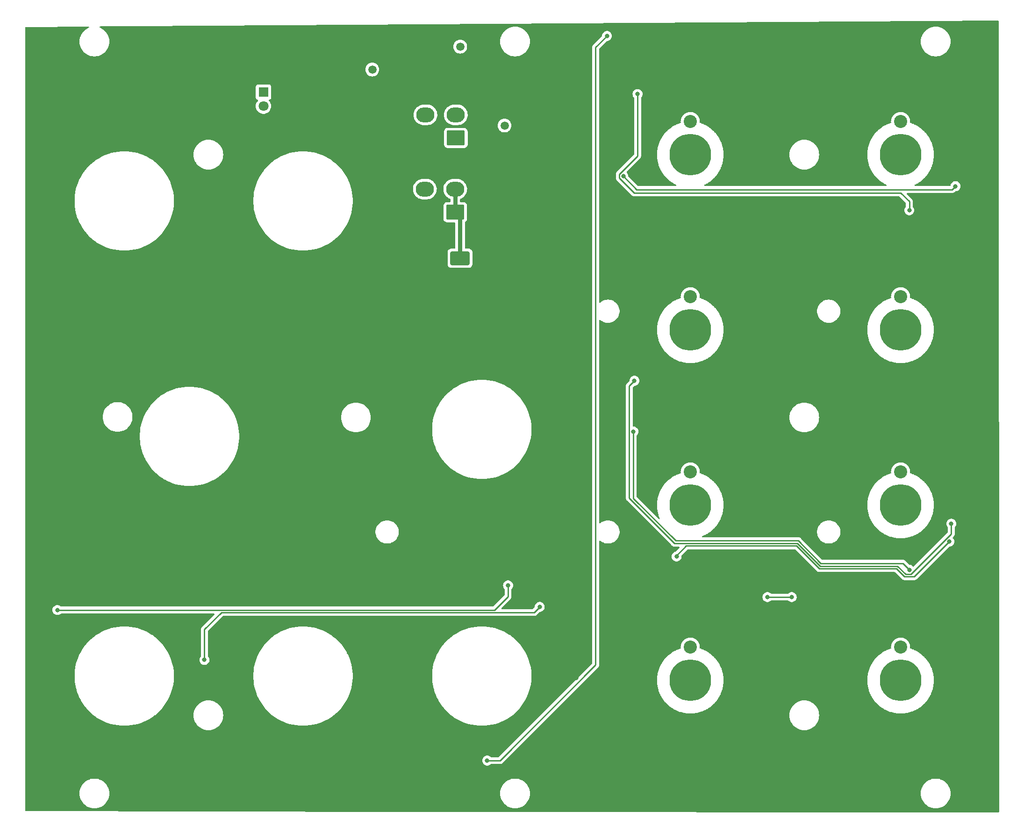
<source format=gbr>
%TF.GenerationSoftware,KiCad,Pcbnew,7.0.2*%
%TF.CreationDate,2023-05-01T02:39:06-08:00*%
%TF.ProjectId,COMM PANEL,434f4d4d-2050-4414-9e45-4c2e6b696361,4*%
%TF.SameCoordinates,Original*%
%TF.FileFunction,Copper,L2,Bot*%
%TF.FilePolarity,Positive*%
%FSLAX46Y46*%
G04 Gerber Fmt 4.6, Leading zero omitted, Abs format (unit mm)*
G04 Created by KiCad (PCBNEW 7.0.2) date 2023-05-01 02:39:06*
%MOMM*%
%LPD*%
G01*
G04 APERTURE LIST*
G04 Aperture macros list*
%AMRoundRect*
0 Rectangle with rounded corners*
0 $1 Rounding radius*
0 $2 $3 $4 $5 $6 $7 $8 $9 X,Y pos of 4 corners*
0 Add a 4 corners polygon primitive as box body*
4,1,4,$2,$3,$4,$5,$6,$7,$8,$9,$2,$3,0*
0 Add four circle primitives for the rounded corners*
1,1,$1+$1,$2,$3*
1,1,$1+$1,$4,$5*
1,1,$1+$1,$6,$7*
1,1,$1+$1,$8,$9*
0 Add four rect primitives between the rounded corners*
20,1,$1+$1,$2,$3,$4,$5,0*
20,1,$1+$1,$4,$5,$6,$7,0*
20,1,$1+$1,$6,$7,$8,$9,0*
20,1,$1+$1,$8,$9,$2,$3,0*%
G04 Aperture macros list end*
%TA.AperFunction,WasherPad*%
%ADD10C,7.540752*%
%TD*%
%TA.AperFunction,WasherPad*%
%ADD11C,2.381250*%
%TD*%
%TA.AperFunction,ComponentPad*%
%ADD12C,1.500000*%
%TD*%
%TA.AperFunction,SMDPad,CuDef*%
%ADD13RoundRect,0.250000X1.500000X1.000000X-1.500000X1.000000X-1.500000X-1.000000X1.500000X-1.000000X0*%
%TD*%
%TA.AperFunction,ComponentPad*%
%ADD14RoundRect,0.250001X1.399999X-1.099999X1.399999X1.099999X-1.399999X1.099999X-1.399999X-1.099999X0*%
%TD*%
%TA.AperFunction,ComponentPad*%
%ADD15O,3.300000X2.700000*%
%TD*%
%TA.AperFunction,ComponentPad*%
%ADD16R,1.800000X1.800000*%
%TD*%
%TA.AperFunction,ComponentPad*%
%ADD17C,1.800000*%
%TD*%
%TA.AperFunction,ViaPad*%
%ADD18C,0.800000*%
%TD*%
%TA.AperFunction,Conductor*%
%ADD19C,0.750000*%
%TD*%
%TA.AperFunction,Conductor*%
%ADD20C,0.250000*%
%TD*%
G04 APERTURE END LIST*
D10*
%TO.P,VR7,*%
%TO.N,*%
X184919370Y-136879622D03*
D11*
X184919370Y-130879622D03*
%TD*%
D10*
%TO.P,VR8,*%
%TO.N,*%
X223019370Y-136879622D03*
D11*
X223019370Y-130879622D03*
%TD*%
D10*
%TO.P,VR5,*%
%TO.N,*%
X184919370Y-105129622D03*
D11*
X184919370Y-99129622D03*
%TD*%
D10*
%TO.P,VR6,*%
%TO.N,*%
X223019370Y-105129622D03*
D11*
X223019370Y-99129622D03*
%TD*%
D10*
%TO.P,VR3,*%
%TO.N,*%
X184919370Y-73379622D03*
D11*
X184919370Y-67379622D03*
%TD*%
D10*
%TO.P,VR4,*%
%TO.N,*%
X223019370Y-73379622D03*
D11*
X223019370Y-67379622D03*
%TD*%
D10*
%TO.P,VR1,*%
%TO.N,*%
X184919370Y-41629622D03*
D11*
X184919370Y-35629622D03*
%TD*%
D10*
%TO.P,VR2,*%
%TO.N,*%
X223019370Y-41629622D03*
D11*
X223019370Y-35629622D03*
%TD*%
D12*
%TO.P,TP4,1,1*%
%TO.N,DATA OUT*%
X151270000Y-36340000D03*
%TD*%
%TO.P,TP2,1,1*%
%TO.N,GND*%
X134310000Y-22020000D03*
%TD*%
%TO.P,TP1,1,1*%
%TO.N,+5V*%
X143240000Y-22040000D03*
%TD*%
%TO.P,TP3,1,1*%
%TO.N,DATA IN*%
X127310000Y-26200000D03*
%TD*%
D13*
%TO.P,C1,1*%
%TO.N,+5V*%
X143200000Y-60400000D03*
%TO.P,C1,2*%
%TO.N,GND*%
X136700000Y-60400000D03*
%TD*%
D14*
%TO.P,J1,1,Pin_1*%
%TO.N,+5V*%
X142443000Y-38608000D03*
D15*
%TO.P,J1,2,Pin_3*%
X142443000Y-34408000D03*
%TO.P,J1,3,Pin_2*%
%TO.N,GND*%
X136943000Y-38608000D03*
%TO.P,J1,4,Pin_4*%
%TO.N,DATA IN*%
X136943000Y-34408000D03*
%TD*%
D14*
%TO.P,J2,1,Pin_1*%
%TO.N,+5V*%
X142342000Y-52070000D03*
D15*
%TO.P,J2,2,Pin_3*%
X142342000Y-47870000D03*
%TO.P,J2,3,Pin_2*%
%TO.N,GND*%
X136842000Y-52070000D03*
%TO.P,J2,4,Pin_4*%
%TO.N,DATA OUT*%
X136842000Y-47870000D03*
%TD*%
D16*
%TO.P,D1,1,K*%
%TO.N,Net-(D1-K)*%
X107600000Y-30285000D03*
D17*
%TO.P,D1,2,A*%
%TO.N,+5V*%
X107600000Y-32825000D03*
%TD*%
D18*
%TO.N,GND*%
X225375600Y-30124400D03*
X182310000Y-118760000D03*
X209580000Y-24450000D03*
X152730600Y-81940000D03*
X231648000Y-56048000D03*
X86900000Y-107500000D03*
X163670000Y-46930000D03*
X164300000Y-90450000D03*
X111302000Y-65990000D03*
X156075000Y-128175000D03*
X202540000Y-53590000D03*
X172800000Y-36980000D03*
X71225000Y-70000000D03*
X107770000Y-120820000D03*
X156195000Y-148945000D03*
X190250000Y-97150000D03*
X166500000Y-123350000D03*
X192775000Y-126400000D03*
X219170000Y-128450000D03*
X131710000Y-69780000D03*
X94125000Y-127100000D03*
X104525000Y-54875000D03*
X172794000Y-53394000D03*
X153258520Y-126456440D03*
X118450000Y-151290000D03*
X166350000Y-113425000D03*
X163590000Y-69850000D03*
X116300000Y-67200000D03*
X230750000Y-152160000D03*
X92252800Y-37388800D03*
X195400000Y-149725000D03*
X92500000Y-81500000D03*
X165410000Y-34540000D03*
X231210000Y-120070000D03*
X196500000Y-118375000D03*
X83100000Y-99700000D03*
X180830000Y-53610000D03*
X108200000Y-42075000D03*
X95850000Y-55075000D03*
X145600000Y-152200000D03*
X229600000Y-98200000D03*
X74500000Y-41150000D03*
X115130000Y-91690000D03*
X124120000Y-72840000D03*
X233090000Y-87510000D03*
X152250000Y-69990000D03*
X115950000Y-100300000D03*
X88200000Y-119000000D03*
X233100000Y-97390000D03*
X120116600Y-119176800D03*
X101275000Y-81350000D03*
X93475000Y-105925000D03*
X113350000Y-107200000D03*
X77175000Y-127375000D03*
X166660000Y-27150000D03*
X91600000Y-144750000D03*
X89870000Y-151060000D03*
X195400000Y-96550000D03*
X218100000Y-65100000D03*
X229820000Y-128500000D03*
X165100000Y-57250000D03*
X124850000Y-67050000D03*
X219507000Y-151243000D03*
X106590000Y-130040000D03*
X164100000Y-147650000D03*
X69200000Y-120000000D03*
X164250000Y-136425000D03*
X157875000Y-121200000D03*
X87000000Y-80375000D03*
X221260000Y-86800000D03*
X139987500Y-119437500D03*
X180050000Y-96100000D03*
X151280000Y-106050000D03*
X91388800Y-64160000D03*
X141759990Y-127775010D03*
X72925000Y-93025000D03*
X183070000Y-86290000D03*
X149225000Y-120150000D03*
X79925000Y-68900000D03*
X94234000Y-71120000D03*
X97993200Y-118516400D03*
X113380000Y-31570000D03*
X120509990Y-156990010D03*
X193620000Y-65120000D03*
X194740000Y-61800000D03*
X217950000Y-118600000D03*
X169900000Y-155350000D03*
X103900000Y-141500000D03*
X126400000Y-128450000D03*
X194550000Y-86700000D03*
X180890000Y-33750000D03*
X181328000Y-151272000D03*
X123129040Y-40558720D03*
X217880000Y-96600000D03*
X221340000Y-54580000D03*
X165970000Y-101010000D03*
X141630000Y-69720000D03*
X87376000Y-71374000D03*
X180480000Y-128230000D03*
X193640000Y-53900000D03*
X165490000Y-78880000D03*
X110450000Y-83525000D03*
X193410000Y-31790000D03*
X104800000Y-72725000D03*
X129743200Y-118922800D03*
X230750000Y-63300000D03*
X132825000Y-139775000D03*
X80980000Y-152510000D03*
%TO.N,Net-(D51-DOUT)*%
X157642560Y-123573540D03*
X96898800Y-133184560D03*
%TO.N,/DATA3*%
X148130000Y-151440000D03*
X169830000Y-20120000D03*
%TO.N,Net-(D79-DOUT)*%
X198900000Y-121800000D03*
X203300000Y-121800000D03*
%TO.N,Net-(D81-DOUT)*%
X182450000Y-114450000D03*
X231850000Y-111750000D03*
%TO.N,Net-(D91-DOUT)*%
X232200000Y-108500000D03*
X174800000Y-82600000D03*
%TO.N,/DATA5*%
X172794000Y-45506000D03*
X232950000Y-47350000D03*
%TO.N,Net-(D105-DOUT)*%
X224600000Y-51700000D03*
X175367600Y-30632400D03*
%TO.N,Net-(D85-DOUT)*%
X174600000Y-91800000D03*
X224600000Y-116850000D03*
%TO.N,Net-(D42-DOUT)*%
X151909780Y-119674640D03*
X70274180Y-124150120D03*
%TD*%
D19*
%TO.N,+5V*%
X143200000Y-60400000D02*
X143200000Y-52928000D01*
X142342000Y-52070000D02*
X142342000Y-47870000D01*
D20*
%TO.N,Net-(D51-DOUT)*%
X156615970Y-124600130D02*
X157642560Y-123573540D01*
X99966350Y-124600130D02*
X156615970Y-124600130D01*
X96898800Y-127667680D02*
X99966350Y-124600130D01*
X96898800Y-133184560D02*
X96898800Y-127667680D01*
%TO.N,/DATA3*%
X167775000Y-134115000D02*
X167775000Y-22175000D01*
X167775000Y-22175000D02*
X169830000Y-20120000D01*
X150450000Y-151440000D02*
X167775000Y-134115000D01*
X148130000Y-151440000D02*
X150450000Y-151440000D01*
%TO.N,Net-(D79-DOUT)*%
X198900000Y-121800000D02*
X203300000Y-121800000D01*
%TO.N,Net-(D81-DOUT)*%
X184199981Y-112500019D02*
X204140399Y-112500019D01*
X225499991Y-118100009D02*
X231850000Y-111750000D01*
X182450000Y-114250000D02*
X184199981Y-112500019D01*
X204140399Y-112500019D02*
X208269990Y-116629610D01*
X208269990Y-116629610D02*
X222266800Y-116629610D01*
X182450000Y-114450000D02*
X182450000Y-114250000D01*
X222266800Y-116629610D02*
X223737199Y-118100009D01*
X223737199Y-118100009D02*
X225499991Y-118100009D01*
%TO.N,Net-(D91-DOUT)*%
X182073963Y-112050009D02*
X204326799Y-112050009D01*
X204326799Y-112050009D02*
X208456390Y-116179600D01*
X232200000Y-110350000D02*
X232200000Y-108500000D01*
X173874999Y-103851045D02*
X182073963Y-112050009D01*
X224900000Y-117650000D02*
X232200000Y-110350000D01*
X222453200Y-116179600D02*
X223923600Y-117650000D01*
X174800000Y-82600000D02*
X173874999Y-83525001D01*
X173874999Y-83525001D02*
X173874999Y-103851045D01*
X223923600Y-117650000D02*
X224900000Y-117650000D01*
X208456390Y-116179600D02*
X222453200Y-116179600D01*
%TO.N,/DATA5*%
X232360000Y-47940000D02*
X175228000Y-47940000D01*
X175228000Y-47940000D02*
X172794000Y-45506000D01*
X232950000Y-47350000D02*
X232360000Y-47940000D01*
%TO.N,Net-(D105-DOUT)*%
X224600000Y-50100000D02*
X224600000Y-51700000D01*
X223030000Y-48530000D02*
X224600000Y-50100000D01*
X175367600Y-30632400D02*
X175367600Y-41859398D01*
X172068999Y-45854001D02*
X174744998Y-48530000D01*
X174744998Y-48530000D02*
X223030000Y-48530000D01*
X175367600Y-41859398D02*
X172068999Y-45157999D01*
X172068999Y-45157999D02*
X172068999Y-45854001D01*
%TO.N,Net-(D85-DOUT)*%
X174600000Y-103939636D02*
X182260364Y-111600000D01*
X223421600Y-115671600D02*
X224600000Y-116850000D01*
X174600000Y-91800000D02*
X174600000Y-103939636D01*
X204513200Y-111600000D02*
X208584800Y-115671600D01*
X208584800Y-115671600D02*
X223421600Y-115671600D01*
X182260364Y-111600000D02*
X204513200Y-111600000D01*
%TO.N,Net-(D42-DOUT)*%
X151909780Y-121683780D02*
X151909780Y-119674640D01*
X70274180Y-124150120D02*
X146445882Y-124150120D01*
X146450962Y-124145040D02*
X149448520Y-124145040D01*
X149448520Y-124145040D02*
X151909780Y-121683780D01*
X146445882Y-124150120D02*
X146450962Y-124145040D01*
%TD*%
%TA.AperFunction,Conductor*%
%TO.N,GND*%
G36*
X240740931Y-17338936D02*
G01*
X240787771Y-17392289D01*
X240799499Y-17445373D01*
X240799499Y-18150640D01*
X240799496Y-18150703D01*
X240799487Y-18150779D01*
X240799500Y-18187412D01*
X240799500Y-18222199D01*
X240799510Y-18222271D01*
X240799512Y-18222327D01*
X240850077Y-160713536D01*
X240830099Y-160781664D01*
X240776460Y-160828176D01*
X240723933Y-160839581D01*
X132230743Y-160715447D01*
X64540190Y-160579053D01*
X64472110Y-160558913D01*
X64425725Y-160505164D01*
X64414444Y-160453011D01*
X64415536Y-157390000D01*
X74286682Y-157390000D01*
X74306335Y-157714897D01*
X74307018Y-157718626D01*
X74307020Y-157718639D01*
X74364319Y-158031311D01*
X74364321Y-158031322D01*
X74365006Y-158035056D01*
X74366137Y-158038687D01*
X74366138Y-158038689D01*
X74460706Y-158342171D01*
X74460709Y-158342180D01*
X74461840Y-158345808D01*
X74595426Y-158642623D01*
X74763814Y-158921172D01*
X74766154Y-158924158D01*
X74766159Y-158924166D01*
X74962198Y-159174390D01*
X74964551Y-159177393D01*
X75194707Y-159407549D01*
X75197708Y-159409900D01*
X75197709Y-159409901D01*
X75447933Y-159605940D01*
X75447937Y-159605943D01*
X75450928Y-159608286D01*
X75729477Y-159776674D01*
X76026292Y-159910260D01*
X76337044Y-160007094D01*
X76657203Y-160065765D01*
X76900797Y-160080500D01*
X76902685Y-160080500D01*
X77061515Y-160080500D01*
X77063403Y-160080500D01*
X77306997Y-160065765D01*
X77627156Y-160007094D01*
X77937908Y-159910260D01*
X78234723Y-159776674D01*
X78513272Y-159608286D01*
X78769493Y-159407549D01*
X78999649Y-159177393D01*
X79200386Y-158921172D01*
X79368774Y-158642623D01*
X79502360Y-158345808D01*
X79599194Y-158035056D01*
X79657865Y-157714897D01*
X79677518Y-157390000D01*
X150486582Y-157390000D01*
X150506235Y-157714897D01*
X150506918Y-157718626D01*
X150506920Y-157718639D01*
X150564219Y-158031311D01*
X150564221Y-158031322D01*
X150564906Y-158035056D01*
X150566037Y-158038687D01*
X150566038Y-158038689D01*
X150660606Y-158342171D01*
X150660609Y-158342180D01*
X150661740Y-158345808D01*
X150795326Y-158642623D01*
X150963714Y-158921172D01*
X150966054Y-158924158D01*
X150966059Y-158924166D01*
X151162098Y-159174390D01*
X151164451Y-159177393D01*
X151394607Y-159407549D01*
X151397608Y-159409900D01*
X151397609Y-159409901D01*
X151647833Y-159605940D01*
X151647837Y-159605943D01*
X151650828Y-159608286D01*
X151929377Y-159776674D01*
X152226192Y-159910260D01*
X152536944Y-160007094D01*
X152857103Y-160065765D01*
X153100697Y-160080500D01*
X153102585Y-160080500D01*
X153261415Y-160080500D01*
X153263303Y-160080500D01*
X153506897Y-160065765D01*
X153827056Y-160007094D01*
X154137808Y-159910260D01*
X154434623Y-159776674D01*
X154713172Y-159608286D01*
X154969393Y-159407549D01*
X155199549Y-159177393D01*
X155400286Y-158921172D01*
X155568674Y-158642623D01*
X155702260Y-158345808D01*
X155799094Y-158035056D01*
X155857765Y-157714897D01*
X155877418Y-157390000D01*
X226686582Y-157390000D01*
X226706235Y-157714897D01*
X226706918Y-157718626D01*
X226706920Y-157718639D01*
X226764219Y-158031311D01*
X226764221Y-158031322D01*
X226764906Y-158035056D01*
X226766037Y-158038687D01*
X226766038Y-158038689D01*
X226860606Y-158342171D01*
X226860609Y-158342180D01*
X226861740Y-158345808D01*
X226995326Y-158642623D01*
X227163714Y-158921172D01*
X227166054Y-158924158D01*
X227166059Y-158924166D01*
X227362098Y-159174390D01*
X227364451Y-159177393D01*
X227594607Y-159407549D01*
X227597608Y-159409900D01*
X227597609Y-159409901D01*
X227847833Y-159605940D01*
X227847837Y-159605943D01*
X227850828Y-159608286D01*
X228129377Y-159776674D01*
X228426192Y-159910260D01*
X228736944Y-160007094D01*
X229057103Y-160065765D01*
X229300697Y-160080500D01*
X229302585Y-160080500D01*
X229461415Y-160080500D01*
X229463303Y-160080500D01*
X229706897Y-160065765D01*
X230027056Y-160007094D01*
X230337808Y-159910260D01*
X230634623Y-159776674D01*
X230913172Y-159608286D01*
X231169393Y-159407549D01*
X231399549Y-159177393D01*
X231600286Y-158921172D01*
X231768674Y-158642623D01*
X231902260Y-158345808D01*
X231999094Y-158035056D01*
X232057765Y-157714897D01*
X232077418Y-157390000D01*
X232057765Y-157065103D01*
X231999094Y-156744944D01*
X231902260Y-156434192D01*
X231768674Y-156137377D01*
X231600286Y-155858828D01*
X231399549Y-155602607D01*
X231169393Y-155372451D01*
X231166390Y-155370098D01*
X230916166Y-155174059D01*
X230916158Y-155174054D01*
X230913172Y-155171714D01*
X230778653Y-155090394D01*
X230637884Y-155005297D01*
X230637879Y-155005294D01*
X230634623Y-155003326D01*
X230631146Y-155001761D01*
X230631142Y-155001759D01*
X230341283Y-154871304D01*
X230337808Y-154869740D01*
X230334180Y-154868609D01*
X230334171Y-154868606D01*
X230030689Y-154774038D01*
X230030687Y-154774037D01*
X230027056Y-154772906D01*
X230023322Y-154772221D01*
X230023311Y-154772219D01*
X229710639Y-154714920D01*
X229710626Y-154714918D01*
X229706897Y-154714235D01*
X229703103Y-154714005D01*
X229703099Y-154714005D01*
X229465189Y-154699614D01*
X229465186Y-154699613D01*
X229463303Y-154699500D01*
X229300697Y-154699500D01*
X229298814Y-154699613D01*
X229298810Y-154699614D01*
X229060900Y-154714005D01*
X229060894Y-154714005D01*
X229057103Y-154714235D01*
X229053374Y-154714918D01*
X229053360Y-154714920D01*
X228740688Y-154772219D01*
X228740673Y-154772222D01*
X228736944Y-154772906D01*
X228733316Y-154774036D01*
X228733310Y-154774038D01*
X228429828Y-154868606D01*
X228429813Y-154868611D01*
X228426192Y-154869740D01*
X228422722Y-154871301D01*
X228422716Y-154871304D01*
X228132857Y-155001759D01*
X228132846Y-155001764D01*
X228129377Y-155003326D01*
X228126126Y-155005290D01*
X228126115Y-155005297D01*
X227854083Y-155169746D01*
X227850828Y-155171714D01*
X227847848Y-155174048D01*
X227847833Y-155174059D01*
X227597609Y-155370098D01*
X227597598Y-155370107D01*
X227594607Y-155372451D01*
X227591912Y-155375145D01*
X227591904Y-155375153D01*
X227367153Y-155599904D01*
X227367145Y-155599912D01*
X227364451Y-155602607D01*
X227362107Y-155605598D01*
X227362098Y-155605609D01*
X227166059Y-155855833D01*
X227166048Y-155855848D01*
X227163714Y-155858828D01*
X227161748Y-155862079D01*
X227161746Y-155862083D01*
X226997297Y-156134115D01*
X226997290Y-156134126D01*
X226995326Y-156137377D01*
X226993764Y-156140846D01*
X226993759Y-156140857D01*
X226863304Y-156430716D01*
X226861740Y-156434192D01*
X226860611Y-156437813D01*
X226860606Y-156437828D01*
X226766038Y-156741310D01*
X226764906Y-156744944D01*
X226764222Y-156748673D01*
X226764219Y-156748688D01*
X226706920Y-157061360D01*
X226706918Y-157061374D01*
X226706235Y-157065103D01*
X226686582Y-157390000D01*
X155877418Y-157390000D01*
X155857765Y-157065103D01*
X155799094Y-156744944D01*
X155702260Y-156434192D01*
X155568674Y-156137377D01*
X155400286Y-155858828D01*
X155199549Y-155602607D01*
X154969393Y-155372451D01*
X154966390Y-155370098D01*
X154716166Y-155174059D01*
X154716158Y-155174054D01*
X154713172Y-155171714D01*
X154578653Y-155090394D01*
X154437884Y-155005297D01*
X154437879Y-155005294D01*
X154434623Y-155003326D01*
X154431146Y-155001761D01*
X154431142Y-155001759D01*
X154141283Y-154871304D01*
X154137808Y-154869740D01*
X154134180Y-154868609D01*
X154134171Y-154868606D01*
X153830689Y-154774038D01*
X153830687Y-154774037D01*
X153827056Y-154772906D01*
X153823322Y-154772221D01*
X153823311Y-154772219D01*
X153510639Y-154714920D01*
X153510626Y-154714918D01*
X153506897Y-154714235D01*
X153503103Y-154714005D01*
X153503099Y-154714005D01*
X153265189Y-154699614D01*
X153265186Y-154699613D01*
X153263303Y-154699500D01*
X153100697Y-154699500D01*
X153098814Y-154699613D01*
X153098810Y-154699614D01*
X152860900Y-154714005D01*
X152860894Y-154714005D01*
X152857103Y-154714235D01*
X152853374Y-154714918D01*
X152853360Y-154714920D01*
X152540688Y-154772219D01*
X152540673Y-154772222D01*
X152536944Y-154772906D01*
X152533316Y-154774036D01*
X152533310Y-154774038D01*
X152229828Y-154868606D01*
X152229813Y-154868611D01*
X152226192Y-154869740D01*
X152222722Y-154871301D01*
X152222716Y-154871304D01*
X151932857Y-155001759D01*
X151932846Y-155001764D01*
X151929377Y-155003326D01*
X151926126Y-155005290D01*
X151926115Y-155005297D01*
X151654083Y-155169746D01*
X151650828Y-155171714D01*
X151647848Y-155174048D01*
X151647833Y-155174059D01*
X151397609Y-155370098D01*
X151397598Y-155370107D01*
X151394607Y-155372451D01*
X151391912Y-155375145D01*
X151391904Y-155375153D01*
X151167153Y-155599904D01*
X151167145Y-155599912D01*
X151164451Y-155602607D01*
X151162107Y-155605598D01*
X151162098Y-155605609D01*
X150966059Y-155855833D01*
X150966048Y-155855848D01*
X150963714Y-155858828D01*
X150961748Y-155862079D01*
X150961746Y-155862083D01*
X150797297Y-156134115D01*
X150797290Y-156134126D01*
X150795326Y-156137377D01*
X150793764Y-156140846D01*
X150793759Y-156140857D01*
X150663304Y-156430716D01*
X150661740Y-156434192D01*
X150660611Y-156437813D01*
X150660606Y-156437828D01*
X150566038Y-156741310D01*
X150564906Y-156744944D01*
X150564222Y-156748673D01*
X150564219Y-156748688D01*
X150506920Y-157061360D01*
X150506918Y-157061374D01*
X150506235Y-157065103D01*
X150486582Y-157390000D01*
X79677518Y-157390000D01*
X79657865Y-157065103D01*
X79599194Y-156744944D01*
X79502360Y-156434192D01*
X79368774Y-156137377D01*
X79200386Y-155858828D01*
X78999649Y-155602607D01*
X78769493Y-155372451D01*
X78766490Y-155370098D01*
X78516266Y-155174059D01*
X78516258Y-155174054D01*
X78513272Y-155171714D01*
X78378753Y-155090394D01*
X78237984Y-155005297D01*
X78237979Y-155005294D01*
X78234723Y-155003326D01*
X78231246Y-155001761D01*
X78231242Y-155001759D01*
X77941383Y-154871304D01*
X77937908Y-154869740D01*
X77934280Y-154868609D01*
X77934271Y-154868606D01*
X77630789Y-154774038D01*
X77630787Y-154774037D01*
X77627156Y-154772906D01*
X77623422Y-154772221D01*
X77623411Y-154772219D01*
X77310739Y-154714920D01*
X77310726Y-154714918D01*
X77306997Y-154714235D01*
X77303203Y-154714005D01*
X77303199Y-154714005D01*
X77065289Y-154699614D01*
X77065286Y-154699613D01*
X77063403Y-154699500D01*
X76900797Y-154699500D01*
X76898914Y-154699613D01*
X76898910Y-154699614D01*
X76661000Y-154714005D01*
X76660994Y-154714005D01*
X76657203Y-154714235D01*
X76653474Y-154714918D01*
X76653460Y-154714920D01*
X76340788Y-154772219D01*
X76340773Y-154772222D01*
X76337044Y-154772906D01*
X76333416Y-154774036D01*
X76333410Y-154774038D01*
X76029928Y-154868606D01*
X76029913Y-154868611D01*
X76026292Y-154869740D01*
X76022822Y-154871301D01*
X76022816Y-154871304D01*
X75732957Y-155001759D01*
X75732946Y-155001764D01*
X75729477Y-155003326D01*
X75726226Y-155005290D01*
X75726215Y-155005297D01*
X75454183Y-155169746D01*
X75450928Y-155171714D01*
X75447948Y-155174048D01*
X75447933Y-155174059D01*
X75197709Y-155370098D01*
X75197698Y-155370107D01*
X75194707Y-155372451D01*
X75192012Y-155375145D01*
X75192004Y-155375153D01*
X74967253Y-155599904D01*
X74967245Y-155599912D01*
X74964551Y-155602607D01*
X74962207Y-155605598D01*
X74962198Y-155605609D01*
X74766159Y-155855833D01*
X74766148Y-155855848D01*
X74763814Y-155858828D01*
X74761848Y-155862079D01*
X74761846Y-155862083D01*
X74597397Y-156134115D01*
X74597390Y-156134126D01*
X74595426Y-156137377D01*
X74593864Y-156140846D01*
X74593859Y-156140857D01*
X74463404Y-156430716D01*
X74461840Y-156434192D01*
X74460711Y-156437813D01*
X74460706Y-156437828D01*
X74366138Y-156741310D01*
X74365006Y-156744944D01*
X74364322Y-156748673D01*
X74364319Y-156748688D01*
X74307020Y-157061360D01*
X74307018Y-157061374D01*
X74306335Y-157065103D01*
X74286682Y-157390000D01*
X64415536Y-157390000D01*
X64417658Y-151439999D01*
X147224540Y-151439999D01*
X147244325Y-151628257D01*
X147302820Y-151808283D01*
X147397465Y-151972214D01*
X147485467Y-152069950D01*
X147524129Y-152112888D01*
X147677270Y-152224151D01*
X147677271Y-152224151D01*
X147677272Y-152224152D01*
X147850192Y-152301142D01*
X147850197Y-152301144D01*
X148035354Y-152340500D01*
X148035356Y-152340500D01*
X148224644Y-152340500D01*
X148224646Y-152340500D01*
X148409803Y-152301144D01*
X148582730Y-152224151D01*
X148735871Y-152112888D01*
X148741002Y-152107189D01*
X148801447Y-152069950D01*
X148834638Y-152065500D01*
X150367035Y-152065500D01*
X150387592Y-152067769D01*
X150390664Y-152067672D01*
X150390667Y-152067673D01*
X150457841Y-152065561D01*
X150461799Y-152065500D01*
X150485395Y-152065500D01*
X150489350Y-152065500D01*
X150493274Y-152065004D01*
X150493386Y-152064997D01*
X150505070Y-152064077D01*
X150548627Y-152062709D01*
X150567715Y-152057162D01*
X150587074Y-152053154D01*
X150606792Y-152050664D01*
X150647316Y-152034618D01*
X150658524Y-152030780D01*
X150700390Y-152018618D01*
X150717493Y-152008502D01*
X150735254Y-151999802D01*
X150753729Y-151992487D01*
X150753728Y-151992487D01*
X150753732Y-151992486D01*
X150789001Y-151966860D01*
X150798889Y-151960365D01*
X150836420Y-151938170D01*
X150850469Y-151924120D01*
X150865509Y-151911275D01*
X150870752Y-151907465D01*
X150881587Y-151899594D01*
X150909380Y-151865996D01*
X150917349Y-151857239D01*
X159544967Y-143229622D01*
X202874152Y-143229622D01*
X202874382Y-143233424D01*
X202893125Y-143543286D01*
X202893805Y-143554519D01*
X202894488Y-143558248D01*
X202894490Y-143558261D01*
X202951789Y-143870933D01*
X202951791Y-143870944D01*
X202952476Y-143874678D01*
X202953607Y-143878309D01*
X202953608Y-143878311D01*
X203048176Y-144181793D01*
X203048179Y-144181802D01*
X203049310Y-144185430D01*
X203050874Y-144188905D01*
X203149334Y-144407675D01*
X203182896Y-144482245D01*
X203351284Y-144760794D01*
X203353624Y-144763780D01*
X203353629Y-144763788D01*
X203494069Y-144943045D01*
X203552021Y-145017015D01*
X203782177Y-145247171D01*
X203785178Y-145249522D01*
X203785179Y-145249523D01*
X204035403Y-145445562D01*
X204035407Y-145445565D01*
X204038398Y-145447908D01*
X204316947Y-145616296D01*
X204613762Y-145749882D01*
X204924514Y-145846716D01*
X205244673Y-145905387D01*
X205488267Y-145920122D01*
X205490155Y-145920122D01*
X205648985Y-145920122D01*
X205650873Y-145920122D01*
X205894467Y-145905387D01*
X206214626Y-145846716D01*
X206525378Y-145749882D01*
X206822193Y-145616296D01*
X207100742Y-145447908D01*
X207356963Y-145247171D01*
X207587119Y-145017015D01*
X207787856Y-144760794D01*
X207956244Y-144482245D01*
X208089830Y-144185430D01*
X208186664Y-143874678D01*
X208245335Y-143554519D01*
X208264988Y-143229622D01*
X208245335Y-142904725D01*
X208186664Y-142584566D01*
X208089830Y-142273814D01*
X207956244Y-141976999D01*
X207787856Y-141698450D01*
X207761303Y-141664558D01*
X207589471Y-141445231D01*
X207589470Y-141445230D01*
X207587119Y-141442229D01*
X207356963Y-141212073D01*
X207339155Y-141198121D01*
X207103736Y-141013681D01*
X207103728Y-141013676D01*
X207100742Y-141011336D01*
X206966223Y-140930016D01*
X206825454Y-140844919D01*
X206825449Y-140844916D01*
X206822193Y-140842948D01*
X206818716Y-140841383D01*
X206818712Y-140841381D01*
X206528853Y-140710926D01*
X206525378Y-140709362D01*
X206521750Y-140708231D01*
X206521741Y-140708228D01*
X206218259Y-140613660D01*
X206218257Y-140613659D01*
X206214626Y-140612528D01*
X206210892Y-140611843D01*
X206210881Y-140611841D01*
X205898209Y-140554542D01*
X205898196Y-140554540D01*
X205894467Y-140553857D01*
X205890673Y-140553627D01*
X205890669Y-140553627D01*
X205652759Y-140539236D01*
X205652756Y-140539235D01*
X205650873Y-140539122D01*
X205488267Y-140539122D01*
X205486384Y-140539235D01*
X205486380Y-140539236D01*
X205248470Y-140553627D01*
X205248464Y-140553627D01*
X205244673Y-140553857D01*
X205240944Y-140554540D01*
X205240930Y-140554542D01*
X204928258Y-140611841D01*
X204928243Y-140611844D01*
X204924514Y-140612528D01*
X204920886Y-140613658D01*
X204920880Y-140613660D01*
X204617398Y-140708228D01*
X204617383Y-140708233D01*
X204613762Y-140709362D01*
X204610292Y-140710923D01*
X204610286Y-140710926D01*
X204320427Y-140841381D01*
X204320416Y-140841386D01*
X204316947Y-140842948D01*
X204313696Y-140844912D01*
X204313685Y-140844919D01*
X204043994Y-141007953D01*
X204038398Y-141011336D01*
X204035418Y-141013670D01*
X204035403Y-141013681D01*
X203785179Y-141209720D01*
X203785168Y-141209729D01*
X203782177Y-141212073D01*
X203779482Y-141214767D01*
X203779474Y-141214775D01*
X203554723Y-141439526D01*
X203554715Y-141439534D01*
X203552021Y-141442229D01*
X203549677Y-141445220D01*
X203549668Y-141445231D01*
X203353629Y-141695455D01*
X203353618Y-141695470D01*
X203351284Y-141698450D01*
X203349318Y-141701701D01*
X203349316Y-141701705D01*
X203184867Y-141973737D01*
X203184860Y-141973748D01*
X203182896Y-141976999D01*
X203181334Y-141980468D01*
X203181329Y-141980479D01*
X203050874Y-142270338D01*
X203049310Y-142273814D01*
X203048181Y-142277435D01*
X203048176Y-142277450D01*
X202974274Y-142514612D01*
X202952476Y-142584566D01*
X202951792Y-142588295D01*
X202951789Y-142588310D01*
X202894490Y-142900982D01*
X202894488Y-142900996D01*
X202893805Y-142904725D01*
X202874152Y-143229622D01*
X159544967Y-143229622D01*
X165894967Y-136879622D01*
X178893607Y-136879622D01*
X178901730Y-137081209D01*
X178905137Y-137248152D01*
X178905398Y-137250702D01*
X178905399Y-137250718D01*
X178910218Y-137297800D01*
X178910771Y-137305553D01*
X178913044Y-137361954D01*
X178913045Y-137361969D01*
X178913147Y-137364494D01*
X178913453Y-137367017D01*
X178913454Y-137367024D01*
X178937969Y-137568928D01*
X178937969Y-137568929D01*
X178955187Y-137737142D01*
X178955653Y-137739654D01*
X178955655Y-137739665D01*
X178963732Y-137783169D01*
X178964930Y-137790978D01*
X178971639Y-137846222D01*
X178972140Y-137848678D01*
X178972144Y-137848700D01*
X179013694Y-138052220D01*
X179042116Y-138205285D01*
X179044928Y-138220425D01*
X179045600Y-138222901D01*
X179045606Y-138222925D01*
X179056377Y-138262581D01*
X179058235Y-138270401D01*
X179068191Y-138319170D01*
X179068199Y-138319202D01*
X179068705Y-138321681D01*
X179069410Y-138324116D01*
X179069414Y-138324131D01*
X179128446Y-138527934D01*
X179173088Y-138692302D01*
X179173092Y-138692315D01*
X179173763Y-138694785D01*
X179174628Y-138697180D01*
X179174633Y-138697194D01*
X179187550Y-138732933D01*
X179190076Y-138740704D01*
X179203714Y-138787788D01*
X179281517Y-138992938D01*
X179340834Y-139157066D01*
X179341894Y-139159387D01*
X179341905Y-139159414D01*
X179356381Y-139191111D01*
X179359579Y-139198771D01*
X179375792Y-139241520D01*
X179376878Y-139243808D01*
X179376879Y-139243811D01*
X179471922Y-139444111D01*
X179543955Y-139601842D01*
X179543962Y-139601855D01*
X179545028Y-139604190D01*
X179546286Y-139606439D01*
X179546287Y-139606441D01*
X179561778Y-139634137D01*
X179565642Y-139641622D01*
X179583822Y-139679934D01*
X179698508Y-139878577D01*
X179784989Y-140033183D01*
X179786416Y-140035307D01*
X179786421Y-140035315D01*
X179802375Y-140059062D01*
X179806905Y-140066325D01*
X179826455Y-140100186D01*
X179959849Y-140293441D01*
X180059117Y-140441190D01*
X180060719Y-140443198D01*
X180060725Y-140443207D01*
X180076593Y-140463104D01*
X180081779Y-140470088D01*
X180100678Y-140497469D01*
X180102117Y-140499553D01*
X180103710Y-140501504D01*
X180103716Y-140501512D01*
X180254330Y-140685980D01*
X180300973Y-140744469D01*
X180365590Y-140825495D01*
X180367343Y-140827359D01*
X180367345Y-140827361D01*
X180382655Y-140843638D01*
X180388465Y-140850264D01*
X180409022Y-140875442D01*
X180580208Y-141053666D01*
X180702368Y-141183540D01*
X180704269Y-141185256D01*
X180704286Y-141185273D01*
X180718516Y-141198121D01*
X180724947Y-141204356D01*
X180732359Y-141212073D01*
X180745177Y-141225417D01*
X180935532Y-141394057D01*
X181067209Y-141512944D01*
X181069242Y-141514498D01*
X181069251Y-141514506D01*
X181081993Y-141524249D01*
X181089009Y-141530026D01*
X181108404Y-141547208D01*
X181110417Y-141548720D01*
X181110426Y-141548728D01*
X181318220Y-141704875D01*
X181457685Y-141811514D01*
X181470696Y-141819875D01*
X181478263Y-141825139D01*
X181496346Y-141838728D01*
X181726287Y-141984134D01*
X181871199Y-142077263D01*
X181873447Y-142078460D01*
X181873461Y-142078469D01*
X181882071Y-142083056D01*
X181890143Y-142087749D01*
X181906488Y-142098086D01*
X182157672Y-142229917D01*
X182304997Y-142308423D01*
X182307347Y-142309438D01*
X182307358Y-142309444D01*
X182313419Y-142312063D01*
X182321980Y-142316152D01*
X182336170Y-142323600D01*
X182611075Y-142440726D01*
X182756194Y-142503454D01*
X182761905Y-142505387D01*
X182770891Y-142508817D01*
X182782605Y-142513808D01*
X183086173Y-142615154D01*
X183221787Y-142661060D01*
X183224417Y-142661717D01*
X183224529Y-142661745D01*
X183233940Y-142664485D01*
X183242897Y-142667476D01*
X183585693Y-142751967D01*
X183698676Y-142780192D01*
X183701239Y-142780613D01*
X183703112Y-142781001D01*
X183707780Y-142782059D01*
X183711596Y-142783000D01*
X183711601Y-142783001D01*
X183714063Y-142783608D01*
X184058999Y-142839665D01*
X184124802Y-142850359D01*
X184181130Y-142859635D01*
X184181139Y-142859636D01*
X184183689Y-142860056D01*
X184184809Y-142860147D01*
X184186635Y-142860408D01*
X184193045Y-142861450D01*
X184676737Y-142900498D01*
X184679287Y-142900498D01*
X185159454Y-142900498D01*
X185162003Y-142900498D01*
X185291527Y-142890040D01*
X185296430Y-142889742D01*
X185410505Y-142885087D01*
X185517881Y-142871877D01*
X185523099Y-142871346D01*
X185645695Y-142861450D01*
X185777351Y-142840053D01*
X185782153Y-142839368D01*
X185898372Y-142825072D01*
X186001413Y-142803754D01*
X186006596Y-142802797D01*
X186124677Y-142783608D01*
X186127154Y-142782997D01*
X186127161Y-142782996D01*
X186201548Y-142764660D01*
X186257584Y-142750848D01*
X186262119Y-142749820D01*
X186379724Y-142725491D01*
X186477777Y-142696698D01*
X186483060Y-142695273D01*
X186595843Y-142667476D01*
X186598252Y-142666671D01*
X186598258Y-142666670D01*
X186644266Y-142651309D01*
X186729019Y-142623014D01*
X186733360Y-142621653D01*
X186851357Y-142587007D01*
X186943920Y-142551402D01*
X186949177Y-142549515D01*
X187056135Y-142513808D01*
X187188558Y-142457387D01*
X187192611Y-142455744D01*
X187310134Y-142410541D01*
X187396760Y-142368822D01*
X187401968Y-142366461D01*
X187502570Y-142323600D01*
X187633153Y-142255063D01*
X187636969Y-142253144D01*
X187753000Y-142197268D01*
X187833281Y-142150186D01*
X187838434Y-142147324D01*
X187932252Y-142098086D01*
X188059894Y-142017369D01*
X188063451Y-142015202D01*
X188177009Y-141948607D01*
X188250710Y-141896875D01*
X188255705Y-141893545D01*
X188342394Y-141838728D01*
X188466020Y-141745827D01*
X188469216Y-141743506D01*
X188579339Y-141666213D01*
X188646239Y-141610591D01*
X188651038Y-141606795D01*
X188730336Y-141547208D01*
X188848740Y-141442310D01*
X188851698Y-141439771D01*
X188957312Y-141351964D01*
X189017255Y-141293230D01*
X189021877Y-141288924D01*
X189093563Y-141225417D01*
X189205689Y-141108678D01*
X189208288Y-141106054D01*
X189308413Y-141007953D01*
X189361358Y-140946849D01*
X189365712Y-140942078D01*
X189429718Y-140875442D01*
X189534402Y-140747226D01*
X189536673Y-140744526D01*
X189630307Y-140636469D01*
X189676288Y-140573719D01*
X189680320Y-140568510D01*
X189735015Y-140501522D01*
X189735023Y-140501512D01*
X189736623Y-140499553D01*
X189832751Y-140360285D01*
X189834766Y-140357454D01*
X189919319Y-140242071D01*
X189919319Y-140242069D01*
X189920849Y-140239983D01*
X189959969Y-140176287D01*
X189963606Y-140170706D01*
X190012285Y-140100186D01*
X190098771Y-139950386D01*
X190100395Y-139947658D01*
X190178108Y-139821135D01*
X190210495Y-139757249D01*
X190213761Y-139751218D01*
X190254918Y-139679934D01*
X190330671Y-139520285D01*
X190332045Y-139517482D01*
X190400370Y-139382711D01*
X190426284Y-139319232D01*
X190429076Y-139312901D01*
X190462948Y-139241520D01*
X190526940Y-139072784D01*
X190528097Y-139069847D01*
X190586158Y-138927630D01*
X190605873Y-138865225D01*
X190608208Y-138858500D01*
X190635026Y-138787788D01*
X190686302Y-138610758D01*
X190687164Y-138607907D01*
X190734234Y-138458919D01*
X190748110Y-138398119D01*
X190749918Y-138391127D01*
X190770035Y-138321681D01*
X190807691Y-138137223D01*
X190808299Y-138134416D01*
X190827060Y-138052220D01*
X190843613Y-137979699D01*
X190852046Y-137921042D01*
X190853310Y-137913777D01*
X190866591Y-137848723D01*
X190866595Y-137848700D01*
X190867101Y-137846222D01*
X190890276Y-137655348D01*
X190890625Y-137652713D01*
X190913567Y-137493158D01*
X190917001Y-137437100D01*
X190917684Y-137429627D01*
X190925593Y-137364494D01*
X190933498Y-137168292D01*
X190933631Y-137165694D01*
X190938809Y-137081209D01*
X190943630Y-137002534D01*
X190942548Y-136949517D01*
X190942624Y-136941873D01*
X190945031Y-136882152D01*
X190945133Y-136879622D01*
X216993607Y-136879622D01*
X217001730Y-137081209D01*
X217005137Y-137248152D01*
X217005398Y-137250702D01*
X217005399Y-137250718D01*
X217010218Y-137297800D01*
X217010771Y-137305553D01*
X217013044Y-137361954D01*
X217013045Y-137361969D01*
X217013147Y-137364494D01*
X217013453Y-137367017D01*
X217013454Y-137367024D01*
X217037968Y-137568928D01*
X217037969Y-137568929D01*
X217055187Y-137737142D01*
X217055653Y-137739654D01*
X217055655Y-137739665D01*
X217063732Y-137783169D01*
X217064930Y-137790978D01*
X217071639Y-137846222D01*
X217072140Y-137848678D01*
X217072144Y-137848700D01*
X217113694Y-138052220D01*
X217142116Y-138205285D01*
X217144928Y-138220425D01*
X217145600Y-138222901D01*
X217145606Y-138222925D01*
X217156377Y-138262581D01*
X217158235Y-138270401D01*
X217168191Y-138319170D01*
X217168199Y-138319202D01*
X217168705Y-138321681D01*
X217169410Y-138324116D01*
X217169414Y-138324131D01*
X217228446Y-138527934D01*
X217273088Y-138692302D01*
X217273092Y-138692315D01*
X217273763Y-138694785D01*
X217274628Y-138697180D01*
X217274633Y-138697194D01*
X217287550Y-138732933D01*
X217290076Y-138740704D01*
X217303714Y-138787788D01*
X217381517Y-138992938D01*
X217440834Y-139157066D01*
X217441894Y-139159387D01*
X217441905Y-139159414D01*
X217456381Y-139191111D01*
X217459579Y-139198771D01*
X217475792Y-139241520D01*
X217476878Y-139243808D01*
X217476879Y-139243811D01*
X217571922Y-139444111D01*
X217643955Y-139601842D01*
X217643962Y-139601855D01*
X217645028Y-139604190D01*
X217646286Y-139606439D01*
X217646287Y-139606441D01*
X217661778Y-139634137D01*
X217665642Y-139641622D01*
X217683822Y-139679934D01*
X217798508Y-139878577D01*
X217884989Y-140033183D01*
X217886416Y-140035307D01*
X217886421Y-140035315D01*
X217902375Y-140059062D01*
X217906905Y-140066325D01*
X217926455Y-140100186D01*
X218059849Y-140293441D01*
X218159117Y-140441190D01*
X218160719Y-140443198D01*
X218160725Y-140443207D01*
X218176593Y-140463104D01*
X218181779Y-140470088D01*
X218200678Y-140497469D01*
X218202117Y-140499553D01*
X218203710Y-140501504D01*
X218203716Y-140501512D01*
X218354330Y-140685980D01*
X218400973Y-140744469D01*
X218465590Y-140825495D01*
X218467343Y-140827359D01*
X218467345Y-140827361D01*
X218482655Y-140843638D01*
X218488465Y-140850264D01*
X218509022Y-140875442D01*
X218680208Y-141053666D01*
X218802368Y-141183540D01*
X218804269Y-141185256D01*
X218804286Y-141185273D01*
X218818516Y-141198121D01*
X218824947Y-141204356D01*
X218832359Y-141212073D01*
X218845177Y-141225417D01*
X219035532Y-141394057D01*
X219167209Y-141512944D01*
X219169242Y-141514498D01*
X219169251Y-141514506D01*
X219181993Y-141524249D01*
X219189009Y-141530026D01*
X219208404Y-141547208D01*
X219210417Y-141548720D01*
X219210426Y-141548728D01*
X219418219Y-141704875D01*
X219418220Y-141704875D01*
X219557685Y-141811514D01*
X219570696Y-141819875D01*
X219578263Y-141825139D01*
X219596346Y-141838728D01*
X219826287Y-141984134D01*
X219971199Y-142077263D01*
X219973447Y-142078460D01*
X219973461Y-142078469D01*
X219982071Y-142083056D01*
X219990143Y-142087749D01*
X220006488Y-142098086D01*
X220257672Y-142229917D01*
X220404997Y-142308423D01*
X220407347Y-142309438D01*
X220407358Y-142309444D01*
X220413419Y-142312063D01*
X220421980Y-142316152D01*
X220436170Y-142323600D01*
X220711075Y-142440726D01*
X220856194Y-142503454D01*
X220861905Y-142505387D01*
X220870891Y-142508817D01*
X220882605Y-142513808D01*
X221186173Y-142615154D01*
X221321787Y-142661060D01*
X221324417Y-142661717D01*
X221324529Y-142661745D01*
X221333940Y-142664485D01*
X221342897Y-142667476D01*
X221685693Y-142751967D01*
X221798676Y-142780192D01*
X221801239Y-142780613D01*
X221803112Y-142781001D01*
X221807780Y-142782059D01*
X221811596Y-142783000D01*
X221811601Y-142783001D01*
X221814063Y-142783608D01*
X222158999Y-142839665D01*
X222224802Y-142850359D01*
X222281130Y-142859635D01*
X222281139Y-142859636D01*
X222283689Y-142860056D01*
X222284809Y-142860147D01*
X222286635Y-142860408D01*
X222293045Y-142861450D01*
X222776737Y-142900498D01*
X222779287Y-142900498D01*
X223259454Y-142900498D01*
X223262003Y-142900498D01*
X223391527Y-142890040D01*
X223396430Y-142889742D01*
X223510505Y-142885087D01*
X223617881Y-142871877D01*
X223623099Y-142871346D01*
X223745695Y-142861450D01*
X223877351Y-142840053D01*
X223882153Y-142839368D01*
X223998372Y-142825072D01*
X224101413Y-142803754D01*
X224106596Y-142802797D01*
X224224677Y-142783608D01*
X224227154Y-142782997D01*
X224227161Y-142782996D01*
X224301548Y-142764660D01*
X224357584Y-142750848D01*
X224362119Y-142749820D01*
X224479724Y-142725491D01*
X224577777Y-142696698D01*
X224583060Y-142695273D01*
X224695843Y-142667476D01*
X224698252Y-142666671D01*
X224698258Y-142666670D01*
X224744266Y-142651309D01*
X224829019Y-142623014D01*
X224833360Y-142621653D01*
X224951357Y-142587007D01*
X225043920Y-142551402D01*
X225049177Y-142549515D01*
X225156135Y-142513808D01*
X225288558Y-142457387D01*
X225292611Y-142455744D01*
X225410134Y-142410541D01*
X225496760Y-142368822D01*
X225501968Y-142366461D01*
X225602570Y-142323600D01*
X225733153Y-142255063D01*
X225736969Y-142253144D01*
X225853000Y-142197268D01*
X225933281Y-142150186D01*
X225938434Y-142147324D01*
X226032252Y-142098086D01*
X226159894Y-142017369D01*
X226163451Y-142015202D01*
X226277009Y-141948607D01*
X226350710Y-141896875D01*
X226355705Y-141893545D01*
X226442394Y-141838728D01*
X226566020Y-141745827D01*
X226569216Y-141743506D01*
X226679339Y-141666213D01*
X226746239Y-141610591D01*
X226751038Y-141606795D01*
X226830336Y-141547208D01*
X226948740Y-141442310D01*
X226951698Y-141439771D01*
X227057312Y-141351964D01*
X227117255Y-141293230D01*
X227121877Y-141288924D01*
X227193563Y-141225417D01*
X227305689Y-141108678D01*
X227308288Y-141106054D01*
X227408413Y-141007953D01*
X227461358Y-140946849D01*
X227465712Y-140942078D01*
X227529718Y-140875442D01*
X227634402Y-140747226D01*
X227636673Y-140744526D01*
X227730307Y-140636469D01*
X227776288Y-140573719D01*
X227780320Y-140568510D01*
X227835015Y-140501522D01*
X227835023Y-140501512D01*
X227836623Y-140499553D01*
X227932751Y-140360285D01*
X227934766Y-140357454D01*
X228019319Y-140242071D01*
X228019319Y-140242069D01*
X228020849Y-140239983D01*
X228059969Y-140176287D01*
X228063606Y-140170706D01*
X228112285Y-140100186D01*
X228198771Y-139950386D01*
X228200395Y-139947658D01*
X228278108Y-139821135D01*
X228310495Y-139757249D01*
X228313761Y-139751218D01*
X228354918Y-139679934D01*
X228430671Y-139520285D01*
X228432045Y-139517482D01*
X228500370Y-139382711D01*
X228526284Y-139319232D01*
X228529076Y-139312901D01*
X228562948Y-139241520D01*
X228626940Y-139072784D01*
X228628097Y-139069847D01*
X228686158Y-138927630D01*
X228705873Y-138865225D01*
X228708208Y-138858500D01*
X228735026Y-138787788D01*
X228786302Y-138610758D01*
X228787164Y-138607907D01*
X228834234Y-138458919D01*
X228848110Y-138398119D01*
X228849918Y-138391127D01*
X228870035Y-138321681D01*
X228907691Y-138137223D01*
X228908299Y-138134416D01*
X228927060Y-138052220D01*
X228943613Y-137979699D01*
X228952046Y-137921042D01*
X228953310Y-137913777D01*
X228966591Y-137848723D01*
X228966595Y-137848700D01*
X228967101Y-137846222D01*
X228990276Y-137655348D01*
X228990625Y-137652713D01*
X229013567Y-137493158D01*
X229017001Y-137437100D01*
X229017684Y-137429627D01*
X229025593Y-137364494D01*
X229033498Y-137168292D01*
X229033631Y-137165694D01*
X229038809Y-137081209D01*
X229043630Y-137002534D01*
X229042548Y-136949517D01*
X229042624Y-136941873D01*
X229045031Y-136882152D01*
X229045133Y-136879622D01*
X229037009Y-136678034D01*
X229033603Y-136511092D01*
X229028518Y-136461422D01*
X229027967Y-136453680D01*
X229026551Y-136418542D01*
X229025593Y-136394750D01*
X229000770Y-136190314D01*
X228983553Y-136022102D01*
X228975007Y-135976080D01*
X228973809Y-135968268D01*
X228967408Y-135915551D01*
X228967407Y-135915542D01*
X228967101Y-135913022D01*
X228925045Y-135707023D01*
X228893812Y-135538819D01*
X228882357Y-135496648D01*
X228880502Y-135488839D01*
X228870544Y-135440058D01*
X228870035Y-135437563D01*
X228810293Y-135231309D01*
X228764977Y-135064459D01*
X228751192Y-135026320D01*
X228748666Y-135018549D01*
X228745751Y-135008488D01*
X228735026Y-134971456D01*
X228657222Y-134766305D01*
X228597906Y-134602178D01*
X228582341Y-134568096D01*
X228579168Y-134560494D01*
X228562948Y-134517724D01*
X228547696Y-134485582D01*
X228466817Y-134315132D01*
X228433410Y-134241981D01*
X228393712Y-134155054D01*
X228376962Y-134125109D01*
X228373092Y-134117611D01*
X228356010Y-134081611D01*
X228356008Y-134081607D01*
X228354918Y-134079310D01*
X228335514Y-134045702D01*
X228240231Y-133880666D01*
X228155003Y-133728298D01*
X228154995Y-133728285D01*
X228153751Y-133726061D01*
X228136367Y-133700187D01*
X228131834Y-133692918D01*
X228128735Y-133687551D01*
X228112285Y-133659058D01*
X227978890Y-133465802D01*
X227933928Y-133398881D01*
X227881063Y-133320197D01*
X227881060Y-133320193D01*
X227879623Y-133318054D01*
X227878011Y-133316033D01*
X227878004Y-133316023D01*
X227862143Y-133296134D01*
X227856956Y-133289149D01*
X227838061Y-133261775D01*
X227836623Y-133259691D01*
X227684409Y-133073263D01*
X227623036Y-132996304D01*
X227574749Y-132935754D01*
X227574748Y-132935753D01*
X227573150Y-132933749D01*
X227571394Y-132931883D01*
X227571381Y-132931867D01*
X227556084Y-132915604D01*
X227550264Y-132908966D01*
X227531316Y-132885759D01*
X227531314Y-132885756D01*
X227529718Y-132883802D01*
X227358531Y-132705577D01*
X227236372Y-132575704D01*
X227220208Y-132561109D01*
X227213796Y-132554892D01*
X227195320Y-132535656D01*
X227195316Y-132535652D01*
X227193563Y-132533827D01*
X227003207Y-132365186D01*
X226871531Y-132246300D01*
X226856735Y-132234986D01*
X226849739Y-132229225D01*
X226830336Y-132212036D01*
X226745970Y-132148639D01*
X226620519Y-132054368D01*
X226483106Y-131949297D01*
X226483086Y-131949283D01*
X226481055Y-131947730D01*
X226468031Y-131939360D01*
X226460471Y-131934100D01*
X226457595Y-131931939D01*
X226442394Y-131920516D01*
X226440253Y-131919162D01*
X226440249Y-131919159D01*
X226212452Y-131775109D01*
X226162458Y-131742980D01*
X226067541Y-131681981D01*
X226056666Y-131676186D01*
X226048585Y-131671486D01*
X226034408Y-131662521D01*
X226034398Y-131662515D01*
X226032252Y-131661158D01*
X226030003Y-131659977D01*
X226029995Y-131659973D01*
X225781067Y-131529326D01*
X225636011Y-131452029D01*
X225636000Y-131452023D01*
X225633743Y-131450821D01*
X225631394Y-131449805D01*
X225631370Y-131449794D01*
X225625310Y-131447175D01*
X225616753Y-131443087D01*
X225604823Y-131436826D01*
X225604814Y-131436821D01*
X225602570Y-131435644D01*
X225600244Y-131434653D01*
X225600236Y-131434649D01*
X225327664Y-131318517D01*
X225184904Y-131256809D01*
X225184898Y-131256807D01*
X225182546Y-131255790D01*
X225176832Y-131253855D01*
X225167858Y-131250430D01*
X225158478Y-131246433D01*
X225158451Y-131246423D01*
X225156135Y-131245436D01*
X225153725Y-131244631D01*
X225153716Y-131244628D01*
X224852566Y-131144089D01*
X224852565Y-131144088D01*
X224831849Y-131137076D01*
X224773743Y-131096290D01*
X224746910Y-131030559D01*
X224747087Y-131003280D01*
X224747830Y-130996847D01*
X224753689Y-130946100D01*
X224752837Y-130923894D01*
X224753096Y-130909666D01*
X224755349Y-130879622D01*
X224746907Y-130766975D01*
X224746647Y-130762385D01*
X224743512Y-130680578D01*
X224739895Y-130661931D01*
X224737944Y-130647373D01*
X224735960Y-130620888D01*
X224709641Y-130505583D01*
X224708790Y-130501544D01*
X224692923Y-130419726D01*
X224692922Y-130419722D01*
X224687593Y-130404888D01*
X224683338Y-130390340D01*
X224678224Y-130367934D01*
X224653539Y-130305039D01*
X224632918Y-130252498D01*
X224631630Y-130249068D01*
X224603105Y-130169645D01*
X224597129Y-130158655D01*
X224590531Y-130144493D01*
X224583434Y-130126410D01*
X224518220Y-130013457D01*
X224516647Y-130010650D01*
X224476170Y-129936215D01*
X224476169Y-129936213D01*
X224476167Y-129936210D01*
X224470552Y-129928844D01*
X224461646Y-129915468D01*
X224453703Y-129901710D01*
X224453702Y-129901709D01*
X224367677Y-129793837D01*
X224366019Y-129791709D01*
X224315084Y-129724887D01*
X224310773Y-129720739D01*
X224299629Y-129708507D01*
X224291931Y-129698854D01*
X224183317Y-129598076D01*
X224123628Y-129540631D01*
X224121405Y-129539067D01*
X224108207Y-129528383D01*
X224101738Y-129522381D01*
X223969613Y-129432299D01*
X223905901Y-129387485D01*
X223891734Y-129379202D01*
X223887362Y-129376221D01*
X223727633Y-129299300D01*
X223665172Y-129268373D01*
X223655190Y-129264413D01*
X223653595Y-129263645D01*
X223453943Y-129202061D01*
X223408671Y-129187733D01*
X223407270Y-129187410D01*
X223225688Y-129160041D01*
X223149100Y-129148497D01*
X222889640Y-129148497D01*
X222819924Y-129159004D01*
X222810792Y-129160041D01*
X222754433Y-129164368D01*
X222705237Y-129175880D01*
X222695312Y-129177786D01*
X222633078Y-129187168D01*
X222562034Y-129209080D01*
X222553611Y-129211362D01*
X222495701Y-129224915D01*
X222451676Y-129242658D01*
X222441719Y-129246194D01*
X222385142Y-129263646D01*
X222314663Y-129297587D01*
X222307095Y-129300930D01*
X222249253Y-129324242D01*
X222211094Y-129346927D01*
X222201379Y-129352141D01*
X222151382Y-129376219D01*
X222083471Y-129422519D01*
X222076884Y-129426717D01*
X222020850Y-129460030D01*
X221989006Y-129486291D01*
X221979825Y-129493184D01*
X221941919Y-129519028D01*
X221937002Y-129522381D01*
X221873806Y-129581017D01*
X221868274Y-129585857D01*
X221815853Y-129629089D01*
X221790473Y-129657566D01*
X221782115Y-129666093D01*
X221746810Y-129698852D01*
X221690506Y-129769454D01*
X221686064Y-129774722D01*
X221639064Y-129827461D01*
X221620044Y-129856831D01*
X221612800Y-129866893D01*
X221585037Y-129901709D01*
X221537775Y-129983565D01*
X221534420Y-129989049D01*
X221494627Y-130050499D01*
X221481610Y-130079534D01*
X221475758Y-130090983D01*
X221455309Y-130126402D01*
X221419195Y-130218419D01*
X221416881Y-130223926D01*
X221385933Y-130292962D01*
X221378347Y-130320568D01*
X221374143Y-130333208D01*
X221360517Y-130367928D01*
X221337518Y-130468689D01*
X221336173Y-130474036D01*
X221315523Y-130549180D01*
X221312605Y-130574452D01*
X221310279Y-130588029D01*
X221302780Y-130620886D01*
X221294706Y-130728617D01*
X221294227Y-130733648D01*
X221285050Y-130813144D01*
X221285901Y-130835348D01*
X221285641Y-130849580D01*
X221283391Y-130879618D01*
X221291831Y-130992265D01*
X221292090Y-130996847D01*
X221292701Y-131012767D01*
X221275326Y-131081604D01*
X221223493Y-131130121D01*
X221202294Y-131138495D01*
X221089850Y-131171512D01*
X221089836Y-131171516D01*
X221087383Y-131172237D01*
X221084994Y-131173155D01*
X221084967Y-131173165D01*
X220994850Y-131207827D01*
X220989520Y-131209741D01*
X220884999Y-131244636D01*
X220884982Y-131244642D01*
X220882605Y-131245436D01*
X220880305Y-131246415D01*
X220880281Y-131246425D01*
X220750220Y-131301839D01*
X220746068Y-131303521D01*
X220631012Y-131347777D01*
X220631000Y-131347781D01*
X220628606Y-131348703D01*
X220626299Y-131349813D01*
X220626292Y-131349817D01*
X220542018Y-131390401D01*
X220536739Y-131392795D01*
X220438494Y-131434653D01*
X220438476Y-131434661D01*
X220436170Y-131435644D01*
X220433940Y-131436814D01*
X220433926Y-131436821D01*
X220305634Y-131504153D01*
X220301751Y-131506106D01*
X220188068Y-131560853D01*
X220188031Y-131560872D01*
X220185740Y-131561976D01*
X220183520Y-131563277D01*
X220183516Y-131563280D01*
X220105461Y-131609054D01*
X220100279Y-131611932D01*
X220008729Y-131659982D01*
X220008722Y-131659985D01*
X220006489Y-131661158D01*
X220004343Y-131662514D01*
X220004343Y-131662515D01*
X219878885Y-131741848D01*
X219875286Y-131744040D01*
X219763954Y-131809332D01*
X219763930Y-131809346D01*
X219761731Y-131810637D01*
X219759640Y-131812103D01*
X219759630Y-131812111D01*
X219688048Y-131862353D01*
X219683007Y-131865713D01*
X219598486Y-131919162D01*
X219598473Y-131919170D01*
X219596346Y-131920516D01*
X219594332Y-131922029D01*
X219594321Y-131922037D01*
X219472790Y-132013361D01*
X219469485Y-132015762D01*
X219361501Y-132091556D01*
X219361485Y-132091568D01*
X219359401Y-132093031D01*
X219357453Y-132094649D01*
X219357417Y-132094678D01*
X219292513Y-132148639D01*
X219287657Y-132152478D01*
X219210435Y-132210508D01*
X219210407Y-132210530D01*
X219208404Y-132212036D01*
X219206530Y-132213695D01*
X219206502Y-132213719D01*
X219090012Y-132316919D01*
X219087014Y-132319493D01*
X218983408Y-132405633D01*
X218983397Y-132405642D01*
X218981428Y-132407280D01*
X218979595Y-132409075D01*
X218979596Y-132409075D01*
X218921499Y-132465998D01*
X218916873Y-132470308D01*
X218847079Y-132532141D01*
X218847066Y-132532153D01*
X218845177Y-132533827D01*
X218843424Y-132535651D01*
X218843424Y-132535652D01*
X218733094Y-132650518D01*
X218730422Y-132653216D01*
X218630327Y-132751291D01*
X218628652Y-132753223D01*
X218628636Y-132753241D01*
X218577380Y-132812393D01*
X218573030Y-132817161D01*
X218510774Y-132881977D01*
X218510763Y-132881989D01*
X218509022Y-132883802D01*
X218507434Y-132885746D01*
X218507410Y-132885774D01*
X218404380Y-133011961D01*
X218402006Y-133014784D01*
X218310114Y-133120834D01*
X218310103Y-133120846D01*
X218308433Y-133122775D01*
X218306933Y-133124821D01*
X218306913Y-133124847D01*
X218262457Y-133185513D01*
X218258426Y-133190722D01*
X218203717Y-133257730D01*
X218203704Y-133257746D01*
X218202117Y-133259691D01*
X218200695Y-133261750D01*
X218200680Y-133261771D01*
X218106039Y-133398881D01*
X218103978Y-133401779D01*
X218019414Y-133517181D01*
X218019400Y-133517200D01*
X218017891Y-133519261D01*
X218016559Y-133521428D01*
X218016552Y-133521440D01*
X217978791Y-133582920D01*
X217975123Y-133588549D01*
X217926455Y-133659058D01*
X217925199Y-133661232D01*
X217925191Y-133661246D01*
X217840024Y-133808758D01*
X217838271Y-133811701D01*
X217761968Y-133935932D01*
X217761956Y-133935952D01*
X217760632Y-133938109D01*
X217759489Y-133940363D01*
X217759477Y-133940385D01*
X217728241Y-134002000D01*
X217724978Y-134008024D01*
X217685093Y-134077107D01*
X217685084Y-134077123D01*
X217683822Y-134079310D01*
X217682738Y-134081593D01*
X217682723Y-134081623D01*
X217608089Y-134238908D01*
X217606639Y-134241864D01*
X217539531Y-134374241D01*
X217539522Y-134374259D01*
X217538370Y-134376533D01*
X217537405Y-134378895D01*
X217537397Y-134378914D01*
X217512461Y-134439991D01*
X217509645Y-134446378D01*
X217491043Y-134485582D01*
X217475792Y-134517724D01*
X217474893Y-134520093D01*
X217474891Y-134520099D01*
X217411790Y-134686480D01*
X217410650Y-134689374D01*
X217352582Y-134831614D01*
X217351813Y-134834047D01*
X217351809Y-134834059D01*
X217332868Y-134894012D01*
X217330535Y-134900730D01*
X217304613Y-134969081D01*
X217304600Y-134969117D01*
X217303714Y-134971456D01*
X217303011Y-134973882D01*
X217303008Y-134973892D01*
X217252437Y-135148481D01*
X217251559Y-135151381D01*
X217205279Y-135297875D01*
X217205272Y-135297897D01*
X217204506Y-135300325D01*
X217203942Y-135302795D01*
X217203936Y-135302818D01*
X217190629Y-135361120D01*
X217188814Y-135368135D01*
X217169407Y-135435137D01*
X217169403Y-135435152D01*
X217168705Y-135437563D01*
X217168203Y-135440019D01*
X217168194Y-135440058D01*
X217131047Y-135622010D01*
X217130435Y-135624842D01*
X217095701Y-135777026D01*
X217095696Y-135777047D01*
X217095127Y-135779545D01*
X217094760Y-135782091D01*
X217094760Y-135782096D01*
X217086694Y-135838190D01*
X217085431Y-135845457D01*
X217072146Y-135910533D01*
X217072141Y-135910559D01*
X217071639Y-135913022D01*
X217071336Y-135915517D01*
X217071332Y-135915542D01*
X217048472Y-136103813D01*
X217048109Y-136106556D01*
X217025173Y-136266086D01*
X217025016Y-136268646D01*
X217025015Y-136268657D01*
X217021738Y-136322125D01*
X217021056Y-136329601D01*
X217013452Y-136392231D01*
X217013450Y-136392251D01*
X217013147Y-136394750D01*
X217013045Y-136397264D01*
X217013044Y-136397285D01*
X217005241Y-136590920D01*
X217005107Y-136593552D01*
X216995267Y-136754135D01*
X216995266Y-136754154D01*
X216995110Y-136756710D01*
X216995162Y-136759272D01*
X216995162Y-136759285D01*
X216996191Y-136809727D01*
X216996115Y-136817368D01*
X216993607Y-136879622D01*
X190945133Y-136879622D01*
X190937009Y-136678034D01*
X190933603Y-136511092D01*
X190928518Y-136461422D01*
X190927967Y-136453680D01*
X190926551Y-136418542D01*
X190925593Y-136394750D01*
X190900770Y-136190314D01*
X190883553Y-136022102D01*
X190875007Y-135976080D01*
X190873809Y-135968268D01*
X190867408Y-135915551D01*
X190867407Y-135915542D01*
X190867101Y-135913022D01*
X190825045Y-135707023D01*
X190793812Y-135538819D01*
X190782357Y-135496648D01*
X190780502Y-135488839D01*
X190770544Y-135440058D01*
X190770035Y-135437563D01*
X190710293Y-135231309D01*
X190664977Y-135064459D01*
X190651192Y-135026320D01*
X190648666Y-135018549D01*
X190645751Y-135008488D01*
X190635026Y-134971456D01*
X190557222Y-134766305D01*
X190497906Y-134602178D01*
X190482341Y-134568096D01*
X190479168Y-134560494D01*
X190462948Y-134517724D01*
X190447696Y-134485582D01*
X190366817Y-134315132D01*
X190333410Y-134241981D01*
X190293712Y-134155054D01*
X190276962Y-134125109D01*
X190273092Y-134117611D01*
X190256010Y-134081611D01*
X190256008Y-134081607D01*
X190254918Y-134079310D01*
X190235514Y-134045702D01*
X190140231Y-133880666D01*
X190055003Y-133728298D01*
X190054995Y-133728285D01*
X190053751Y-133726061D01*
X190036367Y-133700187D01*
X190031834Y-133692918D01*
X190028735Y-133687551D01*
X190012285Y-133659058D01*
X189878890Y-133465802D01*
X189833928Y-133398881D01*
X189781063Y-133320197D01*
X189781060Y-133320193D01*
X189779623Y-133318054D01*
X189778011Y-133316033D01*
X189778004Y-133316023D01*
X189762143Y-133296134D01*
X189756956Y-133289149D01*
X189738061Y-133261775D01*
X189736623Y-133259691D01*
X189584409Y-133073263D01*
X189523036Y-132996304D01*
X189474749Y-132935754D01*
X189474748Y-132935753D01*
X189473150Y-132933749D01*
X189471394Y-132931883D01*
X189471381Y-132931867D01*
X189456084Y-132915604D01*
X189450264Y-132908966D01*
X189431316Y-132885759D01*
X189431314Y-132885756D01*
X189429718Y-132883802D01*
X189258531Y-132705577D01*
X189136372Y-132575704D01*
X189120208Y-132561109D01*
X189113796Y-132554892D01*
X189095320Y-132535656D01*
X189095316Y-132535652D01*
X189093563Y-132533827D01*
X188903207Y-132365186D01*
X188771531Y-132246300D01*
X188756735Y-132234986D01*
X188749739Y-132229225D01*
X188730336Y-132212036D01*
X188645970Y-132148639D01*
X188520519Y-132054368D01*
X188383106Y-131949297D01*
X188383086Y-131949283D01*
X188381055Y-131947730D01*
X188368031Y-131939360D01*
X188360471Y-131934100D01*
X188357595Y-131931939D01*
X188342394Y-131920516D01*
X188340253Y-131919162D01*
X188340249Y-131919159D01*
X188112452Y-131775109D01*
X188062458Y-131742980D01*
X187967541Y-131681981D01*
X187956666Y-131676186D01*
X187948585Y-131671486D01*
X187934408Y-131662521D01*
X187934398Y-131662515D01*
X187932252Y-131661158D01*
X187930003Y-131659977D01*
X187929995Y-131659973D01*
X187681067Y-131529326D01*
X187536011Y-131452029D01*
X187536000Y-131452023D01*
X187533743Y-131450821D01*
X187531394Y-131449805D01*
X187531370Y-131449794D01*
X187525310Y-131447175D01*
X187516753Y-131443087D01*
X187504823Y-131436826D01*
X187504814Y-131436821D01*
X187502570Y-131435644D01*
X187500244Y-131434653D01*
X187500236Y-131434649D01*
X187227664Y-131318517D01*
X187084904Y-131256809D01*
X187084898Y-131256807D01*
X187082546Y-131255790D01*
X187076832Y-131253855D01*
X187067858Y-131250430D01*
X187058478Y-131246433D01*
X187058451Y-131246423D01*
X187056135Y-131245436D01*
X187053725Y-131244631D01*
X187053716Y-131244628D01*
X186752566Y-131144089D01*
X186752566Y-131144088D01*
X186731849Y-131137076D01*
X186673743Y-131096290D01*
X186646910Y-131030559D01*
X186647087Y-131003280D01*
X186647830Y-130996847D01*
X186653689Y-130946100D01*
X186652837Y-130923894D01*
X186653096Y-130909666D01*
X186655349Y-130879622D01*
X186646907Y-130766975D01*
X186646647Y-130762385D01*
X186643512Y-130680578D01*
X186639895Y-130661931D01*
X186637944Y-130647373D01*
X186635960Y-130620888D01*
X186609641Y-130505583D01*
X186608790Y-130501544D01*
X186592923Y-130419726D01*
X186592922Y-130419722D01*
X186587593Y-130404888D01*
X186583338Y-130390340D01*
X186578224Y-130367934D01*
X186553539Y-130305039D01*
X186532918Y-130252498D01*
X186531630Y-130249068D01*
X186503105Y-130169645D01*
X186497129Y-130158655D01*
X186490531Y-130144493D01*
X186483434Y-130126410D01*
X186418220Y-130013457D01*
X186416647Y-130010650D01*
X186376170Y-129936215D01*
X186376169Y-129936213D01*
X186376167Y-129936210D01*
X186370552Y-129928844D01*
X186361646Y-129915468D01*
X186353703Y-129901710D01*
X186353702Y-129901709D01*
X186267677Y-129793837D01*
X186266019Y-129791709D01*
X186215084Y-129724887D01*
X186210773Y-129720739D01*
X186199629Y-129708507D01*
X186191931Y-129698854D01*
X186083317Y-129598076D01*
X186083316Y-129598075D01*
X186023628Y-129540631D01*
X186021405Y-129539067D01*
X186008207Y-129528383D01*
X186001738Y-129522381D01*
X185869613Y-129432299D01*
X185805901Y-129387485D01*
X185791734Y-129379202D01*
X185787362Y-129376221D01*
X185627633Y-129299300D01*
X185565172Y-129268373D01*
X185555190Y-129264413D01*
X185553595Y-129263645D01*
X185353943Y-129202061D01*
X185308671Y-129187733D01*
X185307270Y-129187410D01*
X185125688Y-129160041D01*
X185049100Y-129148497D01*
X184789640Y-129148497D01*
X184719924Y-129159004D01*
X184710792Y-129160041D01*
X184654433Y-129164368D01*
X184605237Y-129175880D01*
X184595312Y-129177786D01*
X184533078Y-129187168D01*
X184462034Y-129209080D01*
X184453611Y-129211362D01*
X184395701Y-129224915D01*
X184351676Y-129242658D01*
X184341719Y-129246194D01*
X184285142Y-129263646D01*
X184214663Y-129297587D01*
X184207095Y-129300930D01*
X184149253Y-129324242D01*
X184111094Y-129346927D01*
X184101379Y-129352141D01*
X184051382Y-129376219D01*
X183983471Y-129422519D01*
X183976884Y-129426717D01*
X183920850Y-129460030D01*
X183889006Y-129486291D01*
X183879825Y-129493184D01*
X183841919Y-129519028D01*
X183837002Y-129522381D01*
X183773806Y-129581017D01*
X183768274Y-129585857D01*
X183715853Y-129629089D01*
X183690473Y-129657566D01*
X183682115Y-129666093D01*
X183646810Y-129698852D01*
X183590506Y-129769454D01*
X183586064Y-129774722D01*
X183539064Y-129827461D01*
X183520044Y-129856831D01*
X183512800Y-129866893D01*
X183485037Y-129901709D01*
X183437775Y-129983565D01*
X183434420Y-129989049D01*
X183394627Y-130050499D01*
X183381610Y-130079534D01*
X183375758Y-130090983D01*
X183355309Y-130126402D01*
X183319195Y-130218419D01*
X183316881Y-130223926D01*
X183285933Y-130292962D01*
X183278347Y-130320568D01*
X183274143Y-130333208D01*
X183260517Y-130367928D01*
X183237518Y-130468689D01*
X183236173Y-130474036D01*
X183215523Y-130549180D01*
X183212605Y-130574452D01*
X183210279Y-130588029D01*
X183202780Y-130620886D01*
X183194706Y-130728617D01*
X183194227Y-130733648D01*
X183185050Y-130813144D01*
X183185901Y-130835348D01*
X183185641Y-130849580D01*
X183183391Y-130879618D01*
X183191831Y-130992265D01*
X183192090Y-130996847D01*
X183192701Y-131012767D01*
X183175326Y-131081604D01*
X183123493Y-131130121D01*
X183102294Y-131138495D01*
X182989850Y-131171512D01*
X182989836Y-131171516D01*
X182987383Y-131172237D01*
X182984994Y-131173155D01*
X182984967Y-131173165D01*
X182894850Y-131207827D01*
X182889520Y-131209741D01*
X182784999Y-131244636D01*
X182784982Y-131244642D01*
X182782605Y-131245436D01*
X182780305Y-131246415D01*
X182780281Y-131246425D01*
X182650220Y-131301839D01*
X182646068Y-131303521D01*
X182531012Y-131347777D01*
X182531000Y-131347781D01*
X182528606Y-131348703D01*
X182526299Y-131349813D01*
X182526292Y-131349817D01*
X182442018Y-131390401D01*
X182436739Y-131392795D01*
X182338494Y-131434653D01*
X182338476Y-131434661D01*
X182336170Y-131435644D01*
X182333940Y-131436814D01*
X182333926Y-131436821D01*
X182205634Y-131504153D01*
X182201751Y-131506106D01*
X182088068Y-131560853D01*
X182088031Y-131560872D01*
X182085740Y-131561976D01*
X182083520Y-131563277D01*
X182083516Y-131563280D01*
X182005461Y-131609054D01*
X182000279Y-131611932D01*
X181908729Y-131659982D01*
X181908722Y-131659985D01*
X181906489Y-131661158D01*
X181904343Y-131662514D01*
X181904343Y-131662515D01*
X181778885Y-131741848D01*
X181775286Y-131744040D01*
X181663954Y-131809332D01*
X181663930Y-131809346D01*
X181661731Y-131810637D01*
X181659640Y-131812103D01*
X181659630Y-131812111D01*
X181588048Y-131862353D01*
X181583007Y-131865713D01*
X181498486Y-131919162D01*
X181498473Y-131919170D01*
X181496346Y-131920516D01*
X181494332Y-131922029D01*
X181494321Y-131922037D01*
X181372790Y-132013361D01*
X181369485Y-132015762D01*
X181261501Y-132091556D01*
X181261485Y-132091568D01*
X181259401Y-132093031D01*
X181257453Y-132094649D01*
X181257417Y-132094678D01*
X181192513Y-132148639D01*
X181187657Y-132152478D01*
X181110435Y-132210508D01*
X181110407Y-132210530D01*
X181108404Y-132212036D01*
X181106530Y-132213695D01*
X181106502Y-132213719D01*
X180990012Y-132316919D01*
X180987014Y-132319493D01*
X180883408Y-132405633D01*
X180883397Y-132405642D01*
X180881428Y-132407280D01*
X180879595Y-132409075D01*
X180879596Y-132409075D01*
X180821499Y-132465998D01*
X180816873Y-132470308D01*
X180747079Y-132532141D01*
X180747066Y-132532153D01*
X180745177Y-132533827D01*
X180743424Y-132535651D01*
X180743424Y-132535652D01*
X180633094Y-132650518D01*
X180630422Y-132653216D01*
X180530327Y-132751291D01*
X180528652Y-132753223D01*
X180528636Y-132753241D01*
X180477380Y-132812393D01*
X180473030Y-132817161D01*
X180410774Y-132881977D01*
X180410763Y-132881989D01*
X180409022Y-132883802D01*
X180407434Y-132885746D01*
X180407410Y-132885774D01*
X180304380Y-133011961D01*
X180302006Y-133014784D01*
X180210114Y-133120834D01*
X180210103Y-133120846D01*
X180208433Y-133122775D01*
X180206933Y-133124821D01*
X180206913Y-133124847D01*
X180162457Y-133185513D01*
X180158426Y-133190722D01*
X180103717Y-133257730D01*
X180103704Y-133257746D01*
X180102117Y-133259691D01*
X180100695Y-133261750D01*
X180100680Y-133261771D01*
X180006039Y-133398881D01*
X180003978Y-133401779D01*
X179919414Y-133517181D01*
X179919400Y-133517200D01*
X179917891Y-133519261D01*
X179916559Y-133521428D01*
X179916552Y-133521440D01*
X179878791Y-133582920D01*
X179875123Y-133588549D01*
X179826455Y-133659058D01*
X179825199Y-133661232D01*
X179825191Y-133661246D01*
X179740024Y-133808758D01*
X179738271Y-133811701D01*
X179661968Y-133935932D01*
X179661956Y-133935952D01*
X179660632Y-133938109D01*
X179659489Y-133940363D01*
X179659477Y-133940385D01*
X179628241Y-134002000D01*
X179624978Y-134008024D01*
X179585093Y-134077107D01*
X179585084Y-134077123D01*
X179583822Y-134079310D01*
X179582738Y-134081593D01*
X179582723Y-134081623D01*
X179508089Y-134238908D01*
X179506639Y-134241864D01*
X179439531Y-134374241D01*
X179439522Y-134374259D01*
X179438370Y-134376533D01*
X179437405Y-134378895D01*
X179437397Y-134378914D01*
X179412461Y-134439991D01*
X179409645Y-134446378D01*
X179391043Y-134485582D01*
X179375792Y-134517724D01*
X179374893Y-134520093D01*
X179374891Y-134520099D01*
X179311790Y-134686480D01*
X179310650Y-134689374D01*
X179252582Y-134831614D01*
X179251813Y-134834047D01*
X179251809Y-134834059D01*
X179232868Y-134894012D01*
X179230535Y-134900730D01*
X179204613Y-134969081D01*
X179204600Y-134969117D01*
X179203714Y-134971456D01*
X179203011Y-134973882D01*
X179203008Y-134973892D01*
X179152437Y-135148481D01*
X179151559Y-135151381D01*
X179105279Y-135297875D01*
X179105272Y-135297897D01*
X179104506Y-135300325D01*
X179103942Y-135302795D01*
X179103936Y-135302818D01*
X179090629Y-135361120D01*
X179088814Y-135368135D01*
X179069407Y-135435137D01*
X179069403Y-135435152D01*
X179068705Y-135437563D01*
X179068203Y-135440019D01*
X179068194Y-135440058D01*
X179031047Y-135622010D01*
X179030435Y-135624842D01*
X178995701Y-135777026D01*
X178995696Y-135777047D01*
X178995127Y-135779545D01*
X178994760Y-135782091D01*
X178994760Y-135782096D01*
X178986694Y-135838190D01*
X178985431Y-135845457D01*
X178972146Y-135910533D01*
X178972141Y-135910559D01*
X178971639Y-135913022D01*
X178971336Y-135915517D01*
X178971332Y-135915542D01*
X178948472Y-136103813D01*
X178948109Y-136106556D01*
X178925173Y-136266086D01*
X178925016Y-136268646D01*
X178925015Y-136268657D01*
X178921738Y-136322125D01*
X178921056Y-136329601D01*
X178913452Y-136392231D01*
X178913450Y-136392251D01*
X178913147Y-136394750D01*
X178913045Y-136397264D01*
X178913044Y-136397285D01*
X178905241Y-136590920D01*
X178905107Y-136593552D01*
X178895267Y-136754135D01*
X178895266Y-136754154D01*
X178895110Y-136756710D01*
X178895162Y-136759272D01*
X178895162Y-136759285D01*
X178896191Y-136809727D01*
X178896115Y-136817368D01*
X178893607Y-136879622D01*
X165894967Y-136879622D01*
X168158632Y-134615957D01*
X168174767Y-134603032D01*
X168176874Y-134600787D01*
X168176877Y-134600786D01*
X168222903Y-134551772D01*
X168225594Y-134548995D01*
X168245120Y-134529471D01*
X168247546Y-134526342D01*
X168247629Y-134526249D01*
X168255230Y-134517348D01*
X168285062Y-134485582D01*
X168294640Y-134468157D01*
X168305486Y-134451645D01*
X168317673Y-134435936D01*
X168334987Y-134395922D01*
X168340193Y-134385296D01*
X168361197Y-134347092D01*
X168366140Y-134327836D01*
X168372540Y-134309144D01*
X168380438Y-134290896D01*
X168387257Y-134247835D01*
X168389659Y-134236237D01*
X168400500Y-134194019D01*
X168400500Y-134174144D01*
X168402051Y-134154433D01*
X168402309Y-134152804D01*
X168405160Y-134134804D01*
X168401059Y-134091420D01*
X168400500Y-134079562D01*
X168400500Y-121800000D01*
X197994540Y-121800000D01*
X198014325Y-121988257D01*
X198072820Y-122168283D01*
X198167465Y-122332214D01*
X198255467Y-122429950D01*
X198294129Y-122472888D01*
X198447270Y-122584151D01*
X198447271Y-122584151D01*
X198447272Y-122584152D01*
X198620192Y-122661142D01*
X198620197Y-122661144D01*
X198805354Y-122700500D01*
X198805356Y-122700500D01*
X198994644Y-122700500D01*
X198994646Y-122700500D01*
X199179803Y-122661144D01*
X199352730Y-122584151D01*
X199505871Y-122472888D01*
X199511002Y-122467189D01*
X199571447Y-122429950D01*
X199604638Y-122425500D01*
X202595362Y-122425500D01*
X202663483Y-122445502D01*
X202688997Y-122467188D01*
X202694129Y-122472888D01*
X202847270Y-122584151D01*
X202847271Y-122584151D01*
X202847272Y-122584152D01*
X203020192Y-122661142D01*
X203020197Y-122661144D01*
X203205354Y-122700500D01*
X203205356Y-122700500D01*
X203394644Y-122700500D01*
X203394646Y-122700500D01*
X203579803Y-122661144D01*
X203752730Y-122584151D01*
X203905871Y-122472888D01*
X204032533Y-122332216D01*
X204127179Y-122168284D01*
X204172678Y-122028254D01*
X204185674Y-121988257D01*
X204189268Y-121954063D01*
X204205460Y-121800000D01*
X204185674Y-121611744D01*
X204185674Y-121611742D01*
X204127179Y-121431716D01*
X204032534Y-121267785D01*
X203944533Y-121170050D01*
X203905871Y-121127112D01*
X203905868Y-121127110D01*
X203752727Y-121015847D01*
X203579807Y-120938857D01*
X203579803Y-120938856D01*
X203394646Y-120899500D01*
X203205354Y-120899500D01*
X203044016Y-120933793D01*
X203020192Y-120938857D01*
X202847272Y-121015847D01*
X202694130Y-121127110D01*
X202688999Y-121132810D01*
X202628553Y-121170050D01*
X202595362Y-121174500D01*
X199604638Y-121174500D01*
X199536517Y-121154498D01*
X199511001Y-121132810D01*
X199505869Y-121127110D01*
X199352727Y-121015847D01*
X199179807Y-120938857D01*
X199179803Y-120938856D01*
X198994646Y-120899500D01*
X198805354Y-120899500D01*
X198644016Y-120933793D01*
X198620192Y-120938857D01*
X198447272Y-121015847D01*
X198294129Y-121127111D01*
X198167465Y-121267785D01*
X198072820Y-121431716D01*
X198014325Y-121611742D01*
X197994540Y-121800000D01*
X168400500Y-121800000D01*
X168400500Y-111670358D01*
X168420502Y-111602237D01*
X168474158Y-111555744D01*
X168544432Y-111545640D01*
X168609012Y-111575134D01*
X168612486Y-111578259D01*
X168671302Y-111633189D01*
X168674818Y-111635671D01*
X168674822Y-111635674D01*
X168902536Y-111796411D01*
X168906064Y-111798901D01*
X169161203Y-111931104D01*
X169431968Y-112027334D01*
X169713314Y-112085798D01*
X169928248Y-112100500D01*
X169930389Y-112100500D01*
X170069611Y-112100500D01*
X170071752Y-112100500D01*
X170286686Y-112085798D01*
X170568032Y-112027334D01*
X170838797Y-111931104D01*
X171093936Y-111798901D01*
X171328698Y-111633189D01*
X171538708Y-111437053D01*
X171720055Y-111214147D01*
X171869361Y-110968625D01*
X171983844Y-110705058D01*
X172061371Y-110428358D01*
X172100500Y-110143678D01*
X172100500Y-109856322D01*
X172061371Y-109571642D01*
X171983844Y-109294942D01*
X171869361Y-109031375D01*
X171720055Y-108785853D01*
X171538708Y-108562947D01*
X171328698Y-108366811D01*
X171325182Y-108364329D01*
X171325177Y-108364325D01*
X171097463Y-108203588D01*
X171097456Y-108203584D01*
X171093936Y-108201099D01*
X171090106Y-108199114D01*
X171090102Y-108199112D01*
X170842620Y-108070877D01*
X170838797Y-108068896D01*
X170834751Y-108067458D01*
X170834744Y-108067455D01*
X170572079Y-107974104D01*
X170572074Y-107974102D01*
X170568032Y-107972666D01*
X170286686Y-107914202D01*
X170282392Y-107913908D01*
X170282390Y-107913908D01*
X170073891Y-107899646D01*
X170073881Y-107899645D01*
X170071752Y-107899500D01*
X169928248Y-107899500D01*
X169926119Y-107899645D01*
X169926108Y-107899646D01*
X169717609Y-107913908D01*
X169717605Y-107913908D01*
X169713314Y-107914202D01*
X169709105Y-107915076D01*
X169709102Y-107915077D01*
X169436173Y-107971792D01*
X169436170Y-107971792D01*
X169431968Y-107972666D01*
X169427928Y-107974101D01*
X169427920Y-107974104D01*
X169165255Y-108067455D01*
X169165243Y-108067460D01*
X169161203Y-108068896D01*
X169157384Y-108070874D01*
X169157379Y-108070877D01*
X168909897Y-108199112D01*
X168909887Y-108199118D01*
X168906064Y-108201099D01*
X168902549Y-108203579D01*
X168902536Y-108203588D01*
X168674822Y-108364325D01*
X168674809Y-108364335D01*
X168671302Y-108366811D01*
X168668164Y-108369741D01*
X168668155Y-108369749D01*
X168612501Y-108421727D01*
X168549064Y-108453604D01*
X168478462Y-108446124D01*
X168423112Y-108401662D01*
X168400587Y-108334333D01*
X168400500Y-108329641D01*
X168400500Y-83505196D01*
X173244838Y-83505196D01*
X173248940Y-83548579D01*
X173249499Y-83560437D01*
X173249499Y-103768079D01*
X173247229Y-103788638D01*
X173249437Y-103858886D01*
X173249499Y-103862844D01*
X173249499Y-103890395D01*
X173249993Y-103894308D01*
X173249998Y-103894385D01*
X173250920Y-103906104D01*
X173252289Y-103949671D01*
X173257834Y-103968756D01*
X173261842Y-103988113D01*
X173264333Y-104007835D01*
X173280376Y-104048354D01*
X173284220Y-104059581D01*
X173296381Y-104101436D01*
X173306498Y-104118544D01*
X173315193Y-104136291D01*
X173322513Y-104154777D01*
X173348128Y-104190034D01*
X173354644Y-104199953D01*
X173376830Y-104237467D01*
X173390878Y-104251515D01*
X173403718Y-104266548D01*
X173415402Y-104282630D01*
X173448986Y-104310412D01*
X173457767Y-104318403D01*
X181573002Y-112433639D01*
X181585935Y-112449780D01*
X181588176Y-112451884D01*
X181588177Y-112451886D01*
X181637170Y-112497894D01*
X181640012Y-112500649D01*
X181659492Y-112520129D01*
X181662624Y-112522559D01*
X181662696Y-112522622D01*
X181671614Y-112530240D01*
X181703381Y-112560071D01*
X181720796Y-112569645D01*
X181737323Y-112580501D01*
X181753027Y-112592682D01*
X181793020Y-112609988D01*
X181803671Y-112615205D01*
X181841871Y-112636206D01*
X181861135Y-112641152D01*
X181879816Y-112647548D01*
X181898067Y-112655446D01*
X181941118Y-112662264D01*
X181952710Y-112664664D01*
X181994944Y-112675509D01*
X182014819Y-112675509D01*
X182034529Y-112677059D01*
X182054159Y-112680169D01*
X182097542Y-112676067D01*
X182109400Y-112675509D01*
X182835710Y-112675509D01*
X182903831Y-112695511D01*
X182950324Y-112749167D01*
X182960428Y-112819441D01*
X182930934Y-112884021D01*
X182924805Y-112890605D01*
X182268155Y-113547253D01*
X182205843Y-113581278D01*
X182205258Y-113581403D01*
X182170196Y-113588855D01*
X181997272Y-113665847D01*
X181844129Y-113777111D01*
X181717465Y-113917785D01*
X181622820Y-114081716D01*
X181564325Y-114261742D01*
X181544540Y-114449999D01*
X181564325Y-114638257D01*
X181622820Y-114818283D01*
X181717465Y-114982214D01*
X181800162Y-115074058D01*
X181844129Y-115122888D01*
X181997270Y-115234151D01*
X181997271Y-115234151D01*
X181997272Y-115234152D01*
X182170192Y-115311142D01*
X182170197Y-115311144D01*
X182355354Y-115350500D01*
X182355356Y-115350500D01*
X182544644Y-115350500D01*
X182544646Y-115350500D01*
X182729803Y-115311144D01*
X182902730Y-115234151D01*
X183055871Y-115122888D01*
X183182533Y-114982216D01*
X183277179Y-114818284D01*
X183335674Y-114638256D01*
X183355460Y-114450000D01*
X183340735Y-114309902D01*
X183353507Y-114240066D01*
X183376944Y-114207645D01*
X184422169Y-113162421D01*
X184484479Y-113128398D01*
X184511262Y-113125519D01*
X203829119Y-113125519D01*
X203897240Y-113145521D01*
X203918214Y-113162424D01*
X207769028Y-117013238D01*
X207781962Y-117029382D01*
X207833213Y-117077510D01*
X207836055Y-117080265D01*
X207855520Y-117099730D01*
X207858651Y-117102159D01*
X207858767Y-117102261D01*
X207867628Y-117109828D01*
X207899408Y-117139672D01*
X207916824Y-117149246D01*
X207933343Y-117160097D01*
X207949054Y-117172284D01*
X207989055Y-117189593D01*
X207999705Y-117194809D01*
X208037898Y-117215807D01*
X208057146Y-117220749D01*
X208075851Y-117227153D01*
X208094095Y-117235048D01*
X208137135Y-117241864D01*
X208148762Y-117244271D01*
X208190971Y-117255110D01*
X208210846Y-117255110D01*
X208230554Y-117256660D01*
X208250186Y-117259770D01*
X208293569Y-117255668D01*
X208305427Y-117255110D01*
X221955520Y-117255110D01*
X222023641Y-117275112D01*
X222044615Y-117292015D01*
X223236238Y-118483639D01*
X223249171Y-118499780D01*
X223251412Y-118501884D01*
X223251413Y-118501886D01*
X223267760Y-118517237D01*
X223300406Y-118547894D01*
X223303248Y-118550649D01*
X223322728Y-118570129D01*
X223325860Y-118572559D01*
X223325932Y-118572622D01*
X223334850Y-118580240D01*
X223366617Y-118610071D01*
X223384032Y-118619645D01*
X223400559Y-118630501D01*
X223416263Y-118642682D01*
X223456256Y-118659988D01*
X223466907Y-118665205D01*
X223505107Y-118686206D01*
X223524371Y-118691152D01*
X223543052Y-118697548D01*
X223561303Y-118705446D01*
X223604354Y-118712264D01*
X223615946Y-118714664D01*
X223658180Y-118725509D01*
X223678055Y-118725509D01*
X223697765Y-118727059D01*
X223717395Y-118730169D01*
X223760778Y-118726067D01*
X223772636Y-118725509D01*
X225417026Y-118725509D01*
X225437583Y-118727778D01*
X225440655Y-118727681D01*
X225440658Y-118727682D01*
X225507832Y-118725570D01*
X225511790Y-118725509D01*
X225535386Y-118725509D01*
X225539341Y-118725509D01*
X225543265Y-118725013D01*
X225543377Y-118725006D01*
X225555061Y-118724086D01*
X225598618Y-118722718D01*
X225617706Y-118717171D01*
X225637065Y-118713163D01*
X225656783Y-118710673D01*
X225697307Y-118694627D01*
X225708515Y-118690789D01*
X225750381Y-118678627D01*
X225767484Y-118668511D01*
X225785245Y-118659811D01*
X225803720Y-118652496D01*
X225803719Y-118652496D01*
X225803723Y-118652495D01*
X225838992Y-118626869D01*
X225848880Y-118620374D01*
X225886411Y-118598179D01*
X225900460Y-118584129D01*
X225915500Y-118571284D01*
X225920949Y-118567325D01*
X225931578Y-118559603D01*
X225959371Y-118526005D01*
X225967340Y-118517248D01*
X231797185Y-112687405D01*
X231859498Y-112653379D01*
X231886281Y-112650500D01*
X231944644Y-112650500D01*
X231944646Y-112650500D01*
X232129803Y-112611144D01*
X232302730Y-112534151D01*
X232455871Y-112422888D01*
X232582533Y-112282216D01*
X232677179Y-112118284D01*
X232735674Y-111938256D01*
X232755460Y-111750000D01*
X232735674Y-111561744D01*
X232735674Y-111561742D01*
X232677179Y-111381716D01*
X232582534Y-111217785D01*
X232489260Y-111114194D01*
X232458543Y-111050186D01*
X232467307Y-110979733D01*
X232493798Y-110940791D01*
X232583632Y-110850957D01*
X232599767Y-110838032D01*
X232601874Y-110835787D01*
X232601877Y-110835786D01*
X232647903Y-110786772D01*
X232650594Y-110783995D01*
X232670120Y-110764471D01*
X232672546Y-110761342D01*
X232672629Y-110761249D01*
X232680230Y-110752348D01*
X232710062Y-110720582D01*
X232719640Y-110703157D01*
X232730486Y-110686645D01*
X232742673Y-110670936D01*
X232759987Y-110630922D01*
X232765193Y-110620296D01*
X232786197Y-110582092D01*
X232791140Y-110562836D01*
X232797540Y-110544144D01*
X232805438Y-110525896D01*
X232812257Y-110482835D01*
X232814659Y-110471237D01*
X232825500Y-110429019D01*
X232825500Y-110409144D01*
X232827051Y-110389433D01*
X232830160Y-110369804D01*
X232826059Y-110326420D01*
X232825500Y-110314562D01*
X232825500Y-109199454D01*
X232845502Y-109131333D01*
X232857864Y-109115143D01*
X232932533Y-109032216D01*
X233027179Y-108868284D01*
X233066433Y-108747473D01*
X233085674Y-108688257D01*
X233087392Y-108671907D01*
X233105460Y-108500000D01*
X233087555Y-108329641D01*
X233085674Y-108311742D01*
X233027179Y-108131716D01*
X232932534Y-107967785D01*
X232805870Y-107827111D01*
X232652727Y-107715847D01*
X232479807Y-107638857D01*
X232479803Y-107638856D01*
X232294646Y-107599500D01*
X232105354Y-107599500D01*
X231994343Y-107623096D01*
X231920192Y-107638857D01*
X231747272Y-107715847D01*
X231594129Y-107827111D01*
X231467465Y-107967785D01*
X231372820Y-108131716D01*
X231314325Y-108311742D01*
X231294540Y-108499999D01*
X231314325Y-108688257D01*
X231372820Y-108868283D01*
X231467465Y-109032214D01*
X231467467Y-109032216D01*
X231528748Y-109100275D01*
X231542136Y-109115143D01*
X231572853Y-109179150D01*
X231574500Y-109199454D01*
X231574500Y-110038719D01*
X231554498Y-110106840D01*
X231537595Y-110127814D01*
X225433570Y-116231838D01*
X225371258Y-116265864D01*
X225300443Y-116260799D01*
X225250839Y-116227054D01*
X225205870Y-116177111D01*
X225052727Y-116065847D01*
X224879807Y-115988857D01*
X224879803Y-115988856D01*
X224694646Y-115949500D01*
X224694644Y-115949500D01*
X224636281Y-115949500D01*
X224568160Y-115929498D01*
X224547186Y-115912595D01*
X223922560Y-115287969D01*
X223909629Y-115271829D01*
X223858375Y-115223697D01*
X223855534Y-115220943D01*
X223838875Y-115204284D01*
X223838874Y-115204284D01*
X223836071Y-115201480D01*
X223832939Y-115199050D01*
X223832840Y-115198963D01*
X223823951Y-115191371D01*
X223792182Y-115161538D01*
X223789388Y-115160002D01*
X223774757Y-115151958D01*
X223758233Y-115141103D01*
X223742534Y-115128925D01*
X223702531Y-115111614D01*
X223691885Y-115106399D01*
X223653692Y-115085403D01*
X223653689Y-115085402D01*
X223634446Y-115080461D01*
X223615744Y-115074058D01*
X223597496Y-115066161D01*
X223554455Y-115059344D01*
X223542836Y-115056938D01*
X223500621Y-115046100D01*
X223500619Y-115046100D01*
X223480744Y-115046100D01*
X223461035Y-115044549D01*
X223441404Y-115041440D01*
X223441403Y-115041440D01*
X223398021Y-115045541D01*
X223386163Y-115046100D01*
X208896080Y-115046100D01*
X208827959Y-115026098D01*
X208806985Y-115009195D01*
X206923309Y-113125519D01*
X205014160Y-111216369D01*
X205001229Y-111200229D01*
X204949975Y-111152097D01*
X204947134Y-111149343D01*
X204930475Y-111132684D01*
X204930474Y-111132684D01*
X204927671Y-111129880D01*
X204924539Y-111127450D01*
X204924440Y-111127363D01*
X204915551Y-111119771D01*
X204906690Y-111111450D01*
X204883782Y-111089938D01*
X204880988Y-111088402D01*
X204866357Y-111080358D01*
X204849833Y-111069503D01*
X204834134Y-111057325D01*
X204794131Y-111040014D01*
X204783485Y-111034799D01*
X204745292Y-111013803D01*
X204745289Y-111013802D01*
X204726046Y-111008861D01*
X204707344Y-111002458D01*
X204689096Y-110994561D01*
X204646055Y-110987744D01*
X204634436Y-110985338D01*
X204592221Y-110974500D01*
X204592219Y-110974500D01*
X204572344Y-110974500D01*
X204552635Y-110972949D01*
X204533004Y-110969840D01*
X204533003Y-110969840D01*
X204489621Y-110973941D01*
X204477763Y-110974500D01*
X187178810Y-110974500D01*
X187110689Y-110954498D01*
X187064196Y-110900842D01*
X187054092Y-110830568D01*
X187083586Y-110765988D01*
X187129420Y-110732584D01*
X187137577Y-110729108D01*
X187188530Y-110707399D01*
X187192611Y-110705744D01*
X187310134Y-110660541D01*
X187396760Y-110618822D01*
X187401968Y-110616461D01*
X187502570Y-110573600D01*
X187633153Y-110505063D01*
X187636969Y-110503144D01*
X187753000Y-110447268D01*
X187833281Y-110400186D01*
X187838434Y-110397324D01*
X187932252Y-110348086D01*
X188059894Y-110267369D01*
X188063451Y-110265202D01*
X188177009Y-110198607D01*
X188250710Y-110146875D01*
X188255506Y-110143678D01*
X207899500Y-110143678D01*
X207900085Y-110147936D01*
X207900086Y-110147946D01*
X207938041Y-110424086D01*
X207938043Y-110424097D01*
X207938629Y-110428358D01*
X207939788Y-110432495D01*
X207939790Y-110432504D01*
X207991647Y-110617585D01*
X208016156Y-110705058D01*
X208017868Y-110708999D01*
X208017870Y-110709005D01*
X208124502Y-110954498D01*
X208130639Y-110968625D01*
X208279945Y-111214147D01*
X208461292Y-111437053D01*
X208671302Y-111633189D01*
X208674818Y-111635671D01*
X208674822Y-111635674D01*
X208902536Y-111796411D01*
X208906064Y-111798901D01*
X209161203Y-111931104D01*
X209431968Y-112027334D01*
X209713314Y-112085798D01*
X209928248Y-112100500D01*
X209930389Y-112100500D01*
X210069611Y-112100500D01*
X210071752Y-112100500D01*
X210286686Y-112085798D01*
X210568032Y-112027334D01*
X210838797Y-111931104D01*
X211093936Y-111798901D01*
X211328698Y-111633189D01*
X211538708Y-111437053D01*
X211720055Y-111214147D01*
X211869361Y-110968625D01*
X211983844Y-110705058D01*
X212061371Y-110428358D01*
X212100500Y-110143678D01*
X212100500Y-109856322D01*
X212061371Y-109571642D01*
X211983844Y-109294942D01*
X211869361Y-109031375D01*
X211720055Y-108785853D01*
X211538708Y-108562947D01*
X211328698Y-108366811D01*
X211325182Y-108364329D01*
X211325177Y-108364325D01*
X211097463Y-108203588D01*
X211097456Y-108203584D01*
X211093936Y-108201099D01*
X211090106Y-108199114D01*
X211090102Y-108199112D01*
X210842620Y-108070877D01*
X210838797Y-108068896D01*
X210834751Y-108067458D01*
X210834744Y-108067455D01*
X210572079Y-107974104D01*
X210572074Y-107974102D01*
X210568032Y-107972666D01*
X210286686Y-107914202D01*
X210282392Y-107913908D01*
X210282390Y-107913908D01*
X210073891Y-107899646D01*
X210073881Y-107899645D01*
X210071752Y-107899500D01*
X209928248Y-107899500D01*
X209926119Y-107899645D01*
X209926108Y-107899646D01*
X209717609Y-107913908D01*
X209717605Y-107913908D01*
X209713314Y-107914202D01*
X209709105Y-107915076D01*
X209709102Y-107915077D01*
X209436173Y-107971792D01*
X209436170Y-107971792D01*
X209431968Y-107972666D01*
X209427928Y-107974101D01*
X209427920Y-107974104D01*
X209165255Y-108067455D01*
X209165243Y-108067460D01*
X209161203Y-108068896D01*
X209157384Y-108070874D01*
X209157379Y-108070877D01*
X208909897Y-108199112D01*
X208909887Y-108199118D01*
X208906064Y-108201099D01*
X208902549Y-108203579D01*
X208902536Y-108203588D01*
X208674822Y-108364325D01*
X208674809Y-108364335D01*
X208671302Y-108366811D01*
X208668164Y-108369741D01*
X208668155Y-108369749D01*
X208464436Y-108560010D01*
X208464430Y-108560015D01*
X208461292Y-108562947D01*
X208458584Y-108566274D01*
X208458577Y-108566283D01*
X208282658Y-108782517D01*
X208282651Y-108782526D01*
X208279945Y-108785853D01*
X208277713Y-108789522D01*
X208277711Y-108789526D01*
X208132872Y-109027702D01*
X208132868Y-109027708D01*
X208130639Y-109031375D01*
X208128930Y-109035308D01*
X208128925Y-109035319D01*
X208017870Y-109290994D01*
X208017866Y-109291004D01*
X208016156Y-109294942D01*
X208014995Y-109299082D01*
X208014995Y-109299085D01*
X207939790Y-109567495D01*
X207939787Y-109567507D01*
X207938629Y-109571642D01*
X207938043Y-109575899D01*
X207938041Y-109575913D01*
X207900086Y-109852053D01*
X207900085Y-109852064D01*
X207899500Y-109856322D01*
X207899500Y-110143678D01*
X188255506Y-110143678D01*
X188255705Y-110143545D01*
X188342394Y-110088728D01*
X188466020Y-109995827D01*
X188469216Y-109993506D01*
X188579339Y-109916213D01*
X188646239Y-109860591D01*
X188651038Y-109856795D01*
X188730336Y-109797208D01*
X188848740Y-109692310D01*
X188851698Y-109689771D01*
X188957312Y-109601964D01*
X189017255Y-109543230D01*
X189021877Y-109538924D01*
X189093563Y-109475417D01*
X189205689Y-109358678D01*
X189208288Y-109356054D01*
X189308413Y-109257953D01*
X189361358Y-109196849D01*
X189365712Y-109192078D01*
X189405085Y-109151087D01*
X189429718Y-109125442D01*
X189534402Y-108997226D01*
X189536673Y-108994526D01*
X189630307Y-108886469D01*
X189676288Y-108823719D01*
X189680320Y-108818510D01*
X189735015Y-108751522D01*
X189735023Y-108751512D01*
X189736623Y-108749553D01*
X189832751Y-108610285D01*
X189834766Y-108607454D01*
X189919319Y-108492071D01*
X189919319Y-108492069D01*
X189920849Y-108489983D01*
X189959969Y-108426287D01*
X189963606Y-108420706D01*
X190012285Y-108350186D01*
X190098771Y-108200386D01*
X190100395Y-108197658D01*
X190178108Y-108071135D01*
X190210495Y-108007249D01*
X190213761Y-108001218D01*
X190254918Y-107929934D01*
X190262523Y-107913908D01*
X190289790Y-107856441D01*
X190330671Y-107770285D01*
X190332045Y-107767482D01*
X190400370Y-107632711D01*
X190426284Y-107569232D01*
X190429076Y-107562901D01*
X190462948Y-107491520D01*
X190526940Y-107322784D01*
X190528097Y-107319847D01*
X190586158Y-107177630D01*
X190605873Y-107115225D01*
X190608208Y-107108500D01*
X190635026Y-107037788D01*
X190686302Y-106860758D01*
X190687164Y-106857907D01*
X190734234Y-106708919D01*
X190748110Y-106648119D01*
X190749918Y-106641127D01*
X190770035Y-106571681D01*
X190807691Y-106387223D01*
X190808299Y-106384416D01*
X190827060Y-106302220D01*
X190843613Y-106229699D01*
X190852046Y-106171042D01*
X190853310Y-106163777D01*
X190866591Y-106098723D01*
X190866595Y-106098700D01*
X190867101Y-106096222D01*
X190890276Y-105905348D01*
X190890625Y-105902713D01*
X190913567Y-105743158D01*
X190917001Y-105687100D01*
X190917684Y-105679627D01*
X190925593Y-105614494D01*
X190933498Y-105418292D01*
X190933631Y-105415694D01*
X190938809Y-105331209D01*
X190943630Y-105252534D01*
X190942548Y-105199517D01*
X190942624Y-105191873D01*
X190945031Y-105132152D01*
X190945133Y-105129622D01*
X216993607Y-105129622D01*
X217001730Y-105331209D01*
X217005137Y-105498152D01*
X217005398Y-105500702D01*
X217005399Y-105500718D01*
X217010218Y-105547800D01*
X217010771Y-105555553D01*
X217013044Y-105611954D01*
X217013045Y-105611969D01*
X217013147Y-105614494D01*
X217013453Y-105617017D01*
X217013454Y-105617024D01*
X217037969Y-105818928D01*
X217037969Y-105818929D01*
X217055187Y-105987142D01*
X217055653Y-105989654D01*
X217055655Y-105989665D01*
X217063732Y-106033169D01*
X217064930Y-106040978D01*
X217071639Y-106096222D01*
X217072140Y-106098678D01*
X217072144Y-106098700D01*
X217113694Y-106302219D01*
X217113694Y-106302220D01*
X217144928Y-106470425D01*
X217145600Y-106472901D01*
X217145606Y-106472925D01*
X217156377Y-106512581D01*
X217158235Y-106520401D01*
X217168191Y-106569170D01*
X217168199Y-106569202D01*
X217168705Y-106571681D01*
X217169410Y-106574116D01*
X217169414Y-106574131D01*
X217228446Y-106777934D01*
X217273088Y-106942302D01*
X217273092Y-106942315D01*
X217273763Y-106944785D01*
X217274628Y-106947180D01*
X217274633Y-106947194D01*
X217287550Y-106982933D01*
X217290076Y-106990704D01*
X217303714Y-107037788D01*
X217381517Y-107242938D01*
X217440834Y-107407066D01*
X217441894Y-107409387D01*
X217441905Y-107409414D01*
X217456381Y-107441111D01*
X217459579Y-107448771D01*
X217468088Y-107471207D01*
X217475792Y-107491520D01*
X217476878Y-107493808D01*
X217476879Y-107493811D01*
X217571922Y-107694111D01*
X217643955Y-107851842D01*
X217643962Y-107851855D01*
X217645028Y-107854190D01*
X217646286Y-107856439D01*
X217646287Y-107856441D01*
X217661778Y-107884137D01*
X217665642Y-107891622D01*
X217683822Y-107929934D01*
X217798508Y-108128577D01*
X217884989Y-108283183D01*
X217886416Y-108285307D01*
X217886421Y-108285315D01*
X217902375Y-108309062D01*
X217906905Y-108316325D01*
X217926455Y-108350186D01*
X218022950Y-108489983D01*
X218059849Y-108543441D01*
X218123158Y-108637670D01*
X218159117Y-108691190D01*
X218160719Y-108693198D01*
X218160725Y-108693207D01*
X218176593Y-108713104D01*
X218181779Y-108720088D01*
X218200678Y-108747469D01*
X218202117Y-108749553D01*
X218203710Y-108751504D01*
X218203716Y-108751512D01*
X218354330Y-108935980D01*
X218433550Y-109035319D01*
X218465590Y-109075495D01*
X218467343Y-109077359D01*
X218467345Y-109077361D01*
X218482655Y-109093638D01*
X218488465Y-109100264D01*
X218509022Y-109125442D01*
X218680208Y-109303666D01*
X218802368Y-109433540D01*
X218804269Y-109435256D01*
X218804286Y-109435273D01*
X218818516Y-109448121D01*
X218824947Y-109454356D01*
X218845177Y-109475417D01*
X219035532Y-109644057D01*
X219167209Y-109762944D01*
X219169242Y-109764498D01*
X219169251Y-109764506D01*
X219181993Y-109774249D01*
X219189009Y-109780026D01*
X219208404Y-109797208D01*
X219210417Y-109798720D01*
X219210426Y-109798728D01*
X219418220Y-109954874D01*
X219418220Y-109954875D01*
X219557685Y-110061514D01*
X219570696Y-110069875D01*
X219578263Y-110075139D01*
X219596346Y-110088728D01*
X219826287Y-110234134D01*
X219971199Y-110327263D01*
X219973447Y-110328460D01*
X219973461Y-110328469D01*
X219982071Y-110333056D01*
X219990143Y-110337749D01*
X220006488Y-110348086D01*
X220008723Y-110349259D01*
X220257672Y-110479917D01*
X220395270Y-110553240D01*
X220404997Y-110558423D01*
X220407347Y-110559438D01*
X220407358Y-110559444D01*
X220413419Y-110562063D01*
X220421980Y-110566152D01*
X220436170Y-110573600D01*
X220711075Y-110690726D01*
X220856194Y-110753454D01*
X220861905Y-110755387D01*
X220870891Y-110758817D01*
X220882605Y-110763808D01*
X221186173Y-110865154D01*
X221321787Y-110911060D01*
X221324417Y-110911717D01*
X221324529Y-110911745D01*
X221333940Y-110914485D01*
X221342897Y-110917476D01*
X221685693Y-111001967D01*
X221798676Y-111030192D01*
X221801239Y-111030613D01*
X221803112Y-111031001D01*
X221807780Y-111032059D01*
X221811596Y-111033000D01*
X221811601Y-111033001D01*
X221814063Y-111033608D01*
X222161405Y-111090056D01*
X222224802Y-111100359D01*
X222281130Y-111109635D01*
X222281139Y-111109636D01*
X222283689Y-111110056D01*
X222284809Y-111110147D01*
X222286635Y-111110408D01*
X222293045Y-111111450D01*
X222776737Y-111150498D01*
X222779287Y-111150498D01*
X223259454Y-111150498D01*
X223262003Y-111150498D01*
X223391527Y-111140040D01*
X223396430Y-111139742D01*
X223510505Y-111135087D01*
X223617881Y-111121877D01*
X223623099Y-111121346D01*
X223745695Y-111111450D01*
X223877351Y-111090053D01*
X223882153Y-111089368D01*
X223998372Y-111075072D01*
X224101413Y-111053754D01*
X224106596Y-111052797D01*
X224224677Y-111033608D01*
X224227154Y-111032997D01*
X224227161Y-111032996D01*
X224335083Y-111006395D01*
X224357584Y-111000848D01*
X224362119Y-110999820D01*
X224479724Y-110975491D01*
X224577777Y-110946698D01*
X224583060Y-110945273D01*
X224695843Y-110917476D01*
X224698252Y-110916671D01*
X224698258Y-110916670D01*
X224745668Y-110900842D01*
X224829019Y-110873014D01*
X224833360Y-110871653D01*
X224951357Y-110837007D01*
X225043920Y-110801402D01*
X225049177Y-110799515D01*
X225156135Y-110763808D01*
X225288558Y-110707387D01*
X225292611Y-110705744D01*
X225410134Y-110660541D01*
X225496760Y-110618822D01*
X225501968Y-110616461D01*
X225602570Y-110573600D01*
X225733153Y-110505063D01*
X225736969Y-110503144D01*
X225853000Y-110447268D01*
X225933281Y-110400186D01*
X225938434Y-110397324D01*
X226032252Y-110348086D01*
X226159894Y-110267369D01*
X226163451Y-110265202D01*
X226277009Y-110198607D01*
X226350710Y-110146875D01*
X226355705Y-110143545D01*
X226442394Y-110088728D01*
X226566020Y-109995827D01*
X226569216Y-109993506D01*
X226679339Y-109916213D01*
X226746239Y-109860591D01*
X226751038Y-109856795D01*
X226830336Y-109797208D01*
X226948740Y-109692310D01*
X226951698Y-109689771D01*
X227057312Y-109601964D01*
X227117255Y-109543230D01*
X227121877Y-109538924D01*
X227193563Y-109475417D01*
X227305689Y-109358678D01*
X227308288Y-109356054D01*
X227408413Y-109257953D01*
X227461358Y-109196849D01*
X227465712Y-109192078D01*
X227505085Y-109151087D01*
X227529718Y-109125442D01*
X227634402Y-108997226D01*
X227636673Y-108994526D01*
X227730307Y-108886469D01*
X227776288Y-108823719D01*
X227780320Y-108818510D01*
X227835015Y-108751522D01*
X227835023Y-108751512D01*
X227836623Y-108749553D01*
X227932751Y-108610285D01*
X227934766Y-108607454D01*
X228019319Y-108492071D01*
X228019319Y-108492069D01*
X228020849Y-108489983D01*
X228059969Y-108426287D01*
X228063606Y-108420706D01*
X228112285Y-108350186D01*
X228198771Y-108200386D01*
X228200395Y-108197658D01*
X228278108Y-108071135D01*
X228310495Y-108007249D01*
X228313761Y-108001218D01*
X228354918Y-107929934D01*
X228362523Y-107913908D01*
X228389790Y-107856441D01*
X228430671Y-107770285D01*
X228432045Y-107767482D01*
X228500370Y-107632711D01*
X228526284Y-107569232D01*
X228529076Y-107562901D01*
X228562948Y-107491520D01*
X228626940Y-107322784D01*
X228628097Y-107319847D01*
X228686158Y-107177630D01*
X228705873Y-107115225D01*
X228708208Y-107108500D01*
X228735026Y-107037788D01*
X228786302Y-106860758D01*
X228787164Y-106857907D01*
X228834234Y-106708919D01*
X228848110Y-106648119D01*
X228849918Y-106641127D01*
X228870035Y-106571681D01*
X228907691Y-106387223D01*
X228908299Y-106384416D01*
X228927060Y-106302220D01*
X228943613Y-106229699D01*
X228952046Y-106171042D01*
X228953310Y-106163777D01*
X228966591Y-106098723D01*
X228966595Y-106098700D01*
X228967101Y-106096222D01*
X228990276Y-105905348D01*
X228990625Y-105902713D01*
X229013567Y-105743158D01*
X229017001Y-105687100D01*
X229017684Y-105679627D01*
X229025593Y-105614494D01*
X229033498Y-105418292D01*
X229033631Y-105415694D01*
X229038809Y-105331209D01*
X229043630Y-105252534D01*
X229042548Y-105199517D01*
X229042624Y-105191873D01*
X229045031Y-105132152D01*
X229045133Y-105129622D01*
X229037009Y-104928034D01*
X229033603Y-104761092D01*
X229028518Y-104711422D01*
X229027967Y-104703680D01*
X229025695Y-104647284D01*
X229025593Y-104644750D01*
X229000770Y-104440314D01*
X228983553Y-104272102D01*
X228975007Y-104226080D01*
X228973809Y-104218268D01*
X228971585Y-104199953D01*
X228967101Y-104163022D01*
X228925045Y-103957023D01*
X228893812Y-103788819D01*
X228882357Y-103746648D01*
X228880502Y-103738839D01*
X228870544Y-103690058D01*
X228870035Y-103687563D01*
X228810293Y-103481309D01*
X228764977Y-103314459D01*
X228751192Y-103276320D01*
X228748666Y-103268549D01*
X228745751Y-103258488D01*
X228735026Y-103221456D01*
X228657222Y-103016305D01*
X228597906Y-102852178D01*
X228582341Y-102818096D01*
X228579168Y-102810494D01*
X228562948Y-102767724D01*
X228466817Y-102565132D01*
X228393712Y-102405054D01*
X228376962Y-102375109D01*
X228373092Y-102367611D01*
X228356010Y-102331611D01*
X228356008Y-102331607D01*
X228354918Y-102329310D01*
X228312046Y-102255054D01*
X228240231Y-102130666D01*
X228155003Y-101978298D01*
X228154995Y-101978285D01*
X228153751Y-101976061D01*
X228136367Y-101950187D01*
X228131834Y-101942918D01*
X228128735Y-101937551D01*
X228112285Y-101909058D01*
X227978890Y-101715802D01*
X227879623Y-101568054D01*
X227878011Y-101566033D01*
X227878004Y-101566023D01*
X227862143Y-101546134D01*
X227856956Y-101539149D01*
X227838061Y-101511775D01*
X227836623Y-101509691D01*
X227684409Y-101323263D01*
X227635522Y-101261961D01*
X227574749Y-101185754D01*
X227574748Y-101185753D01*
X227573150Y-101183749D01*
X227571394Y-101181883D01*
X227571381Y-101181867D01*
X227556084Y-101165604D01*
X227550264Y-101158966D01*
X227531316Y-101135759D01*
X227531314Y-101135756D01*
X227529718Y-101133802D01*
X227358531Y-100955577D01*
X227236372Y-100825704D01*
X227220208Y-100811109D01*
X227213796Y-100804892D01*
X227195320Y-100785656D01*
X227195316Y-100785652D01*
X227193563Y-100783827D01*
X227003207Y-100615186D01*
X226871531Y-100496300D01*
X226856735Y-100484986D01*
X226849739Y-100479225D01*
X226830336Y-100462036D01*
X226791692Y-100432997D01*
X226620519Y-100304368D01*
X226483106Y-100199297D01*
X226483086Y-100199283D01*
X226481055Y-100197730D01*
X226468031Y-100189360D01*
X226460471Y-100184100D01*
X226457595Y-100181939D01*
X226442394Y-100170516D01*
X226440253Y-100169162D01*
X226440249Y-100169159D01*
X226212452Y-100025109D01*
X226162458Y-99992980D01*
X226067541Y-99931981D01*
X226056666Y-99926186D01*
X226048585Y-99921486D01*
X226034408Y-99912521D01*
X226034398Y-99912515D01*
X226032252Y-99911158D01*
X226030003Y-99909977D01*
X226029995Y-99909973D01*
X225781067Y-99779326D01*
X225636011Y-99702029D01*
X225636000Y-99702023D01*
X225633743Y-99700821D01*
X225631394Y-99699805D01*
X225631370Y-99699794D01*
X225625310Y-99697175D01*
X225616753Y-99693087D01*
X225604823Y-99686826D01*
X225604814Y-99686821D01*
X225602570Y-99685644D01*
X225600244Y-99684653D01*
X225600236Y-99684649D01*
X225327664Y-99568517D01*
X225184904Y-99506809D01*
X225184898Y-99506807D01*
X225182546Y-99505790D01*
X225176832Y-99503855D01*
X225167858Y-99500430D01*
X225158478Y-99496433D01*
X225158451Y-99496423D01*
X225156135Y-99495436D01*
X225153725Y-99494631D01*
X225153716Y-99494628D01*
X224852566Y-99394089D01*
X224852565Y-99394088D01*
X224831849Y-99387076D01*
X224773743Y-99346290D01*
X224746910Y-99280559D01*
X224747087Y-99253280D01*
X224747830Y-99246847D01*
X224753689Y-99196100D01*
X224752837Y-99173894D01*
X224753096Y-99159666D01*
X224755349Y-99129622D01*
X224746907Y-99016975D01*
X224746647Y-99012385D01*
X224743512Y-98930578D01*
X224739895Y-98911931D01*
X224737944Y-98897373D01*
X224735960Y-98870888D01*
X224709641Y-98755583D01*
X224708790Y-98751544D01*
X224692923Y-98669726D01*
X224692922Y-98669722D01*
X224687593Y-98654888D01*
X224683338Y-98640340D01*
X224678224Y-98617934D01*
X224632924Y-98502512D01*
X224631630Y-98499068D01*
X224603105Y-98419645D01*
X224597129Y-98408655D01*
X224590531Y-98394493D01*
X224583434Y-98376410D01*
X224518220Y-98263457D01*
X224516647Y-98260650D01*
X224476170Y-98186215D01*
X224476169Y-98186213D01*
X224476167Y-98186210D01*
X224470552Y-98178844D01*
X224461646Y-98165468D01*
X224453703Y-98151710D01*
X224453702Y-98151709D01*
X224367677Y-98043837D01*
X224366019Y-98041709D01*
X224315084Y-97974887D01*
X224310773Y-97970739D01*
X224299629Y-97958507D01*
X224291931Y-97948854D01*
X224183317Y-97848076D01*
X224183316Y-97848076D01*
X224123628Y-97790631D01*
X224121405Y-97789067D01*
X224108207Y-97778383D01*
X224101738Y-97772381D01*
X223969613Y-97682299D01*
X223905901Y-97637485D01*
X223891734Y-97629202D01*
X223887362Y-97626221D01*
X223727633Y-97549300D01*
X223665172Y-97518373D01*
X223655190Y-97514413D01*
X223653595Y-97513645D01*
X223453943Y-97452061D01*
X223408671Y-97437733D01*
X223407270Y-97437410D01*
X223225688Y-97410041D01*
X223149100Y-97398497D01*
X222889640Y-97398497D01*
X222819924Y-97409004D01*
X222810792Y-97410041D01*
X222754433Y-97414368D01*
X222705237Y-97425880D01*
X222695312Y-97427786D01*
X222633078Y-97437168D01*
X222562034Y-97459080D01*
X222553611Y-97461362D01*
X222495701Y-97474915D01*
X222451676Y-97492658D01*
X222441719Y-97496194D01*
X222385142Y-97513646D01*
X222314663Y-97547587D01*
X222307095Y-97550930D01*
X222249253Y-97574242D01*
X222211094Y-97596927D01*
X222201379Y-97602141D01*
X222151382Y-97626219D01*
X222083471Y-97672519D01*
X222076884Y-97676717D01*
X222020850Y-97710030D01*
X221989006Y-97736291D01*
X221979825Y-97743184D01*
X221941919Y-97769028D01*
X221937002Y-97772381D01*
X221873806Y-97831017D01*
X221868274Y-97835857D01*
X221815853Y-97879089D01*
X221790473Y-97907566D01*
X221782115Y-97916093D01*
X221746810Y-97948852D01*
X221690506Y-98019454D01*
X221686064Y-98024722D01*
X221639064Y-98077461D01*
X221620044Y-98106831D01*
X221612800Y-98116893D01*
X221585037Y-98151709D01*
X221537775Y-98233565D01*
X221534420Y-98239049D01*
X221494627Y-98300499D01*
X221481610Y-98329534D01*
X221475758Y-98340983D01*
X221455309Y-98376402D01*
X221419195Y-98468419D01*
X221416881Y-98473926D01*
X221385933Y-98542962D01*
X221378347Y-98570568D01*
X221374143Y-98583208D01*
X221360517Y-98617928D01*
X221337518Y-98718689D01*
X221336173Y-98724036D01*
X221315523Y-98799180D01*
X221312605Y-98824452D01*
X221310279Y-98838029D01*
X221302780Y-98870886D01*
X221294706Y-98978617D01*
X221294227Y-98983648D01*
X221285050Y-99063144D01*
X221285901Y-99085348D01*
X221285641Y-99099580D01*
X221283391Y-99129618D01*
X221291831Y-99242265D01*
X221292090Y-99246847D01*
X221292701Y-99262767D01*
X221275326Y-99331604D01*
X221223493Y-99380121D01*
X221202294Y-99388495D01*
X221089850Y-99421512D01*
X221089836Y-99421516D01*
X221087383Y-99422237D01*
X221084994Y-99423155D01*
X221084967Y-99423165D01*
X220994850Y-99457827D01*
X220989520Y-99459741D01*
X220884999Y-99494636D01*
X220884982Y-99494642D01*
X220882605Y-99495436D01*
X220880305Y-99496415D01*
X220880281Y-99496425D01*
X220750220Y-99551839D01*
X220746068Y-99553521D01*
X220631012Y-99597777D01*
X220631000Y-99597781D01*
X220628606Y-99598703D01*
X220626299Y-99599813D01*
X220626292Y-99599817D01*
X220542018Y-99640401D01*
X220536739Y-99642795D01*
X220438494Y-99684653D01*
X220438476Y-99684661D01*
X220436170Y-99685644D01*
X220433940Y-99686814D01*
X220433926Y-99686821D01*
X220305634Y-99754153D01*
X220301751Y-99756106D01*
X220188068Y-99810853D01*
X220188031Y-99810872D01*
X220185740Y-99811976D01*
X220183520Y-99813277D01*
X220183516Y-99813280D01*
X220105461Y-99859054D01*
X220100279Y-99861932D01*
X220008729Y-99909982D01*
X220008722Y-99909985D01*
X220006489Y-99911158D01*
X220004343Y-99912514D01*
X220004343Y-99912515D01*
X219878885Y-99991848D01*
X219875286Y-99994040D01*
X219763954Y-100059332D01*
X219763930Y-100059346D01*
X219761731Y-100060637D01*
X219759640Y-100062103D01*
X219759630Y-100062111D01*
X219688048Y-100112353D01*
X219683007Y-100115713D01*
X219598486Y-100169162D01*
X219598473Y-100169170D01*
X219596346Y-100170516D01*
X219594332Y-100172029D01*
X219594321Y-100172037D01*
X219472790Y-100263361D01*
X219469485Y-100265762D01*
X219361501Y-100341556D01*
X219361485Y-100341568D01*
X219359401Y-100343031D01*
X219357453Y-100344649D01*
X219357417Y-100344678D01*
X219292513Y-100398639D01*
X219287657Y-100402478D01*
X219210435Y-100460508D01*
X219210407Y-100460530D01*
X219208404Y-100462036D01*
X219206530Y-100463695D01*
X219206502Y-100463719D01*
X219090012Y-100566919D01*
X219087014Y-100569493D01*
X218983408Y-100655633D01*
X218983397Y-100655642D01*
X218981428Y-100657280D01*
X218979595Y-100659075D01*
X218979596Y-100659075D01*
X218921499Y-100715998D01*
X218916873Y-100720308D01*
X218847079Y-100782141D01*
X218847066Y-100782153D01*
X218845177Y-100783827D01*
X218843424Y-100785651D01*
X218843424Y-100785652D01*
X218733094Y-100900518D01*
X218730422Y-100903216D01*
X218630327Y-101001291D01*
X218628652Y-101003223D01*
X218628636Y-101003241D01*
X218577380Y-101062393D01*
X218573030Y-101067161D01*
X218510774Y-101131977D01*
X218510763Y-101131989D01*
X218509022Y-101133802D01*
X218507434Y-101135746D01*
X218507410Y-101135774D01*
X218404380Y-101261961D01*
X218402006Y-101264784D01*
X218310114Y-101370834D01*
X218310103Y-101370846D01*
X218308433Y-101372775D01*
X218306933Y-101374821D01*
X218306913Y-101374847D01*
X218262457Y-101435513D01*
X218258426Y-101440722D01*
X218203717Y-101507730D01*
X218203704Y-101507746D01*
X218202117Y-101509691D01*
X218200695Y-101511750D01*
X218200680Y-101511771D01*
X218106039Y-101648881D01*
X218103978Y-101651779D01*
X218019414Y-101767181D01*
X218019400Y-101767200D01*
X218017891Y-101769261D01*
X218016559Y-101771428D01*
X218016552Y-101771440D01*
X217978791Y-101832920D01*
X217975123Y-101838549D01*
X217926455Y-101909058D01*
X217925199Y-101911232D01*
X217925191Y-101911246D01*
X217840024Y-102058758D01*
X217838271Y-102061701D01*
X217761968Y-102185932D01*
X217761956Y-102185952D01*
X217760632Y-102188109D01*
X217759489Y-102190363D01*
X217759477Y-102190385D01*
X217728241Y-102252000D01*
X217724978Y-102258024D01*
X217685093Y-102327107D01*
X217685084Y-102327123D01*
X217683822Y-102329310D01*
X217682738Y-102331593D01*
X217682723Y-102331623D01*
X217608089Y-102488908D01*
X217606639Y-102491864D01*
X217539531Y-102624241D01*
X217539522Y-102624259D01*
X217538370Y-102626533D01*
X217537405Y-102628895D01*
X217537397Y-102628914D01*
X217512461Y-102689991D01*
X217509645Y-102696378D01*
X217475792Y-102767724D01*
X217474893Y-102770093D01*
X217474891Y-102770099D01*
X217411790Y-102936480D01*
X217410650Y-102939374D01*
X217352582Y-103081614D01*
X217351813Y-103084047D01*
X217351809Y-103084059D01*
X217332868Y-103144012D01*
X217330535Y-103150730D01*
X217304613Y-103219081D01*
X217304600Y-103219117D01*
X217303714Y-103221456D01*
X217303011Y-103223882D01*
X217303008Y-103223892D01*
X217252437Y-103398481D01*
X217251559Y-103401381D01*
X217205279Y-103547875D01*
X217205272Y-103547897D01*
X217204506Y-103550325D01*
X217203942Y-103552795D01*
X217203936Y-103552818D01*
X217190629Y-103611120D01*
X217188814Y-103618135D01*
X217169407Y-103685137D01*
X217169403Y-103685152D01*
X217168705Y-103687563D01*
X217168203Y-103690019D01*
X217168194Y-103690058D01*
X217131047Y-103872010D01*
X217130435Y-103874842D01*
X217095701Y-104027026D01*
X217095696Y-104027047D01*
X217095127Y-104029545D01*
X217094760Y-104032091D01*
X217094760Y-104032096D01*
X217086694Y-104088190D01*
X217085431Y-104095457D01*
X217072146Y-104160533D01*
X217072141Y-104160559D01*
X217071639Y-104163022D01*
X217071336Y-104165517D01*
X217071332Y-104165542D01*
X217048472Y-104353813D01*
X217048109Y-104356556D01*
X217025173Y-104516086D01*
X217025016Y-104518646D01*
X217025015Y-104518657D01*
X217021738Y-104572125D01*
X217021056Y-104579601D01*
X217013452Y-104642231D01*
X217013450Y-104642251D01*
X217013147Y-104644750D01*
X217013045Y-104647264D01*
X217013044Y-104647285D01*
X217005241Y-104840920D01*
X217005107Y-104843552D01*
X216995267Y-105004135D01*
X216995266Y-105004154D01*
X216995110Y-105006710D01*
X216995162Y-105009272D01*
X216995162Y-105009285D01*
X216996191Y-105059727D01*
X216996115Y-105067368D01*
X216993607Y-105129622D01*
X190945133Y-105129622D01*
X190937009Y-104928034D01*
X190933603Y-104761092D01*
X190928518Y-104711422D01*
X190927967Y-104703680D01*
X190925695Y-104647284D01*
X190925593Y-104644750D01*
X190900770Y-104440314D01*
X190883553Y-104272102D01*
X190875007Y-104226080D01*
X190873809Y-104218268D01*
X190871585Y-104199953D01*
X190867101Y-104163022D01*
X190825045Y-103957023D01*
X190793812Y-103788819D01*
X190782357Y-103746648D01*
X190780502Y-103738839D01*
X190770544Y-103690058D01*
X190770035Y-103687563D01*
X190710293Y-103481309D01*
X190664977Y-103314459D01*
X190651192Y-103276320D01*
X190648666Y-103268549D01*
X190645751Y-103258488D01*
X190635026Y-103221456D01*
X190557222Y-103016305D01*
X190497906Y-102852178D01*
X190482341Y-102818096D01*
X190479168Y-102810494D01*
X190462948Y-102767724D01*
X190366817Y-102565132D01*
X190293712Y-102405054D01*
X190276962Y-102375109D01*
X190273092Y-102367611D01*
X190256010Y-102331611D01*
X190256008Y-102331607D01*
X190254918Y-102329310D01*
X190212046Y-102255054D01*
X190140231Y-102130666D01*
X190055003Y-101978298D01*
X190054995Y-101978285D01*
X190053751Y-101976061D01*
X190036367Y-101950187D01*
X190031834Y-101942918D01*
X190028735Y-101937551D01*
X190012285Y-101909058D01*
X189878890Y-101715802D01*
X189779623Y-101568054D01*
X189778011Y-101566033D01*
X189778004Y-101566023D01*
X189762143Y-101546134D01*
X189756956Y-101539149D01*
X189738061Y-101511775D01*
X189736623Y-101509691D01*
X189584409Y-101323263D01*
X189535522Y-101261961D01*
X189474749Y-101185754D01*
X189474748Y-101185753D01*
X189473150Y-101183749D01*
X189471394Y-101181883D01*
X189471381Y-101181867D01*
X189456084Y-101165604D01*
X189450264Y-101158966D01*
X189431316Y-101135759D01*
X189431314Y-101135756D01*
X189429718Y-101133802D01*
X189258531Y-100955577D01*
X189136372Y-100825704D01*
X189120208Y-100811109D01*
X189113796Y-100804892D01*
X189095320Y-100785656D01*
X189095316Y-100785652D01*
X189093563Y-100783827D01*
X188903207Y-100615186D01*
X188771531Y-100496300D01*
X188756735Y-100484986D01*
X188749739Y-100479225D01*
X188730336Y-100462036D01*
X188691692Y-100432997D01*
X188520519Y-100304368D01*
X188383106Y-100199297D01*
X188383086Y-100199283D01*
X188381055Y-100197730D01*
X188368031Y-100189360D01*
X188360471Y-100184100D01*
X188357595Y-100181939D01*
X188342394Y-100170516D01*
X188340253Y-100169162D01*
X188340249Y-100169159D01*
X188112452Y-100025109D01*
X188062458Y-99992980D01*
X187967541Y-99931981D01*
X187956666Y-99926186D01*
X187948585Y-99921486D01*
X187934408Y-99912521D01*
X187934398Y-99912515D01*
X187932252Y-99911158D01*
X187930003Y-99909977D01*
X187929995Y-99909973D01*
X187681067Y-99779326D01*
X187536011Y-99702029D01*
X187536000Y-99702023D01*
X187533743Y-99700821D01*
X187531394Y-99699805D01*
X187531370Y-99699794D01*
X187525310Y-99697175D01*
X187516753Y-99693087D01*
X187504823Y-99686826D01*
X187504814Y-99686821D01*
X187502570Y-99685644D01*
X187500244Y-99684653D01*
X187500236Y-99684649D01*
X187227664Y-99568517D01*
X187084904Y-99506809D01*
X187084898Y-99506807D01*
X187082546Y-99505790D01*
X187076832Y-99503855D01*
X187067858Y-99500430D01*
X187058478Y-99496433D01*
X187058451Y-99496423D01*
X187056135Y-99495436D01*
X187053725Y-99494631D01*
X187053716Y-99494628D01*
X186752566Y-99394089D01*
X186752565Y-99394088D01*
X186731849Y-99387076D01*
X186673743Y-99346290D01*
X186646910Y-99280559D01*
X186647087Y-99253280D01*
X186647830Y-99246847D01*
X186653689Y-99196100D01*
X186652837Y-99173894D01*
X186653096Y-99159666D01*
X186655349Y-99129622D01*
X186646907Y-99016975D01*
X186646647Y-99012385D01*
X186643512Y-98930578D01*
X186639895Y-98911931D01*
X186637944Y-98897373D01*
X186635960Y-98870888D01*
X186609641Y-98755583D01*
X186608790Y-98751544D01*
X186592923Y-98669726D01*
X186592922Y-98669722D01*
X186587593Y-98654888D01*
X186583338Y-98640340D01*
X186578224Y-98617934D01*
X186532924Y-98502512D01*
X186531630Y-98499068D01*
X186503105Y-98419645D01*
X186497129Y-98408655D01*
X186490531Y-98394493D01*
X186483434Y-98376410D01*
X186418220Y-98263457D01*
X186416647Y-98260650D01*
X186376170Y-98186215D01*
X186376169Y-98186213D01*
X186376167Y-98186210D01*
X186370552Y-98178844D01*
X186361646Y-98165468D01*
X186353703Y-98151710D01*
X186353702Y-98151709D01*
X186267677Y-98043837D01*
X186266019Y-98041709D01*
X186215084Y-97974887D01*
X186210773Y-97970739D01*
X186199629Y-97958507D01*
X186191931Y-97948854D01*
X186083317Y-97848076D01*
X186023628Y-97790631D01*
X186021405Y-97789067D01*
X186008207Y-97778383D01*
X186001738Y-97772381D01*
X185869613Y-97682299D01*
X185805901Y-97637485D01*
X185791734Y-97629202D01*
X185787362Y-97626221D01*
X185627633Y-97549300D01*
X185565172Y-97518373D01*
X185555190Y-97514413D01*
X185553595Y-97513645D01*
X185353943Y-97452061D01*
X185308671Y-97437733D01*
X185307270Y-97437410D01*
X185125688Y-97410041D01*
X185049100Y-97398497D01*
X184789640Y-97398497D01*
X184719924Y-97409004D01*
X184710792Y-97410041D01*
X184654433Y-97414368D01*
X184605237Y-97425880D01*
X184595312Y-97427786D01*
X184533078Y-97437168D01*
X184462034Y-97459080D01*
X184453611Y-97461362D01*
X184395701Y-97474915D01*
X184351676Y-97492658D01*
X184341719Y-97496194D01*
X184285142Y-97513646D01*
X184214663Y-97547587D01*
X184207095Y-97550930D01*
X184149253Y-97574242D01*
X184111094Y-97596927D01*
X184101379Y-97602141D01*
X184051382Y-97626219D01*
X183983471Y-97672519D01*
X183976884Y-97676717D01*
X183920850Y-97710030D01*
X183889006Y-97736291D01*
X183879825Y-97743184D01*
X183841919Y-97769028D01*
X183837002Y-97772381D01*
X183773806Y-97831017D01*
X183768274Y-97835857D01*
X183715853Y-97879089D01*
X183690473Y-97907566D01*
X183682115Y-97916093D01*
X183646810Y-97948852D01*
X183590506Y-98019454D01*
X183586064Y-98024722D01*
X183539064Y-98077461D01*
X183520044Y-98106831D01*
X183512800Y-98116893D01*
X183485037Y-98151709D01*
X183437775Y-98233565D01*
X183434420Y-98239049D01*
X183394627Y-98300499D01*
X183381610Y-98329534D01*
X183375758Y-98340983D01*
X183355309Y-98376402D01*
X183319195Y-98468419D01*
X183316881Y-98473926D01*
X183285933Y-98542962D01*
X183278347Y-98570568D01*
X183274143Y-98583208D01*
X183260517Y-98617928D01*
X183237518Y-98718689D01*
X183236173Y-98724036D01*
X183215523Y-98799180D01*
X183212605Y-98824452D01*
X183210279Y-98838029D01*
X183202780Y-98870886D01*
X183194706Y-98978617D01*
X183194227Y-98983648D01*
X183185050Y-99063144D01*
X183185901Y-99085348D01*
X183185641Y-99099580D01*
X183183391Y-99129618D01*
X183191831Y-99242265D01*
X183192090Y-99246847D01*
X183192701Y-99262767D01*
X183175326Y-99331604D01*
X183123493Y-99380121D01*
X183102294Y-99388495D01*
X182989850Y-99421512D01*
X182989836Y-99421516D01*
X182987383Y-99422237D01*
X182984994Y-99423155D01*
X182984967Y-99423165D01*
X182894850Y-99457827D01*
X182889520Y-99459741D01*
X182784999Y-99494636D01*
X182784982Y-99494642D01*
X182782605Y-99495436D01*
X182780305Y-99496415D01*
X182780281Y-99496425D01*
X182650220Y-99551839D01*
X182646068Y-99553521D01*
X182531012Y-99597777D01*
X182531000Y-99597781D01*
X182528606Y-99598703D01*
X182526299Y-99599813D01*
X182526292Y-99599817D01*
X182442018Y-99640401D01*
X182436739Y-99642795D01*
X182338494Y-99684653D01*
X182338476Y-99684661D01*
X182336170Y-99685644D01*
X182333940Y-99686814D01*
X182333926Y-99686821D01*
X182205634Y-99754153D01*
X182201751Y-99756106D01*
X182088068Y-99810853D01*
X182088031Y-99810872D01*
X182085740Y-99811976D01*
X182083520Y-99813277D01*
X182083516Y-99813280D01*
X182005461Y-99859054D01*
X182000279Y-99861932D01*
X181908729Y-99909982D01*
X181908722Y-99909985D01*
X181906489Y-99911158D01*
X181904343Y-99912514D01*
X181904343Y-99912515D01*
X181778885Y-99991848D01*
X181775286Y-99994040D01*
X181663954Y-100059332D01*
X181663930Y-100059346D01*
X181661731Y-100060637D01*
X181659640Y-100062103D01*
X181659630Y-100062111D01*
X181588048Y-100112353D01*
X181583007Y-100115713D01*
X181498486Y-100169162D01*
X181498473Y-100169170D01*
X181496346Y-100170516D01*
X181494332Y-100172029D01*
X181494321Y-100172037D01*
X181372790Y-100263361D01*
X181369485Y-100265762D01*
X181261501Y-100341556D01*
X181261485Y-100341568D01*
X181259401Y-100343031D01*
X181257453Y-100344649D01*
X181257417Y-100344678D01*
X181192513Y-100398639D01*
X181187657Y-100402478D01*
X181110435Y-100460508D01*
X181110407Y-100460530D01*
X181108404Y-100462036D01*
X181106530Y-100463695D01*
X181106502Y-100463719D01*
X180990012Y-100566919D01*
X180987014Y-100569493D01*
X180883408Y-100655633D01*
X180883397Y-100655642D01*
X180881428Y-100657280D01*
X180879595Y-100659075D01*
X180879596Y-100659075D01*
X180821499Y-100715998D01*
X180816873Y-100720308D01*
X180747079Y-100782141D01*
X180747066Y-100782153D01*
X180745177Y-100783827D01*
X180743424Y-100785651D01*
X180743424Y-100785652D01*
X180633094Y-100900518D01*
X180630422Y-100903216D01*
X180530327Y-101001291D01*
X180528652Y-101003223D01*
X180528636Y-101003241D01*
X180477380Y-101062393D01*
X180473030Y-101067161D01*
X180410774Y-101131977D01*
X180410763Y-101131989D01*
X180409022Y-101133802D01*
X180407434Y-101135746D01*
X180407410Y-101135774D01*
X180304380Y-101261961D01*
X180302006Y-101264784D01*
X180210114Y-101370834D01*
X180210103Y-101370846D01*
X180208433Y-101372775D01*
X180206933Y-101374821D01*
X180206913Y-101374847D01*
X180162457Y-101435513D01*
X180158426Y-101440722D01*
X180103717Y-101507730D01*
X180103704Y-101507746D01*
X180102117Y-101509691D01*
X180100695Y-101511750D01*
X180100680Y-101511771D01*
X180006039Y-101648881D01*
X180003978Y-101651779D01*
X179919414Y-101767181D01*
X179919400Y-101767200D01*
X179917891Y-101769261D01*
X179916559Y-101771428D01*
X179916552Y-101771440D01*
X179878791Y-101832920D01*
X179875123Y-101838549D01*
X179826455Y-101909058D01*
X179825199Y-101911232D01*
X179825191Y-101911246D01*
X179740024Y-102058758D01*
X179738271Y-102061701D01*
X179661968Y-102185932D01*
X179661956Y-102185952D01*
X179660632Y-102188109D01*
X179659489Y-102190363D01*
X179659477Y-102190385D01*
X179628241Y-102252000D01*
X179624978Y-102258024D01*
X179585093Y-102327107D01*
X179585084Y-102327123D01*
X179583822Y-102329310D01*
X179582738Y-102331593D01*
X179582723Y-102331623D01*
X179508089Y-102488908D01*
X179506639Y-102491864D01*
X179439531Y-102624241D01*
X179439522Y-102624259D01*
X179438370Y-102626533D01*
X179437405Y-102628895D01*
X179437397Y-102628914D01*
X179412461Y-102689991D01*
X179409645Y-102696378D01*
X179375792Y-102767724D01*
X179374893Y-102770093D01*
X179374891Y-102770099D01*
X179311790Y-102936480D01*
X179310650Y-102939374D01*
X179252582Y-103081614D01*
X179251813Y-103084047D01*
X179251809Y-103084059D01*
X179232868Y-103144012D01*
X179230535Y-103150730D01*
X179204613Y-103219081D01*
X179204600Y-103219117D01*
X179203714Y-103221456D01*
X179203011Y-103223882D01*
X179203008Y-103223892D01*
X179152437Y-103398481D01*
X179151559Y-103401381D01*
X179105279Y-103547875D01*
X179105272Y-103547897D01*
X179104506Y-103550325D01*
X179103942Y-103552795D01*
X179103936Y-103552818D01*
X179090629Y-103611120D01*
X179088814Y-103618135D01*
X179069407Y-103685137D01*
X179069403Y-103685152D01*
X179068705Y-103687563D01*
X179068203Y-103690019D01*
X179068194Y-103690058D01*
X179031047Y-103872010D01*
X179030435Y-103874842D01*
X178995701Y-104027026D01*
X178995696Y-104027047D01*
X178995127Y-104029545D01*
X178994760Y-104032091D01*
X178994760Y-104032096D01*
X178986694Y-104088190D01*
X178985431Y-104095457D01*
X178972146Y-104160533D01*
X178972141Y-104160559D01*
X178971639Y-104163022D01*
X178971336Y-104165517D01*
X178971332Y-104165542D01*
X178948472Y-104353813D01*
X178948109Y-104356556D01*
X178925173Y-104516086D01*
X178925016Y-104518646D01*
X178925015Y-104518657D01*
X178921738Y-104572125D01*
X178921056Y-104579601D01*
X178913452Y-104642231D01*
X178913450Y-104642251D01*
X178913147Y-104644750D01*
X178913045Y-104647264D01*
X178913044Y-104647285D01*
X178905241Y-104840920D01*
X178905107Y-104843552D01*
X178895267Y-105004135D01*
X178895266Y-105004154D01*
X178895110Y-105006710D01*
X178895162Y-105009272D01*
X178895162Y-105009285D01*
X178896191Y-105059727D01*
X178896115Y-105067368D01*
X178893607Y-105129622D01*
X178901730Y-105331209D01*
X178905137Y-105498152D01*
X178905398Y-105500702D01*
X178905399Y-105500718D01*
X178910218Y-105547800D01*
X178910771Y-105555553D01*
X178913044Y-105611954D01*
X178913045Y-105611969D01*
X178913147Y-105614494D01*
X178913453Y-105617017D01*
X178913454Y-105617024D01*
X178937968Y-105818928D01*
X178937969Y-105818929D01*
X178955187Y-105987142D01*
X178955653Y-105989654D01*
X178955655Y-105989665D01*
X178963732Y-106033169D01*
X178964930Y-106040978D01*
X178971639Y-106096222D01*
X178972140Y-106098678D01*
X178972144Y-106098700D01*
X179013694Y-106302219D01*
X179013694Y-106302220D01*
X179044928Y-106470425D01*
X179045600Y-106472901D01*
X179045606Y-106472925D01*
X179056377Y-106512581D01*
X179058235Y-106520401D01*
X179068191Y-106569170D01*
X179068199Y-106569202D01*
X179068705Y-106571681D01*
X179069410Y-106574116D01*
X179069414Y-106574131D01*
X179128446Y-106777934D01*
X179173088Y-106942302D01*
X179173092Y-106942315D01*
X179173763Y-106944785D01*
X179174628Y-106947180D01*
X179174633Y-106947194D01*
X179187550Y-106982933D01*
X179190076Y-106990704D01*
X179203714Y-107037788D01*
X179281517Y-107242938D01*
X179340834Y-107407066D01*
X179341894Y-107409387D01*
X179341905Y-107409414D01*
X179356381Y-107441111D01*
X179359579Y-107448772D01*
X179374957Y-107489321D01*
X179380411Y-107560108D01*
X179346728Y-107622606D01*
X179284603Y-107656973D01*
X179213761Y-107652297D01*
X179168050Y-107623096D01*
X177450351Y-105905397D01*
X175262405Y-103717450D01*
X175228379Y-103655138D01*
X175225500Y-103628355D01*
X175225500Y-92499454D01*
X175245502Y-92431333D01*
X175257864Y-92415143D01*
X175332533Y-92332216D01*
X175427179Y-92168284D01*
X175485674Y-91988256D01*
X175505460Y-91800000D01*
X175485674Y-91611744D01*
X175485674Y-91611742D01*
X175427179Y-91431716D01*
X175332534Y-91267785D01*
X175205870Y-91127111D01*
X175113439Y-91059956D01*
X175052730Y-91015849D01*
X175052729Y-91015848D01*
X175052727Y-91015847D01*
X174879807Y-90938857D01*
X174879803Y-90938856D01*
X174694646Y-90899500D01*
X174626499Y-90899500D01*
X174558378Y-90879498D01*
X174511885Y-90825842D01*
X174500499Y-90773500D01*
X174500499Y-89254622D01*
X202874152Y-89254622D01*
X202874382Y-89258424D01*
X202887488Y-89475099D01*
X202893805Y-89579519D01*
X202894488Y-89583248D01*
X202894490Y-89583261D01*
X202951789Y-89895933D01*
X202951791Y-89895944D01*
X202952476Y-89899678D01*
X202953607Y-89903309D01*
X202953608Y-89903311D01*
X203048176Y-90206793D01*
X203048179Y-90206802D01*
X203049310Y-90210430D01*
X203050874Y-90213905D01*
X203137609Y-90406623D01*
X203182896Y-90507245D01*
X203184864Y-90510501D01*
X203184867Y-90510506D01*
X203187161Y-90514300D01*
X203351284Y-90785794D01*
X203353624Y-90788780D01*
X203353629Y-90788788D01*
X203531521Y-91015849D01*
X203552021Y-91042015D01*
X203782177Y-91272171D01*
X203785178Y-91274522D01*
X203785179Y-91274523D01*
X204035403Y-91470562D01*
X204035407Y-91470565D01*
X204038398Y-91472908D01*
X204316947Y-91641296D01*
X204613762Y-91774882D01*
X204924514Y-91871716D01*
X205244673Y-91930387D01*
X205488267Y-91945122D01*
X205490155Y-91945122D01*
X205648985Y-91945122D01*
X205650873Y-91945122D01*
X205894467Y-91930387D01*
X206214626Y-91871716D01*
X206525378Y-91774882D01*
X206822193Y-91641296D01*
X207100742Y-91472908D01*
X207356963Y-91272171D01*
X207587119Y-91042015D01*
X207787856Y-90785794D01*
X207956244Y-90507245D01*
X208089830Y-90210430D01*
X208186664Y-89899678D01*
X208245335Y-89579519D01*
X208264988Y-89254622D01*
X208245335Y-88929725D01*
X208186664Y-88609566D01*
X208089830Y-88298814D01*
X207956244Y-88001999D01*
X207787856Y-87723450D01*
X207710583Y-87624819D01*
X207589471Y-87470231D01*
X207589470Y-87470230D01*
X207587119Y-87467229D01*
X207356963Y-87237073D01*
X207231978Y-87139153D01*
X207103736Y-87038681D01*
X207103728Y-87038676D01*
X207100742Y-87036336D01*
X206931037Y-86933746D01*
X206825454Y-86869919D01*
X206825449Y-86869916D01*
X206822193Y-86867948D01*
X206818716Y-86866383D01*
X206818712Y-86866381D01*
X206528853Y-86735926D01*
X206525378Y-86734362D01*
X206521750Y-86733231D01*
X206521741Y-86733228D01*
X206218259Y-86638660D01*
X206218257Y-86638659D01*
X206214626Y-86637528D01*
X206210892Y-86636843D01*
X206210881Y-86636841D01*
X205898209Y-86579542D01*
X205898196Y-86579540D01*
X205894467Y-86578857D01*
X205890673Y-86578627D01*
X205890669Y-86578627D01*
X205652759Y-86564236D01*
X205652756Y-86564235D01*
X205650873Y-86564122D01*
X205488267Y-86564122D01*
X205486384Y-86564235D01*
X205486380Y-86564236D01*
X205248470Y-86578627D01*
X205248464Y-86578627D01*
X205244673Y-86578857D01*
X205240944Y-86579540D01*
X205240930Y-86579542D01*
X204928258Y-86636841D01*
X204928243Y-86636844D01*
X204924514Y-86637528D01*
X204920886Y-86638658D01*
X204920880Y-86638660D01*
X204617398Y-86733228D01*
X204617383Y-86733233D01*
X204613762Y-86734362D01*
X204610292Y-86735923D01*
X204610286Y-86735926D01*
X204320427Y-86866381D01*
X204320416Y-86866386D01*
X204316947Y-86867948D01*
X204313696Y-86869912D01*
X204313685Y-86869919D01*
X204041653Y-87034368D01*
X204038398Y-87036336D01*
X204035418Y-87038670D01*
X204035403Y-87038681D01*
X203785179Y-87234720D01*
X203785168Y-87234729D01*
X203782177Y-87237073D01*
X203779482Y-87239767D01*
X203779474Y-87239775D01*
X203554723Y-87464526D01*
X203554715Y-87464534D01*
X203552021Y-87467229D01*
X203549677Y-87470220D01*
X203549668Y-87470231D01*
X203353629Y-87720455D01*
X203353618Y-87720470D01*
X203351284Y-87723450D01*
X203349318Y-87726701D01*
X203349316Y-87726705D01*
X203184867Y-87998737D01*
X203184860Y-87998748D01*
X203182896Y-88001999D01*
X203181334Y-88005468D01*
X203181329Y-88005479D01*
X203050874Y-88295338D01*
X203049310Y-88298814D01*
X203048181Y-88302435D01*
X203048176Y-88302450D01*
X202982664Y-88512688D01*
X202952476Y-88609566D01*
X202951792Y-88613295D01*
X202951789Y-88613310D01*
X202894490Y-88925982D01*
X202894488Y-88925996D01*
X202893805Y-88929725D01*
X202893575Y-88933516D01*
X202893575Y-88933522D01*
X202880009Y-89157802D01*
X202874152Y-89254622D01*
X174500499Y-89254622D01*
X174500499Y-83836282D01*
X174520501Y-83768161D01*
X174537404Y-83747186D01*
X174747187Y-83537404D01*
X174809499Y-83503379D01*
X174836282Y-83500500D01*
X174894644Y-83500500D01*
X174894646Y-83500500D01*
X175079803Y-83461144D01*
X175252730Y-83384151D01*
X175405871Y-83272888D01*
X175532533Y-83132216D01*
X175627179Y-82968284D01*
X175685674Y-82788256D01*
X175705460Y-82600000D01*
X175687404Y-82428203D01*
X175685674Y-82411742D01*
X175627179Y-82231716D01*
X175532534Y-82067785D01*
X175405870Y-81927111D01*
X175252727Y-81815847D01*
X175079807Y-81738857D01*
X175079803Y-81738856D01*
X174894646Y-81699500D01*
X174705354Y-81699500D01*
X174544016Y-81733793D01*
X174520192Y-81738857D01*
X174347272Y-81815847D01*
X174194129Y-81927111D01*
X174067465Y-82067785D01*
X173972820Y-82231716D01*
X173914325Y-82411742D01*
X173896752Y-82578946D01*
X173869739Y-82644602D01*
X173860537Y-82654870D01*
X173491364Y-83024043D01*
X173475227Y-83036972D01*
X173427126Y-83088193D01*
X173424378Y-83091029D01*
X173407674Y-83107734D01*
X173407667Y-83107741D01*
X173404879Y-83110530D01*
X173402465Y-83113640D01*
X173402430Y-83113681D01*
X173394771Y-83122647D01*
X173364936Y-83154419D01*
X173355357Y-83171843D01*
X173344507Y-83188360D01*
X173332326Y-83204064D01*
X173315017Y-83244061D01*
X173309797Y-83254716D01*
X173288802Y-83292907D01*
X173283859Y-83312159D01*
X173277456Y-83330859D01*
X173269561Y-83349104D01*
X173262742Y-83392150D01*
X173260337Y-83403766D01*
X173249499Y-83445983D01*
X173249499Y-83465856D01*
X173247948Y-83485566D01*
X173244838Y-83505196D01*
X168400500Y-83505196D01*
X168400500Y-73379622D01*
X178893607Y-73379622D01*
X178901730Y-73581209D01*
X178905137Y-73748152D01*
X178905398Y-73750702D01*
X178905399Y-73750718D01*
X178910218Y-73797800D01*
X178910771Y-73805553D01*
X178913044Y-73861954D01*
X178913045Y-73861969D01*
X178913147Y-73864494D01*
X178913453Y-73867017D01*
X178913454Y-73867024D01*
X178937968Y-74068928D01*
X178937969Y-74068929D01*
X178955187Y-74237142D01*
X178955653Y-74239654D01*
X178955655Y-74239665D01*
X178963732Y-74283169D01*
X178964930Y-74290978D01*
X178971639Y-74346222D01*
X178972140Y-74348678D01*
X178972144Y-74348700D01*
X179013694Y-74552220D01*
X179044928Y-74720425D01*
X179045600Y-74722901D01*
X179045606Y-74722925D01*
X179056377Y-74762581D01*
X179058235Y-74770401D01*
X179068191Y-74819170D01*
X179068199Y-74819202D01*
X179068705Y-74821681D01*
X179069410Y-74824116D01*
X179069414Y-74824131D01*
X179128446Y-75027934D01*
X179173088Y-75192302D01*
X179173092Y-75192315D01*
X179173763Y-75194785D01*
X179174628Y-75197180D01*
X179174633Y-75197194D01*
X179187550Y-75232933D01*
X179190076Y-75240704D01*
X179203714Y-75287788D01*
X179281517Y-75492938D01*
X179340834Y-75657066D01*
X179341894Y-75659387D01*
X179341905Y-75659414D01*
X179356381Y-75691111D01*
X179359579Y-75698771D01*
X179375792Y-75741520D01*
X179376878Y-75743808D01*
X179376879Y-75743811D01*
X179471922Y-75944111D01*
X179543955Y-76101842D01*
X179543962Y-76101855D01*
X179545028Y-76104190D01*
X179546286Y-76106439D01*
X179546287Y-76106441D01*
X179561778Y-76134137D01*
X179565642Y-76141622D01*
X179583822Y-76179934D01*
X179698508Y-76378577D01*
X179784989Y-76533183D01*
X179786416Y-76535307D01*
X179786421Y-76535315D01*
X179802375Y-76559062D01*
X179806905Y-76566325D01*
X179826455Y-76600186D01*
X179959849Y-76793441D01*
X180059117Y-76941190D01*
X180060719Y-76943198D01*
X180060725Y-76943207D01*
X180076593Y-76963104D01*
X180081779Y-76970088D01*
X180100678Y-76997469D01*
X180102117Y-76999553D01*
X180103710Y-77001504D01*
X180103716Y-77001512D01*
X180254330Y-77185980D01*
X180300973Y-77244469D01*
X180365590Y-77325495D01*
X180367343Y-77327359D01*
X180367345Y-77327361D01*
X180382655Y-77343638D01*
X180388465Y-77350264D01*
X180409022Y-77375442D01*
X180580208Y-77553666D01*
X180702368Y-77683540D01*
X180704269Y-77685256D01*
X180704286Y-77685273D01*
X180718516Y-77698121D01*
X180724947Y-77704356D01*
X180745177Y-77725417D01*
X180935532Y-77894057D01*
X181067209Y-78012944D01*
X181069242Y-78014498D01*
X181069251Y-78014506D01*
X181081993Y-78024249D01*
X181089009Y-78030026D01*
X181108404Y-78047208D01*
X181110417Y-78048720D01*
X181110426Y-78048728D01*
X181318219Y-78204875D01*
X181318220Y-78204875D01*
X181457685Y-78311514D01*
X181470696Y-78319875D01*
X181478263Y-78325139D01*
X181496346Y-78338728D01*
X181726287Y-78484134D01*
X181871199Y-78577263D01*
X181873447Y-78578460D01*
X181873461Y-78578469D01*
X181882071Y-78583056D01*
X181890143Y-78587749D01*
X181906488Y-78598086D01*
X182157672Y-78729917D01*
X182304997Y-78808423D01*
X182307347Y-78809438D01*
X182307358Y-78809444D01*
X182313419Y-78812063D01*
X182321980Y-78816152D01*
X182336170Y-78823600D01*
X182611075Y-78940726D01*
X182756194Y-79003454D01*
X182761905Y-79005387D01*
X182770891Y-79008817D01*
X182782605Y-79013808D01*
X183086173Y-79115154D01*
X183221787Y-79161060D01*
X183224417Y-79161717D01*
X183224529Y-79161745D01*
X183233940Y-79164485D01*
X183242897Y-79167476D01*
X183585693Y-79251967D01*
X183698676Y-79280192D01*
X183701239Y-79280613D01*
X183703112Y-79281001D01*
X183707780Y-79282059D01*
X183711596Y-79283000D01*
X183711601Y-79283001D01*
X183714063Y-79283608D01*
X184058999Y-79339665D01*
X184124802Y-79350359D01*
X184181130Y-79359635D01*
X184181139Y-79359636D01*
X184183689Y-79360056D01*
X184184809Y-79360147D01*
X184186635Y-79360408D01*
X184193045Y-79361450D01*
X184676737Y-79400498D01*
X184679287Y-79400498D01*
X185159454Y-79400498D01*
X185162003Y-79400498D01*
X185291527Y-79390040D01*
X185296430Y-79389742D01*
X185410505Y-79385087D01*
X185517881Y-79371877D01*
X185523099Y-79371346D01*
X185645695Y-79361450D01*
X185777351Y-79340053D01*
X185782153Y-79339368D01*
X185898372Y-79325072D01*
X186001413Y-79303754D01*
X186006596Y-79302797D01*
X186124677Y-79283608D01*
X186127154Y-79282997D01*
X186127161Y-79282996D01*
X186201548Y-79264660D01*
X186257584Y-79250848D01*
X186262119Y-79249820D01*
X186379724Y-79225491D01*
X186477777Y-79196698D01*
X186483060Y-79195273D01*
X186595843Y-79167476D01*
X186598252Y-79166671D01*
X186598258Y-79166670D01*
X186644266Y-79151309D01*
X186729019Y-79123014D01*
X186733360Y-79121653D01*
X186851357Y-79087007D01*
X186943920Y-79051402D01*
X186949177Y-79049515D01*
X187056135Y-79013808D01*
X187188558Y-78957387D01*
X187192611Y-78955744D01*
X187310134Y-78910541D01*
X187396760Y-78868822D01*
X187401968Y-78866461D01*
X187502570Y-78823600D01*
X187633153Y-78755063D01*
X187636969Y-78753144D01*
X187753000Y-78697268D01*
X187833281Y-78650186D01*
X187838434Y-78647324D01*
X187932252Y-78598086D01*
X188059894Y-78517369D01*
X188063451Y-78515202D01*
X188177009Y-78448607D01*
X188250710Y-78396875D01*
X188255705Y-78393545D01*
X188342394Y-78338728D01*
X188466020Y-78245827D01*
X188469216Y-78243506D01*
X188579339Y-78166213D01*
X188646239Y-78110591D01*
X188651038Y-78106795D01*
X188730336Y-78047208D01*
X188848740Y-77942310D01*
X188851698Y-77939771D01*
X188957312Y-77851964D01*
X189017255Y-77793230D01*
X189021877Y-77788924D01*
X189093563Y-77725417D01*
X189205689Y-77608678D01*
X189208288Y-77606054D01*
X189308413Y-77507953D01*
X189361358Y-77446849D01*
X189365712Y-77442078D01*
X189429718Y-77375442D01*
X189534402Y-77247226D01*
X189536673Y-77244526D01*
X189630307Y-77136469D01*
X189676288Y-77073719D01*
X189680320Y-77068510D01*
X189735015Y-77001522D01*
X189735023Y-77001512D01*
X189736623Y-76999553D01*
X189832751Y-76860285D01*
X189834766Y-76857454D01*
X189919319Y-76742071D01*
X189919319Y-76742069D01*
X189920849Y-76739983D01*
X189959969Y-76676287D01*
X189963606Y-76670706D01*
X190012285Y-76600186D01*
X190098771Y-76450386D01*
X190100395Y-76447658D01*
X190178108Y-76321135D01*
X190210495Y-76257249D01*
X190213761Y-76251218D01*
X190254918Y-76179934D01*
X190330671Y-76020285D01*
X190332045Y-76017482D01*
X190400370Y-75882711D01*
X190426284Y-75819232D01*
X190429076Y-75812901D01*
X190462948Y-75741520D01*
X190526940Y-75572784D01*
X190528097Y-75569847D01*
X190586158Y-75427630D01*
X190605873Y-75365225D01*
X190608208Y-75358500D01*
X190635026Y-75287788D01*
X190686302Y-75110758D01*
X190687164Y-75107907D01*
X190734234Y-74958919D01*
X190748110Y-74898119D01*
X190749918Y-74891127D01*
X190770035Y-74821681D01*
X190807691Y-74637223D01*
X190808299Y-74634416D01*
X190827060Y-74552220D01*
X190843613Y-74479699D01*
X190852046Y-74421042D01*
X190853310Y-74413777D01*
X190866591Y-74348723D01*
X190866595Y-74348700D01*
X190867101Y-74346222D01*
X190890276Y-74155348D01*
X190890625Y-74152713D01*
X190913567Y-73993158D01*
X190917001Y-73937100D01*
X190917684Y-73929627D01*
X190925593Y-73864494D01*
X190933498Y-73668292D01*
X190933631Y-73665694D01*
X190938809Y-73581209D01*
X190943630Y-73502534D01*
X190942548Y-73449517D01*
X190942624Y-73441873D01*
X190945031Y-73382152D01*
X190945133Y-73379622D01*
X216993607Y-73379622D01*
X217001730Y-73581209D01*
X217005137Y-73748152D01*
X217005398Y-73750702D01*
X217005399Y-73750718D01*
X217010218Y-73797800D01*
X217010771Y-73805553D01*
X217013044Y-73861954D01*
X217013045Y-73861969D01*
X217013147Y-73864494D01*
X217013453Y-73867017D01*
X217013454Y-73867024D01*
X217037968Y-74068928D01*
X217037969Y-74068929D01*
X217055187Y-74237142D01*
X217055653Y-74239654D01*
X217055655Y-74239665D01*
X217063732Y-74283169D01*
X217064930Y-74290978D01*
X217071639Y-74346222D01*
X217072140Y-74348678D01*
X217072144Y-74348700D01*
X217113694Y-74552220D01*
X217144928Y-74720425D01*
X217145600Y-74722901D01*
X217145606Y-74722925D01*
X217156377Y-74762581D01*
X217158235Y-74770401D01*
X217168191Y-74819170D01*
X217168199Y-74819202D01*
X217168705Y-74821681D01*
X217169410Y-74824116D01*
X217169414Y-74824131D01*
X217228446Y-75027934D01*
X217273088Y-75192302D01*
X217273092Y-75192315D01*
X217273763Y-75194785D01*
X217274628Y-75197180D01*
X217274633Y-75197194D01*
X217287550Y-75232933D01*
X217290076Y-75240704D01*
X217303714Y-75287788D01*
X217381517Y-75492938D01*
X217440834Y-75657066D01*
X217441894Y-75659387D01*
X217441905Y-75659414D01*
X217456381Y-75691111D01*
X217459579Y-75698771D01*
X217475792Y-75741520D01*
X217476878Y-75743808D01*
X217476879Y-75743811D01*
X217571922Y-75944111D01*
X217643955Y-76101842D01*
X217643962Y-76101855D01*
X217645028Y-76104190D01*
X217646286Y-76106439D01*
X217646287Y-76106441D01*
X217661778Y-76134137D01*
X217665642Y-76141622D01*
X217683822Y-76179934D01*
X217798508Y-76378577D01*
X217884989Y-76533183D01*
X217886416Y-76535307D01*
X217886421Y-76535315D01*
X217902375Y-76559062D01*
X217906905Y-76566325D01*
X217926455Y-76600186D01*
X218059849Y-76793441D01*
X218159117Y-76941190D01*
X218160719Y-76943198D01*
X218160725Y-76943207D01*
X218176593Y-76963104D01*
X218181779Y-76970088D01*
X218200678Y-76997469D01*
X218202117Y-76999553D01*
X218203710Y-77001504D01*
X218203716Y-77001512D01*
X218354330Y-77185980D01*
X218400973Y-77244469D01*
X218465590Y-77325495D01*
X218467343Y-77327359D01*
X218467345Y-77327361D01*
X218482655Y-77343638D01*
X218488465Y-77350264D01*
X218509022Y-77375442D01*
X218680208Y-77553666D01*
X218802368Y-77683540D01*
X218804269Y-77685256D01*
X218804286Y-77685273D01*
X218818516Y-77698121D01*
X218824947Y-77704356D01*
X218845177Y-77725417D01*
X219035532Y-77894057D01*
X219167209Y-78012944D01*
X219169242Y-78014498D01*
X219169251Y-78014506D01*
X219181993Y-78024249D01*
X219189009Y-78030026D01*
X219208404Y-78047208D01*
X219210417Y-78048720D01*
X219210426Y-78048728D01*
X219418220Y-78204874D01*
X219418220Y-78204875D01*
X219557685Y-78311514D01*
X219570696Y-78319875D01*
X219578263Y-78325139D01*
X219596346Y-78338728D01*
X219826287Y-78484134D01*
X219971199Y-78577263D01*
X219973447Y-78578460D01*
X219973461Y-78578469D01*
X219982071Y-78583056D01*
X219990143Y-78587749D01*
X220006488Y-78598086D01*
X220257672Y-78729917D01*
X220404997Y-78808423D01*
X220407347Y-78809438D01*
X220407358Y-78809444D01*
X220413419Y-78812063D01*
X220421980Y-78816152D01*
X220436170Y-78823600D01*
X220711075Y-78940726D01*
X220856194Y-79003454D01*
X220861905Y-79005387D01*
X220870891Y-79008817D01*
X220882605Y-79013808D01*
X221186173Y-79115154D01*
X221321787Y-79161060D01*
X221324417Y-79161717D01*
X221324529Y-79161745D01*
X221333940Y-79164485D01*
X221342897Y-79167476D01*
X221685693Y-79251967D01*
X221798676Y-79280192D01*
X221801239Y-79280613D01*
X221803112Y-79281001D01*
X221807780Y-79282059D01*
X221811596Y-79283000D01*
X221811601Y-79283001D01*
X221814063Y-79283608D01*
X222158999Y-79339665D01*
X222224802Y-79350359D01*
X222281130Y-79359635D01*
X222281139Y-79359636D01*
X222283689Y-79360056D01*
X222284809Y-79360147D01*
X222286635Y-79360408D01*
X222293045Y-79361450D01*
X222776737Y-79400498D01*
X222779287Y-79400498D01*
X223259454Y-79400498D01*
X223262003Y-79400498D01*
X223391527Y-79390040D01*
X223396430Y-79389742D01*
X223510505Y-79385087D01*
X223617881Y-79371877D01*
X223623099Y-79371346D01*
X223745695Y-79361450D01*
X223877351Y-79340053D01*
X223882153Y-79339368D01*
X223998372Y-79325072D01*
X224101413Y-79303754D01*
X224106596Y-79302797D01*
X224224677Y-79283608D01*
X224227154Y-79282997D01*
X224227161Y-79282996D01*
X224301548Y-79264660D01*
X224357584Y-79250848D01*
X224362119Y-79249820D01*
X224479724Y-79225491D01*
X224577777Y-79196698D01*
X224583060Y-79195273D01*
X224695843Y-79167476D01*
X224698252Y-79166671D01*
X224698258Y-79166670D01*
X224744266Y-79151309D01*
X224829019Y-79123014D01*
X224833360Y-79121653D01*
X224951357Y-79087007D01*
X225043920Y-79051402D01*
X225049177Y-79049515D01*
X225156135Y-79013808D01*
X225288558Y-78957387D01*
X225292611Y-78955744D01*
X225410134Y-78910541D01*
X225496760Y-78868822D01*
X225501968Y-78866461D01*
X225602570Y-78823600D01*
X225733153Y-78755063D01*
X225736969Y-78753144D01*
X225853000Y-78697268D01*
X225933281Y-78650186D01*
X225938434Y-78647324D01*
X226032252Y-78598086D01*
X226159894Y-78517369D01*
X226163451Y-78515202D01*
X226277009Y-78448607D01*
X226350710Y-78396875D01*
X226355705Y-78393545D01*
X226442394Y-78338728D01*
X226566020Y-78245827D01*
X226569216Y-78243506D01*
X226679339Y-78166213D01*
X226746239Y-78110591D01*
X226751038Y-78106795D01*
X226830336Y-78047208D01*
X226948740Y-77942310D01*
X226951698Y-77939771D01*
X227057312Y-77851964D01*
X227117255Y-77793230D01*
X227121877Y-77788924D01*
X227193563Y-77725417D01*
X227305689Y-77608678D01*
X227308288Y-77606054D01*
X227408413Y-77507953D01*
X227461358Y-77446849D01*
X227465712Y-77442078D01*
X227529718Y-77375442D01*
X227634402Y-77247226D01*
X227636673Y-77244526D01*
X227730307Y-77136469D01*
X227776288Y-77073719D01*
X227780320Y-77068510D01*
X227835015Y-77001522D01*
X227835023Y-77001512D01*
X227836623Y-76999553D01*
X227932751Y-76860285D01*
X227934766Y-76857454D01*
X228019319Y-76742071D01*
X228019319Y-76742069D01*
X228020849Y-76739983D01*
X228059969Y-76676287D01*
X228063606Y-76670706D01*
X228112285Y-76600186D01*
X228198771Y-76450386D01*
X228200395Y-76447658D01*
X228278108Y-76321135D01*
X228310495Y-76257249D01*
X228313761Y-76251218D01*
X228354918Y-76179934D01*
X228430671Y-76020285D01*
X228432045Y-76017482D01*
X228500370Y-75882711D01*
X228526284Y-75819232D01*
X228529076Y-75812901D01*
X228562948Y-75741520D01*
X228626940Y-75572784D01*
X228628097Y-75569847D01*
X228686158Y-75427630D01*
X228705873Y-75365225D01*
X228708208Y-75358500D01*
X228735026Y-75287788D01*
X228786302Y-75110758D01*
X228787164Y-75107907D01*
X228834234Y-74958919D01*
X228848110Y-74898119D01*
X228849918Y-74891127D01*
X228870035Y-74821681D01*
X228907691Y-74637223D01*
X228908299Y-74634416D01*
X228927060Y-74552220D01*
X228943613Y-74479699D01*
X228952046Y-74421042D01*
X228953310Y-74413777D01*
X228966591Y-74348723D01*
X228966595Y-74348700D01*
X228967101Y-74346222D01*
X228990276Y-74155348D01*
X228990625Y-74152713D01*
X229013567Y-73993158D01*
X229017001Y-73937100D01*
X229017684Y-73929627D01*
X229025593Y-73864494D01*
X229033498Y-73668292D01*
X229033631Y-73665694D01*
X229038809Y-73581209D01*
X229043630Y-73502534D01*
X229042548Y-73449517D01*
X229042624Y-73441873D01*
X229045031Y-73382152D01*
X229045133Y-73379622D01*
X229037009Y-73178034D01*
X229033603Y-73011092D01*
X229028518Y-72961422D01*
X229027967Y-72953680D01*
X229025695Y-72897284D01*
X229025593Y-72894750D01*
X229000770Y-72690314D01*
X228983553Y-72522102D01*
X228975007Y-72476080D01*
X228973809Y-72468268D01*
X228967408Y-72415551D01*
X228967407Y-72415542D01*
X228967101Y-72413022D01*
X228925045Y-72207023D01*
X228893812Y-72038819D01*
X228882357Y-71996648D01*
X228880502Y-71988839D01*
X228870544Y-71940058D01*
X228870035Y-71937563D01*
X228810293Y-71731309D01*
X228764977Y-71564459D01*
X228751192Y-71526320D01*
X228748666Y-71518549D01*
X228745751Y-71508488D01*
X228735026Y-71471456D01*
X228657222Y-71266305D01*
X228597906Y-71102178D01*
X228582341Y-71068096D01*
X228579168Y-71060494D01*
X228562948Y-71017724D01*
X228539650Y-70968625D01*
X228466817Y-70815132D01*
X228466817Y-70815131D01*
X228393712Y-70655054D01*
X228376962Y-70625109D01*
X228373092Y-70617611D01*
X228356010Y-70581611D01*
X228356008Y-70581607D01*
X228354918Y-70579310D01*
X228312046Y-70505054D01*
X228240231Y-70380666D01*
X228155003Y-70228298D01*
X228154995Y-70228285D01*
X228153751Y-70226061D01*
X228136367Y-70200187D01*
X228131834Y-70192918D01*
X228128735Y-70187551D01*
X228112285Y-70159058D01*
X227978890Y-69965802D01*
X227933928Y-69898881D01*
X227881063Y-69820197D01*
X227881060Y-69820193D01*
X227879623Y-69818054D01*
X227878011Y-69816033D01*
X227878004Y-69816023D01*
X227862143Y-69796134D01*
X227856956Y-69789149D01*
X227838061Y-69761775D01*
X227836623Y-69759691D01*
X227684409Y-69573263D01*
X227573150Y-69433749D01*
X227571394Y-69431883D01*
X227571381Y-69431867D01*
X227556084Y-69415604D01*
X227550264Y-69408966D01*
X227531316Y-69385759D01*
X227531314Y-69385756D01*
X227529718Y-69383802D01*
X227358531Y-69205577D01*
X227236372Y-69075704D01*
X227220208Y-69061109D01*
X227213796Y-69054892D01*
X227195320Y-69035656D01*
X227195316Y-69035652D01*
X227193563Y-69033827D01*
X227003207Y-68865186D01*
X226871531Y-68746300D01*
X226856735Y-68734986D01*
X226849739Y-68729225D01*
X226830336Y-68712036D01*
X226745970Y-68648639D01*
X226620519Y-68554368D01*
X226483106Y-68449297D01*
X226483086Y-68449283D01*
X226481055Y-68447730D01*
X226468031Y-68439360D01*
X226460471Y-68434100D01*
X226457595Y-68431939D01*
X226442394Y-68420516D01*
X226440253Y-68419162D01*
X226440249Y-68419159D01*
X226212452Y-68275109D01*
X226162458Y-68242980D01*
X226067541Y-68181981D01*
X226056666Y-68176186D01*
X226048585Y-68171486D01*
X226034408Y-68162521D01*
X226034398Y-68162515D01*
X226032252Y-68161158D01*
X226030003Y-68159977D01*
X226029995Y-68159973D01*
X225781067Y-68029326D01*
X225636011Y-67952029D01*
X225636000Y-67952023D01*
X225633743Y-67950821D01*
X225631394Y-67949805D01*
X225631370Y-67949794D01*
X225625310Y-67947175D01*
X225616753Y-67943087D01*
X225604823Y-67936826D01*
X225604814Y-67936821D01*
X225602570Y-67935644D01*
X225600244Y-67934653D01*
X225600236Y-67934649D01*
X225327664Y-67818517D01*
X225184904Y-67756809D01*
X225184898Y-67756807D01*
X225182546Y-67755790D01*
X225176832Y-67753855D01*
X225167858Y-67750430D01*
X225158478Y-67746433D01*
X225158451Y-67746423D01*
X225156135Y-67745436D01*
X225153725Y-67744631D01*
X225153716Y-67744628D01*
X224852566Y-67644089D01*
X224852565Y-67644089D01*
X224831849Y-67637076D01*
X224773743Y-67596290D01*
X224746910Y-67530559D01*
X224747087Y-67503280D01*
X224747830Y-67496847D01*
X224753689Y-67446100D01*
X224752837Y-67423894D01*
X224753096Y-67409666D01*
X224755349Y-67379622D01*
X224746907Y-67266975D01*
X224746647Y-67262385D01*
X224743512Y-67180578D01*
X224739895Y-67161931D01*
X224737944Y-67147373D01*
X224735960Y-67120888D01*
X224709641Y-67005583D01*
X224708790Y-67001544D01*
X224692923Y-66919726D01*
X224692922Y-66919722D01*
X224687593Y-66904888D01*
X224683338Y-66890340D01*
X224678224Y-66867934D01*
X224632924Y-66752512D01*
X224631630Y-66749068D01*
X224603105Y-66669645D01*
X224597129Y-66658655D01*
X224590531Y-66644493D01*
X224583434Y-66626410D01*
X224518220Y-66513457D01*
X224516647Y-66510650D01*
X224476170Y-66436215D01*
X224476169Y-66436213D01*
X224476167Y-66436210D01*
X224470552Y-66428844D01*
X224461646Y-66415468D01*
X224453703Y-66401710D01*
X224453702Y-66401709D01*
X224367677Y-66293837D01*
X224366019Y-66291709D01*
X224315084Y-66224887D01*
X224310773Y-66220739D01*
X224299629Y-66208507D01*
X224291931Y-66198854D01*
X224183317Y-66098076D01*
X224123628Y-66040631D01*
X224121405Y-66039067D01*
X224108207Y-66028383D01*
X224101738Y-66022381D01*
X223969613Y-65932299D01*
X223905901Y-65887485D01*
X223891734Y-65879202D01*
X223887362Y-65876221D01*
X223727633Y-65799300D01*
X223665172Y-65768373D01*
X223655190Y-65764413D01*
X223653595Y-65763645D01*
X223453943Y-65702061D01*
X223408671Y-65687733D01*
X223407270Y-65687410D01*
X223225688Y-65660041D01*
X223149100Y-65648497D01*
X222889640Y-65648497D01*
X222819924Y-65659004D01*
X222810792Y-65660041D01*
X222754433Y-65664368D01*
X222705237Y-65675880D01*
X222695312Y-65677786D01*
X222633078Y-65687168D01*
X222562034Y-65709080D01*
X222553611Y-65711362D01*
X222495701Y-65724915D01*
X222451676Y-65742658D01*
X222441719Y-65746194D01*
X222385142Y-65763646D01*
X222314663Y-65797587D01*
X222307095Y-65800930D01*
X222249253Y-65824242D01*
X222211094Y-65846927D01*
X222201379Y-65852141D01*
X222151382Y-65876219D01*
X222083471Y-65922519D01*
X222076884Y-65926717D01*
X222020850Y-65960030D01*
X221989006Y-65986291D01*
X221979825Y-65993184D01*
X221941919Y-66019028D01*
X221937002Y-66022381D01*
X221873806Y-66081017D01*
X221868274Y-66085857D01*
X221815853Y-66129089D01*
X221790473Y-66157566D01*
X221782115Y-66166093D01*
X221746810Y-66198852D01*
X221690506Y-66269454D01*
X221686064Y-66274722D01*
X221639064Y-66327461D01*
X221620044Y-66356831D01*
X221612800Y-66366893D01*
X221585037Y-66401709D01*
X221537775Y-66483565D01*
X221534420Y-66489049D01*
X221494627Y-66550499D01*
X221481610Y-66579534D01*
X221475758Y-66590983D01*
X221455309Y-66626402D01*
X221419195Y-66718419D01*
X221416881Y-66723926D01*
X221385933Y-66792962D01*
X221378347Y-66820568D01*
X221374143Y-66833208D01*
X221360517Y-66867928D01*
X221337518Y-66968689D01*
X221336173Y-66974036D01*
X221315523Y-67049180D01*
X221312605Y-67074452D01*
X221310279Y-67088029D01*
X221302780Y-67120886D01*
X221294706Y-67228617D01*
X221294227Y-67233648D01*
X221285050Y-67313144D01*
X221285901Y-67335348D01*
X221285641Y-67349580D01*
X221283391Y-67379618D01*
X221291831Y-67492265D01*
X221292090Y-67496847D01*
X221292701Y-67512767D01*
X221275326Y-67581604D01*
X221223493Y-67630121D01*
X221202294Y-67638495D01*
X221089850Y-67671512D01*
X221089836Y-67671516D01*
X221087383Y-67672237D01*
X221084994Y-67673155D01*
X221084967Y-67673165D01*
X220994850Y-67707827D01*
X220989520Y-67709741D01*
X220884999Y-67744636D01*
X220884982Y-67744642D01*
X220882605Y-67745436D01*
X220880305Y-67746415D01*
X220880281Y-67746425D01*
X220750220Y-67801839D01*
X220746068Y-67803521D01*
X220631012Y-67847777D01*
X220631000Y-67847781D01*
X220628606Y-67848703D01*
X220626299Y-67849813D01*
X220626292Y-67849817D01*
X220542018Y-67890401D01*
X220536739Y-67892795D01*
X220438494Y-67934653D01*
X220438476Y-67934661D01*
X220436170Y-67935644D01*
X220433940Y-67936814D01*
X220433926Y-67936821D01*
X220305634Y-68004153D01*
X220301751Y-68006106D01*
X220188068Y-68060853D01*
X220188031Y-68060872D01*
X220185740Y-68061976D01*
X220183520Y-68063277D01*
X220183516Y-68063280D01*
X220105461Y-68109054D01*
X220100279Y-68111932D01*
X220008729Y-68159982D01*
X220008722Y-68159985D01*
X220006489Y-68161158D01*
X220004343Y-68162514D01*
X220004343Y-68162515D01*
X219878885Y-68241848D01*
X219875286Y-68244040D01*
X219763954Y-68309332D01*
X219763930Y-68309346D01*
X219761731Y-68310637D01*
X219759640Y-68312103D01*
X219759630Y-68312111D01*
X219688048Y-68362353D01*
X219683007Y-68365713D01*
X219598486Y-68419162D01*
X219598473Y-68419170D01*
X219596346Y-68420516D01*
X219594332Y-68422029D01*
X219594321Y-68422037D01*
X219472790Y-68513361D01*
X219469485Y-68515762D01*
X219361501Y-68591556D01*
X219361485Y-68591568D01*
X219359401Y-68593031D01*
X219357453Y-68594649D01*
X219357417Y-68594678D01*
X219292513Y-68648639D01*
X219287657Y-68652478D01*
X219210435Y-68710508D01*
X219210407Y-68710530D01*
X219208404Y-68712036D01*
X219206530Y-68713695D01*
X219206502Y-68713719D01*
X219090012Y-68816919D01*
X219087014Y-68819493D01*
X218983408Y-68905633D01*
X218983397Y-68905642D01*
X218981428Y-68907280D01*
X218979595Y-68909075D01*
X218979596Y-68909075D01*
X218921499Y-68965998D01*
X218916873Y-68970308D01*
X218847079Y-69032141D01*
X218847066Y-69032153D01*
X218845177Y-69033827D01*
X218843424Y-69035651D01*
X218843424Y-69035652D01*
X218733094Y-69150518D01*
X218730422Y-69153216D01*
X218630327Y-69251291D01*
X218628652Y-69253223D01*
X218628636Y-69253241D01*
X218577380Y-69312393D01*
X218573030Y-69317161D01*
X218510774Y-69381977D01*
X218510763Y-69381989D01*
X218509022Y-69383802D01*
X218507434Y-69385746D01*
X218507410Y-69385774D01*
X218404380Y-69511961D01*
X218402006Y-69514784D01*
X218310114Y-69620834D01*
X218310103Y-69620846D01*
X218308433Y-69622775D01*
X218306933Y-69624821D01*
X218306913Y-69624847D01*
X218262457Y-69685513D01*
X218258426Y-69690722D01*
X218203717Y-69757730D01*
X218203704Y-69757746D01*
X218202117Y-69759691D01*
X218200695Y-69761750D01*
X218200680Y-69761771D01*
X218106039Y-69898881D01*
X218103978Y-69901779D01*
X218019414Y-70017181D01*
X218019400Y-70017200D01*
X218017891Y-70019261D01*
X218016559Y-70021428D01*
X218016552Y-70021440D01*
X217978791Y-70082920D01*
X217975123Y-70088549D01*
X217926455Y-70159058D01*
X217925199Y-70161232D01*
X217925191Y-70161246D01*
X217840024Y-70308758D01*
X217838271Y-70311701D01*
X217761968Y-70435932D01*
X217761956Y-70435952D01*
X217760632Y-70438109D01*
X217759489Y-70440363D01*
X217759477Y-70440385D01*
X217728241Y-70502000D01*
X217724978Y-70508024D01*
X217685093Y-70577107D01*
X217685084Y-70577123D01*
X217683822Y-70579310D01*
X217682738Y-70581593D01*
X217682723Y-70581623D01*
X217608089Y-70738908D01*
X217606639Y-70741864D01*
X217539531Y-70874241D01*
X217539522Y-70874259D01*
X217538370Y-70876533D01*
X217537405Y-70878895D01*
X217537397Y-70878914D01*
X217512461Y-70939991D01*
X217509645Y-70946378D01*
X217475792Y-71017724D01*
X217474893Y-71020093D01*
X217474891Y-71020099D01*
X217411790Y-71186480D01*
X217410650Y-71189374D01*
X217352582Y-71331614D01*
X217351813Y-71334047D01*
X217351809Y-71334059D01*
X217332868Y-71394012D01*
X217330535Y-71400730D01*
X217304613Y-71469081D01*
X217304600Y-71469117D01*
X217303714Y-71471456D01*
X217303011Y-71473882D01*
X217303008Y-71473892D01*
X217252437Y-71648481D01*
X217251559Y-71651381D01*
X217205279Y-71797875D01*
X217205272Y-71797897D01*
X217204506Y-71800325D01*
X217203942Y-71802795D01*
X217203936Y-71802818D01*
X217190629Y-71861120D01*
X217188814Y-71868135D01*
X217169407Y-71935137D01*
X217169403Y-71935152D01*
X217168705Y-71937563D01*
X217168203Y-71940019D01*
X217168194Y-71940058D01*
X217131047Y-72122010D01*
X217130435Y-72124842D01*
X217095701Y-72277026D01*
X217095696Y-72277047D01*
X217095127Y-72279545D01*
X217094760Y-72282091D01*
X217094760Y-72282096D01*
X217086694Y-72338190D01*
X217085431Y-72345457D01*
X217072146Y-72410533D01*
X217072141Y-72410559D01*
X217071639Y-72413022D01*
X217071336Y-72415517D01*
X217071332Y-72415542D01*
X217048472Y-72603813D01*
X217048109Y-72606556D01*
X217025173Y-72766086D01*
X217025016Y-72768646D01*
X217025015Y-72768657D01*
X217021738Y-72822125D01*
X217021056Y-72829601D01*
X217013452Y-72892231D01*
X217013450Y-72892251D01*
X217013147Y-72894750D01*
X217013045Y-72897264D01*
X217013044Y-72897285D01*
X217005241Y-73090920D01*
X217005107Y-73093552D01*
X216995267Y-73254135D01*
X216995266Y-73254154D01*
X216995110Y-73256710D01*
X216995162Y-73259272D01*
X216995162Y-73259285D01*
X216996191Y-73309727D01*
X216996115Y-73317368D01*
X216993607Y-73379622D01*
X190945133Y-73379622D01*
X190937009Y-73178034D01*
X190933603Y-73011092D01*
X190928518Y-72961422D01*
X190927967Y-72953680D01*
X190925695Y-72897284D01*
X190925593Y-72894750D01*
X190900770Y-72690314D01*
X190883553Y-72522102D01*
X190875007Y-72476080D01*
X190873809Y-72468268D01*
X190867408Y-72415551D01*
X190867407Y-72415542D01*
X190867101Y-72413022D01*
X190825045Y-72207023D01*
X190793812Y-72038819D01*
X190782357Y-71996648D01*
X190780502Y-71988839D01*
X190770544Y-71940058D01*
X190770035Y-71937563D01*
X190710293Y-71731309D01*
X190664977Y-71564459D01*
X190651192Y-71526320D01*
X190648666Y-71518549D01*
X190645751Y-71508488D01*
X190635026Y-71471456D01*
X190557222Y-71266305D01*
X190497906Y-71102178D01*
X190482341Y-71068096D01*
X190479168Y-71060494D01*
X190462948Y-71017724D01*
X190439650Y-70968625D01*
X190366817Y-70815132D01*
X190366817Y-70815131D01*
X190293712Y-70655054D01*
X190276962Y-70625109D01*
X190273092Y-70617611D01*
X190256010Y-70581611D01*
X190256008Y-70581607D01*
X190254918Y-70579310D01*
X190212046Y-70505054D01*
X190140231Y-70380666D01*
X190055003Y-70228298D01*
X190054995Y-70228285D01*
X190053751Y-70226061D01*
X190036367Y-70200187D01*
X190031834Y-70192918D01*
X190028735Y-70187551D01*
X190012285Y-70159058D01*
X190001669Y-70143678D01*
X207899500Y-70143678D01*
X207900085Y-70147936D01*
X207900086Y-70147946D01*
X207938041Y-70424086D01*
X207938043Y-70424097D01*
X207938629Y-70428358D01*
X207939788Y-70432495D01*
X207939790Y-70432504D01*
X208001515Y-70652804D01*
X208016156Y-70705058D01*
X208017868Y-70708999D01*
X208017870Y-70709005D01*
X208120975Y-70946378D01*
X208130639Y-70968625D01*
X208279945Y-71214147D01*
X208282656Y-71217479D01*
X208282658Y-71217482D01*
X208429044Y-71397415D01*
X208461292Y-71437053D01*
X208671302Y-71633189D01*
X208674818Y-71635671D01*
X208674822Y-71635674D01*
X208810307Y-71731309D01*
X208906064Y-71798901D01*
X209161203Y-71931104D01*
X209431968Y-72027334D01*
X209713314Y-72085798D01*
X209928248Y-72100500D01*
X209930389Y-72100500D01*
X210069611Y-72100500D01*
X210071752Y-72100500D01*
X210286686Y-72085798D01*
X210568032Y-72027334D01*
X210838797Y-71931104D01*
X211093936Y-71798901D01*
X211328698Y-71633189D01*
X211538708Y-71437053D01*
X211720055Y-71214147D01*
X211869361Y-70968625D01*
X211983844Y-70705058D01*
X212061371Y-70428358D01*
X212100500Y-70143678D01*
X212100500Y-69856322D01*
X212061371Y-69571642D01*
X211983844Y-69294942D01*
X211869361Y-69031375D01*
X211720055Y-68785853D01*
X211538708Y-68562947D01*
X211328698Y-68366811D01*
X211325182Y-68364329D01*
X211325177Y-68364325D01*
X211097463Y-68203588D01*
X211097456Y-68203584D01*
X211093936Y-68201099D01*
X211090106Y-68199114D01*
X211090102Y-68199112D01*
X210842620Y-68070877D01*
X210838797Y-68068896D01*
X210834751Y-68067458D01*
X210834744Y-68067455D01*
X210572079Y-67974104D01*
X210572074Y-67974102D01*
X210568032Y-67972666D01*
X210286686Y-67914202D01*
X210282392Y-67913908D01*
X210282390Y-67913908D01*
X210073891Y-67899646D01*
X210073881Y-67899645D01*
X210071752Y-67899500D01*
X209928248Y-67899500D01*
X209926119Y-67899645D01*
X209926108Y-67899646D01*
X209717609Y-67913908D01*
X209717605Y-67913908D01*
X209713314Y-67914202D01*
X209709105Y-67915076D01*
X209709102Y-67915077D01*
X209436173Y-67971792D01*
X209436170Y-67971792D01*
X209431968Y-67972666D01*
X209427928Y-67974101D01*
X209427920Y-67974104D01*
X209165255Y-68067455D01*
X209165243Y-68067460D01*
X209161203Y-68068896D01*
X209157384Y-68070874D01*
X209157379Y-68070877D01*
X208909897Y-68199112D01*
X208909887Y-68199118D01*
X208906064Y-68201099D01*
X208902549Y-68203579D01*
X208902536Y-68203588D01*
X208674822Y-68364325D01*
X208674809Y-68364335D01*
X208671302Y-68366811D01*
X208668164Y-68369741D01*
X208668155Y-68369749D01*
X208464436Y-68560010D01*
X208464430Y-68560015D01*
X208461292Y-68562947D01*
X208458584Y-68566274D01*
X208458577Y-68566283D01*
X208282658Y-68782517D01*
X208282651Y-68782526D01*
X208279945Y-68785853D01*
X208277713Y-68789522D01*
X208277711Y-68789526D01*
X208132872Y-69027702D01*
X208132868Y-69027708D01*
X208130639Y-69031375D01*
X208128930Y-69035308D01*
X208128925Y-69035319D01*
X208017870Y-69290994D01*
X208017866Y-69291004D01*
X208016156Y-69294942D01*
X208014995Y-69299082D01*
X208014995Y-69299085D01*
X207939790Y-69567495D01*
X207939787Y-69567507D01*
X207938629Y-69571642D01*
X207938043Y-69575899D01*
X207938041Y-69575913D01*
X207900086Y-69852053D01*
X207900085Y-69852064D01*
X207899500Y-69856322D01*
X207899500Y-70143678D01*
X190001669Y-70143678D01*
X189878890Y-69965802D01*
X189833928Y-69898881D01*
X189781063Y-69820197D01*
X189781060Y-69820193D01*
X189779623Y-69818054D01*
X189778011Y-69816033D01*
X189778004Y-69816023D01*
X189762143Y-69796134D01*
X189756956Y-69789149D01*
X189738061Y-69761775D01*
X189736623Y-69759691D01*
X189584409Y-69573263D01*
X189473150Y-69433749D01*
X189471394Y-69431883D01*
X189471381Y-69431867D01*
X189456084Y-69415604D01*
X189450264Y-69408966D01*
X189431316Y-69385759D01*
X189431314Y-69385756D01*
X189429718Y-69383802D01*
X189258531Y-69205577D01*
X189136372Y-69075704D01*
X189120208Y-69061109D01*
X189113796Y-69054892D01*
X189095320Y-69035656D01*
X189095316Y-69035652D01*
X189093563Y-69033827D01*
X188903207Y-68865186D01*
X188771531Y-68746300D01*
X188756735Y-68734986D01*
X188749739Y-68729225D01*
X188730336Y-68712036D01*
X188645970Y-68648639D01*
X188520519Y-68554368D01*
X188383106Y-68449297D01*
X188383086Y-68449283D01*
X188381055Y-68447730D01*
X188368031Y-68439360D01*
X188360471Y-68434100D01*
X188357595Y-68431939D01*
X188342394Y-68420516D01*
X188340253Y-68419162D01*
X188340249Y-68419159D01*
X188112452Y-68275109D01*
X188062458Y-68242980D01*
X187967541Y-68181981D01*
X187956666Y-68176186D01*
X187948585Y-68171486D01*
X187934408Y-68162521D01*
X187934398Y-68162515D01*
X187932252Y-68161158D01*
X187930003Y-68159977D01*
X187929995Y-68159973D01*
X187681067Y-68029326D01*
X187536011Y-67952029D01*
X187536000Y-67952023D01*
X187533743Y-67950821D01*
X187531394Y-67949805D01*
X187531370Y-67949794D01*
X187525310Y-67947175D01*
X187516753Y-67943087D01*
X187504823Y-67936826D01*
X187504814Y-67936821D01*
X187502570Y-67935644D01*
X187500244Y-67934653D01*
X187500236Y-67934649D01*
X187227664Y-67818517D01*
X187084904Y-67756809D01*
X187084898Y-67756807D01*
X187082546Y-67755790D01*
X187076832Y-67753855D01*
X187067858Y-67750430D01*
X187058478Y-67746433D01*
X187058451Y-67746423D01*
X187056135Y-67745436D01*
X187053725Y-67744631D01*
X187053716Y-67744628D01*
X186752566Y-67644089D01*
X186752565Y-67644089D01*
X186731849Y-67637076D01*
X186673743Y-67596290D01*
X186646910Y-67530559D01*
X186647087Y-67503280D01*
X186647830Y-67496847D01*
X186653689Y-67446100D01*
X186652837Y-67423894D01*
X186653096Y-67409666D01*
X186655349Y-67379622D01*
X186646907Y-67266975D01*
X186646647Y-67262385D01*
X186643512Y-67180578D01*
X186639895Y-67161931D01*
X186637944Y-67147373D01*
X186635960Y-67120888D01*
X186609641Y-67005583D01*
X186608790Y-67001544D01*
X186592923Y-66919726D01*
X186592922Y-66919722D01*
X186587593Y-66904888D01*
X186583338Y-66890340D01*
X186578224Y-66867934D01*
X186532924Y-66752512D01*
X186531630Y-66749068D01*
X186503105Y-66669645D01*
X186497129Y-66658655D01*
X186490531Y-66644493D01*
X186483434Y-66626410D01*
X186418220Y-66513457D01*
X186416647Y-66510650D01*
X186376170Y-66436215D01*
X186376169Y-66436213D01*
X186376167Y-66436210D01*
X186370552Y-66428844D01*
X186361646Y-66415468D01*
X186353703Y-66401710D01*
X186353702Y-66401709D01*
X186267677Y-66293837D01*
X186266019Y-66291709D01*
X186215084Y-66224887D01*
X186210773Y-66220739D01*
X186199629Y-66208507D01*
X186191931Y-66198854D01*
X186083317Y-66098076D01*
X186083317Y-66098075D01*
X186023628Y-66040631D01*
X186021405Y-66039067D01*
X186008207Y-66028383D01*
X186001738Y-66022381D01*
X185869613Y-65932299D01*
X185805901Y-65887485D01*
X185791734Y-65879202D01*
X185787362Y-65876221D01*
X185627633Y-65799300D01*
X185565172Y-65768373D01*
X185555190Y-65764413D01*
X185553595Y-65763645D01*
X185353943Y-65702061D01*
X185308671Y-65687733D01*
X185307270Y-65687410D01*
X185125688Y-65660041D01*
X185049100Y-65648497D01*
X184789640Y-65648497D01*
X184719924Y-65659004D01*
X184710792Y-65660041D01*
X184654433Y-65664368D01*
X184605237Y-65675880D01*
X184595312Y-65677786D01*
X184533078Y-65687168D01*
X184462034Y-65709080D01*
X184453611Y-65711362D01*
X184395701Y-65724915D01*
X184351676Y-65742658D01*
X184341719Y-65746194D01*
X184285142Y-65763646D01*
X184214663Y-65797587D01*
X184207095Y-65800930D01*
X184149253Y-65824242D01*
X184111094Y-65846927D01*
X184101379Y-65852141D01*
X184051382Y-65876219D01*
X183983471Y-65922519D01*
X183976884Y-65926717D01*
X183920850Y-65960030D01*
X183889006Y-65986291D01*
X183879825Y-65993184D01*
X183841919Y-66019028D01*
X183837002Y-66022381D01*
X183773806Y-66081017D01*
X183768274Y-66085857D01*
X183715853Y-66129089D01*
X183690473Y-66157566D01*
X183682115Y-66166093D01*
X183646810Y-66198852D01*
X183590506Y-66269454D01*
X183586064Y-66274722D01*
X183539064Y-66327461D01*
X183520044Y-66356831D01*
X183512800Y-66366893D01*
X183485037Y-66401709D01*
X183437775Y-66483565D01*
X183434420Y-66489049D01*
X183394627Y-66550499D01*
X183381610Y-66579534D01*
X183375758Y-66590983D01*
X183355309Y-66626402D01*
X183319195Y-66718419D01*
X183316881Y-66723926D01*
X183285933Y-66792962D01*
X183278347Y-66820568D01*
X183274143Y-66833208D01*
X183260517Y-66867928D01*
X183237518Y-66968689D01*
X183236173Y-66974036D01*
X183215523Y-67049180D01*
X183212605Y-67074452D01*
X183210279Y-67088029D01*
X183202780Y-67120886D01*
X183194706Y-67228617D01*
X183194227Y-67233648D01*
X183185050Y-67313144D01*
X183185901Y-67335348D01*
X183185641Y-67349580D01*
X183183391Y-67379618D01*
X183191831Y-67492265D01*
X183192090Y-67496847D01*
X183192701Y-67512767D01*
X183175326Y-67581604D01*
X183123493Y-67630121D01*
X183102294Y-67638495D01*
X182989850Y-67671512D01*
X182989836Y-67671516D01*
X182987383Y-67672237D01*
X182984994Y-67673155D01*
X182984967Y-67673165D01*
X182894850Y-67707827D01*
X182889520Y-67709741D01*
X182784999Y-67744636D01*
X182784982Y-67744642D01*
X182782605Y-67745436D01*
X182780305Y-67746415D01*
X182780281Y-67746425D01*
X182650220Y-67801839D01*
X182646068Y-67803521D01*
X182531012Y-67847777D01*
X182531000Y-67847781D01*
X182528606Y-67848703D01*
X182526299Y-67849813D01*
X182526292Y-67849817D01*
X182442018Y-67890401D01*
X182436739Y-67892795D01*
X182338494Y-67934653D01*
X182338476Y-67934661D01*
X182336170Y-67935644D01*
X182333940Y-67936814D01*
X182333926Y-67936821D01*
X182205634Y-68004153D01*
X182201751Y-68006106D01*
X182088068Y-68060853D01*
X182088031Y-68060872D01*
X182085740Y-68061976D01*
X182083520Y-68063277D01*
X182083516Y-68063280D01*
X182005461Y-68109054D01*
X182000279Y-68111932D01*
X181908729Y-68159982D01*
X181908722Y-68159985D01*
X181906489Y-68161158D01*
X181904343Y-68162514D01*
X181904343Y-68162515D01*
X181778885Y-68241848D01*
X181775286Y-68244040D01*
X181663954Y-68309332D01*
X181663930Y-68309346D01*
X181661731Y-68310637D01*
X181659640Y-68312103D01*
X181659630Y-68312111D01*
X181588048Y-68362353D01*
X181583007Y-68365713D01*
X181498486Y-68419162D01*
X181498473Y-68419170D01*
X181496346Y-68420516D01*
X181494332Y-68422029D01*
X181494321Y-68422037D01*
X181372790Y-68513361D01*
X181369485Y-68515762D01*
X181261501Y-68591556D01*
X181261485Y-68591568D01*
X181259401Y-68593031D01*
X181257453Y-68594649D01*
X181257417Y-68594678D01*
X181192513Y-68648639D01*
X181187657Y-68652478D01*
X181110435Y-68710508D01*
X181110407Y-68710530D01*
X181108404Y-68712036D01*
X181106530Y-68713695D01*
X181106502Y-68713719D01*
X180990012Y-68816919D01*
X180987014Y-68819493D01*
X180883408Y-68905633D01*
X180883397Y-68905642D01*
X180881428Y-68907280D01*
X180879595Y-68909075D01*
X180879596Y-68909075D01*
X180821499Y-68965998D01*
X180816873Y-68970308D01*
X180747079Y-69032141D01*
X180747066Y-69032153D01*
X180745177Y-69033827D01*
X180743424Y-69035651D01*
X180743424Y-69035652D01*
X180633094Y-69150518D01*
X180630422Y-69153216D01*
X180530327Y-69251291D01*
X180528652Y-69253223D01*
X180528636Y-69253241D01*
X180477380Y-69312393D01*
X180473030Y-69317161D01*
X180410774Y-69381977D01*
X180410763Y-69381989D01*
X180409022Y-69383802D01*
X180407434Y-69385746D01*
X180407410Y-69385774D01*
X180304380Y-69511961D01*
X180302006Y-69514784D01*
X180210114Y-69620834D01*
X180210103Y-69620846D01*
X180208433Y-69622775D01*
X180206933Y-69624821D01*
X180206913Y-69624847D01*
X180162457Y-69685513D01*
X180158426Y-69690722D01*
X180103717Y-69757730D01*
X180103704Y-69757746D01*
X180102117Y-69759691D01*
X180100695Y-69761750D01*
X180100680Y-69761771D01*
X180006039Y-69898881D01*
X180003978Y-69901779D01*
X179919414Y-70017181D01*
X179919400Y-70017200D01*
X179917891Y-70019261D01*
X179916559Y-70021428D01*
X179916552Y-70021440D01*
X179878791Y-70082920D01*
X179875123Y-70088549D01*
X179826455Y-70159058D01*
X179825199Y-70161232D01*
X179825191Y-70161246D01*
X179740024Y-70308758D01*
X179738271Y-70311701D01*
X179661968Y-70435932D01*
X179661956Y-70435952D01*
X179660632Y-70438109D01*
X179659489Y-70440363D01*
X179659477Y-70440385D01*
X179628241Y-70502000D01*
X179624978Y-70508024D01*
X179585093Y-70577107D01*
X179585084Y-70577123D01*
X179583822Y-70579310D01*
X179582738Y-70581593D01*
X179582723Y-70581623D01*
X179508089Y-70738908D01*
X179506639Y-70741864D01*
X179439531Y-70874241D01*
X179439522Y-70874259D01*
X179438370Y-70876533D01*
X179437405Y-70878895D01*
X179437397Y-70878914D01*
X179412461Y-70939991D01*
X179409645Y-70946378D01*
X179375792Y-71017724D01*
X179374893Y-71020093D01*
X179374891Y-71020099D01*
X179311790Y-71186480D01*
X179310650Y-71189374D01*
X179252582Y-71331614D01*
X179251813Y-71334047D01*
X179251809Y-71334059D01*
X179232868Y-71394012D01*
X179230535Y-71400730D01*
X179204613Y-71469081D01*
X179204600Y-71469117D01*
X179203714Y-71471456D01*
X179203011Y-71473882D01*
X179203008Y-71473892D01*
X179152437Y-71648481D01*
X179151559Y-71651381D01*
X179105279Y-71797875D01*
X179105272Y-71797897D01*
X179104506Y-71800325D01*
X179103942Y-71802795D01*
X179103936Y-71802818D01*
X179090629Y-71861120D01*
X179088814Y-71868135D01*
X179069407Y-71935137D01*
X179069403Y-71935152D01*
X179068705Y-71937563D01*
X179068203Y-71940019D01*
X179068194Y-71940058D01*
X179031047Y-72122010D01*
X179030435Y-72124842D01*
X178995701Y-72277026D01*
X178995696Y-72277047D01*
X178995127Y-72279545D01*
X178994760Y-72282091D01*
X178994760Y-72282096D01*
X178986694Y-72338190D01*
X178985431Y-72345457D01*
X178972146Y-72410533D01*
X178972141Y-72410559D01*
X178971639Y-72413022D01*
X178971336Y-72415517D01*
X178971332Y-72415542D01*
X178948472Y-72603813D01*
X178948109Y-72606556D01*
X178925173Y-72766086D01*
X178925016Y-72768646D01*
X178925015Y-72768657D01*
X178921738Y-72822125D01*
X178921056Y-72829601D01*
X178913452Y-72892231D01*
X178913450Y-72892251D01*
X178913147Y-72894750D01*
X178913045Y-72897264D01*
X178913044Y-72897285D01*
X178905241Y-73090920D01*
X178905107Y-73093552D01*
X178895267Y-73254135D01*
X178895266Y-73254154D01*
X178895110Y-73256710D01*
X178895162Y-73259272D01*
X178895162Y-73259285D01*
X178896191Y-73309727D01*
X178896115Y-73317368D01*
X178893607Y-73379622D01*
X168400500Y-73379622D01*
X168400500Y-71670358D01*
X168420502Y-71602237D01*
X168474158Y-71555744D01*
X168544432Y-71545640D01*
X168609012Y-71575134D01*
X168612486Y-71578259D01*
X168671302Y-71633189D01*
X168674818Y-71635671D01*
X168674822Y-71635674D01*
X168810307Y-71731309D01*
X168906064Y-71798901D01*
X169161203Y-71931104D01*
X169431968Y-72027334D01*
X169713314Y-72085798D01*
X169928248Y-72100500D01*
X169930389Y-72100500D01*
X170069611Y-72100500D01*
X170071752Y-72100500D01*
X170286686Y-72085798D01*
X170568032Y-72027334D01*
X170838797Y-71931104D01*
X171093936Y-71798901D01*
X171328698Y-71633189D01*
X171538708Y-71437053D01*
X171720055Y-71214147D01*
X171869361Y-70968625D01*
X171983844Y-70705058D01*
X172061371Y-70428358D01*
X172100500Y-70143678D01*
X172100500Y-69856322D01*
X172061371Y-69571642D01*
X171983844Y-69294942D01*
X171869361Y-69031375D01*
X171720055Y-68785853D01*
X171538708Y-68562947D01*
X171328698Y-68366811D01*
X171325182Y-68364329D01*
X171325177Y-68364325D01*
X171097463Y-68203588D01*
X171097456Y-68203584D01*
X171093936Y-68201099D01*
X171090106Y-68199114D01*
X171090102Y-68199112D01*
X170842620Y-68070877D01*
X170838797Y-68068896D01*
X170834751Y-68067458D01*
X170834744Y-68067455D01*
X170572079Y-67974104D01*
X170572074Y-67974102D01*
X170568032Y-67972666D01*
X170286686Y-67914202D01*
X170282392Y-67913908D01*
X170282390Y-67913908D01*
X170073891Y-67899646D01*
X170073881Y-67899645D01*
X170071752Y-67899500D01*
X169928248Y-67899500D01*
X169926119Y-67899645D01*
X169926108Y-67899646D01*
X169717609Y-67913908D01*
X169717605Y-67913908D01*
X169713314Y-67914202D01*
X169709105Y-67915076D01*
X169709102Y-67915077D01*
X169436173Y-67971792D01*
X169436170Y-67971792D01*
X169431968Y-67972666D01*
X169427928Y-67974101D01*
X169427920Y-67974104D01*
X169165255Y-68067455D01*
X169165243Y-68067460D01*
X169161203Y-68068896D01*
X169157384Y-68070874D01*
X169157379Y-68070877D01*
X168909897Y-68199112D01*
X168909887Y-68199118D01*
X168906064Y-68201099D01*
X168902549Y-68203579D01*
X168902536Y-68203588D01*
X168674822Y-68364325D01*
X168674809Y-68364335D01*
X168671302Y-68366811D01*
X168668164Y-68369741D01*
X168668155Y-68369749D01*
X168612501Y-68421727D01*
X168549064Y-68453604D01*
X168478462Y-68446124D01*
X168423112Y-68401662D01*
X168400587Y-68334333D01*
X168400500Y-68329641D01*
X168400500Y-45138194D01*
X171438838Y-45138194D01*
X171442940Y-45181577D01*
X171443499Y-45193435D01*
X171443499Y-45771035D01*
X171441229Y-45791594D01*
X171443437Y-45861842D01*
X171443499Y-45865800D01*
X171443499Y-45893351D01*
X171443993Y-45897264D01*
X171443998Y-45897341D01*
X171444920Y-45909060D01*
X171446289Y-45952627D01*
X171451834Y-45971712D01*
X171455842Y-45991069D01*
X171458333Y-46010791D01*
X171474376Y-46051310D01*
X171478220Y-46062537D01*
X171490381Y-46104392D01*
X171500498Y-46121500D01*
X171509193Y-46139247D01*
X171516513Y-46157733D01*
X171542128Y-46192990D01*
X171548644Y-46202909D01*
X171570830Y-46240423D01*
X171584878Y-46254471D01*
X171597718Y-46269504D01*
X171609402Y-46285586D01*
X171642986Y-46313368D01*
X171651767Y-46321359D01*
X174244037Y-48913630D01*
X174256970Y-48929771D01*
X174259211Y-48931875D01*
X174259212Y-48931877D01*
X174278096Y-48949610D01*
X174308205Y-48977885D01*
X174311047Y-48980640D01*
X174330527Y-49000120D01*
X174333659Y-49002550D01*
X174333731Y-49002613D01*
X174342649Y-49010231D01*
X174374416Y-49040062D01*
X174391831Y-49049636D01*
X174408358Y-49060492D01*
X174424062Y-49072673D01*
X174464055Y-49089979D01*
X174474706Y-49095196D01*
X174512906Y-49116197D01*
X174532170Y-49121143D01*
X174550851Y-49127539D01*
X174569102Y-49135437D01*
X174612153Y-49142255D01*
X174623745Y-49144655D01*
X174665979Y-49155500D01*
X174685854Y-49155500D01*
X174705564Y-49157050D01*
X174725194Y-49160160D01*
X174768577Y-49156058D01*
X174780435Y-49155500D01*
X222718720Y-49155500D01*
X222786841Y-49175502D01*
X222807815Y-49192405D01*
X223937595Y-50322185D01*
X223971621Y-50384497D01*
X223974500Y-50411280D01*
X223974500Y-51000544D01*
X223954498Y-51068665D01*
X223942136Y-51084854D01*
X223867467Y-51167782D01*
X223772820Y-51331716D01*
X223714325Y-51511742D01*
X223694540Y-51699999D01*
X223714325Y-51888257D01*
X223772820Y-52068283D01*
X223867465Y-52232214D01*
X223867467Y-52232216D01*
X223994129Y-52372888D01*
X224147270Y-52484151D01*
X224147271Y-52484151D01*
X224147272Y-52484152D01*
X224320192Y-52561142D01*
X224320197Y-52561144D01*
X224505354Y-52600500D01*
X224505356Y-52600500D01*
X224694644Y-52600500D01*
X224694646Y-52600500D01*
X224879803Y-52561144D01*
X225052730Y-52484151D01*
X225205871Y-52372888D01*
X225332533Y-52232216D01*
X225427179Y-52068284D01*
X225485674Y-51888256D01*
X225505460Y-51700000D01*
X225485674Y-51511744D01*
X225485674Y-51511742D01*
X225427179Y-51331716D01*
X225332532Y-51167782D01*
X225257864Y-51084854D01*
X225227146Y-51020847D01*
X225225500Y-51000544D01*
X225225500Y-50182960D01*
X225227768Y-50162414D01*
X225227671Y-50159335D01*
X225227672Y-50159332D01*
X225225562Y-50092176D01*
X225225500Y-50088219D01*
X225225500Y-50064609D01*
X225225500Y-50060650D01*
X225225001Y-50056707D01*
X225224996Y-50056613D01*
X225224077Y-50044942D01*
X225222709Y-50001373D01*
X225217164Y-49982290D01*
X225213156Y-49962939D01*
X225210664Y-49943208D01*
X225194618Y-49902682D01*
X225190772Y-49891449D01*
X225178617Y-49849611D01*
X225178617Y-49849610D01*
X225168497Y-49832499D01*
X225159804Y-49814753D01*
X225152486Y-49796268D01*
X225152485Y-49796265D01*
X225126873Y-49761014D01*
X225120356Y-49751092D01*
X225098172Y-49713582D01*
X225098171Y-49713581D01*
X225098170Y-49713579D01*
X225084111Y-49699520D01*
X225071275Y-49684491D01*
X225059593Y-49668412D01*
X225026014Y-49640633D01*
X225017235Y-49632644D01*
X224165186Y-48780595D01*
X224131160Y-48718283D01*
X224136225Y-48647468D01*
X224178772Y-48590632D01*
X224245292Y-48565821D01*
X224254281Y-48565500D01*
X232277035Y-48565500D01*
X232297592Y-48567769D01*
X232300664Y-48567672D01*
X232300667Y-48567673D01*
X232367841Y-48565561D01*
X232371799Y-48565500D01*
X232395395Y-48565500D01*
X232399350Y-48565500D01*
X232403274Y-48565004D01*
X232403386Y-48564997D01*
X232415070Y-48564077D01*
X232458627Y-48562709D01*
X232477715Y-48557162D01*
X232497074Y-48553154D01*
X232516792Y-48550664D01*
X232557316Y-48534618D01*
X232568524Y-48530780D01*
X232610390Y-48518618D01*
X232627493Y-48508502D01*
X232645254Y-48499802D01*
X232663729Y-48492487D01*
X232663728Y-48492487D01*
X232663732Y-48492486D01*
X232699001Y-48466860D01*
X232708889Y-48460365D01*
X232746420Y-48438170D01*
X232760469Y-48424120D01*
X232775509Y-48411275D01*
X232780752Y-48407465D01*
X232791587Y-48399594D01*
X232819375Y-48366002D01*
X232827345Y-48357243D01*
X232897186Y-48287403D01*
X232959500Y-48253379D01*
X232986281Y-48250500D01*
X233044644Y-48250500D01*
X233044646Y-48250500D01*
X233229803Y-48211144D01*
X233402730Y-48134151D01*
X233555871Y-48022888D01*
X233682533Y-47882216D01*
X233777179Y-47718284D01*
X233835674Y-47538256D01*
X233855460Y-47350000D01*
X233838679Y-47190339D01*
X233835674Y-47161742D01*
X233777179Y-46981716D01*
X233682534Y-46817785D01*
X233555870Y-46677111D01*
X233402727Y-46565847D01*
X233229807Y-46488857D01*
X233229803Y-46488856D01*
X233044646Y-46449500D01*
X232855354Y-46449500D01*
X232694016Y-46483793D01*
X232670192Y-46488857D01*
X232497272Y-46565847D01*
X232344129Y-46677111D01*
X232217465Y-46817785D01*
X232122820Y-46981716D01*
X232064325Y-47161742D01*
X232060129Y-47201671D01*
X232033115Y-47267328D01*
X231974894Y-47307957D01*
X231934819Y-47314500D01*
X225654102Y-47314500D01*
X225585981Y-47294498D01*
X225539488Y-47240842D01*
X225529384Y-47170568D01*
X225558878Y-47105988D01*
X225600080Y-47074669D01*
X225600247Y-47074589D01*
X225602570Y-47073600D01*
X225733153Y-47005063D01*
X225736969Y-47003144D01*
X225853000Y-46947268D01*
X225933281Y-46900186D01*
X225938434Y-46897324D01*
X226032252Y-46848086D01*
X226159894Y-46767369D01*
X226163451Y-46765202D01*
X226277009Y-46698607D01*
X226350710Y-46646875D01*
X226355705Y-46643545D01*
X226442394Y-46588728D01*
X226566020Y-46495827D01*
X226569216Y-46493506D01*
X226679339Y-46416213D01*
X226746239Y-46360591D01*
X226751038Y-46356795D01*
X226830336Y-46297208D01*
X226948740Y-46192310D01*
X226951698Y-46189771D01*
X227057312Y-46101964D01*
X227117255Y-46043230D01*
X227121877Y-46038924D01*
X227193563Y-45975417D01*
X227305689Y-45858678D01*
X227308288Y-45856054D01*
X227408413Y-45757953D01*
X227461358Y-45696849D01*
X227465712Y-45692078D01*
X227471908Y-45685627D01*
X227529718Y-45625442D01*
X227634402Y-45497226D01*
X227636673Y-45494526D01*
X227730307Y-45386469D01*
X227776288Y-45323719D01*
X227780320Y-45318510D01*
X227836623Y-45249553D01*
X227932751Y-45110285D01*
X227934766Y-45107454D01*
X228019319Y-44992071D01*
X228019319Y-44992069D01*
X228020849Y-44989983D01*
X228059969Y-44926287D01*
X228063606Y-44920706D01*
X228112285Y-44850186D01*
X228198771Y-44700386D01*
X228200395Y-44697658D01*
X228278108Y-44571135D01*
X228310495Y-44507249D01*
X228313761Y-44501218D01*
X228354918Y-44429934D01*
X228430671Y-44270285D01*
X228432045Y-44267482D01*
X228500370Y-44132711D01*
X228526284Y-44069232D01*
X228529076Y-44062901D01*
X228562948Y-43991520D01*
X228626940Y-43822784D01*
X228628097Y-43819847D01*
X228656185Y-43751046D01*
X228686158Y-43677630D01*
X228694003Y-43652796D01*
X228705873Y-43615225D01*
X228708208Y-43608500D01*
X228735026Y-43537788D01*
X228786302Y-43360758D01*
X228787164Y-43357907D01*
X228834234Y-43208919D01*
X228848110Y-43148119D01*
X228849918Y-43141127D01*
X228870035Y-43071681D01*
X228907691Y-42887223D01*
X228908299Y-42884416D01*
X228927060Y-42802220D01*
X228943613Y-42729699D01*
X228952046Y-42671042D01*
X228953310Y-42663777D01*
X228966591Y-42598723D01*
X228966595Y-42598700D01*
X228967101Y-42596222D01*
X228990276Y-42405348D01*
X228990625Y-42402713D01*
X229013567Y-42243158D01*
X229017001Y-42187100D01*
X229017684Y-42179627D01*
X229025593Y-42114494D01*
X229033498Y-41918292D01*
X229033631Y-41915694D01*
X229034065Y-41908623D01*
X229043630Y-41752534D01*
X229042548Y-41699517D01*
X229042624Y-41691873D01*
X229045031Y-41632152D01*
X229045133Y-41629622D01*
X229037009Y-41428034D01*
X229033603Y-41261092D01*
X229028518Y-41211422D01*
X229027967Y-41203680D01*
X229027296Y-41187033D01*
X229025593Y-41144750D01*
X229000770Y-40940314D01*
X228983553Y-40772102D01*
X228975007Y-40726080D01*
X228973809Y-40718268D01*
X228967408Y-40665551D01*
X228967407Y-40665542D01*
X228967101Y-40663022D01*
X228925045Y-40457023D01*
X228893812Y-40288819D01*
X228882357Y-40246648D01*
X228880502Y-40238839D01*
X228870544Y-40190058D01*
X228870035Y-40187563D01*
X228810293Y-39981309D01*
X228764977Y-39814459D01*
X228751192Y-39776320D01*
X228748666Y-39768549D01*
X228744684Y-39754802D01*
X228735026Y-39721456D01*
X228657222Y-39516305D01*
X228597906Y-39352178D01*
X228582341Y-39318096D01*
X228579168Y-39310494D01*
X228562948Y-39267724D01*
X228466817Y-39065132D01*
X228393712Y-38905054D01*
X228376962Y-38875109D01*
X228373092Y-38867611D01*
X228356010Y-38831611D01*
X228356008Y-38831607D01*
X228354918Y-38829310D01*
X228312046Y-38755054D01*
X228240231Y-38630666D01*
X228155003Y-38478298D01*
X228154995Y-38478285D01*
X228153751Y-38476061D01*
X228136367Y-38450187D01*
X228131834Y-38442918D01*
X228128735Y-38437551D01*
X228112285Y-38409058D01*
X227978890Y-38215802D01*
X227879623Y-38068054D01*
X227878011Y-38066033D01*
X227878004Y-38066023D01*
X227862143Y-38046134D01*
X227856956Y-38039149D01*
X227838061Y-38011775D01*
X227836623Y-38009691D01*
X227684409Y-37823263D01*
X227573150Y-37683749D01*
X227571394Y-37681883D01*
X227571381Y-37681867D01*
X227556084Y-37665604D01*
X227550264Y-37658966D01*
X227531316Y-37635759D01*
X227531314Y-37635756D01*
X227529718Y-37633802D01*
X227358531Y-37455577D01*
X227236372Y-37325704D01*
X227220208Y-37311109D01*
X227213796Y-37304892D01*
X227210632Y-37301598D01*
X227193563Y-37283827D01*
X227003207Y-37115186D01*
X226871531Y-36996300D01*
X226856735Y-36984986D01*
X226849739Y-36979225D01*
X226830336Y-36962036D01*
X226768127Y-36915289D01*
X226620519Y-36804368D01*
X226483106Y-36699297D01*
X226483086Y-36699283D01*
X226481055Y-36697730D01*
X226468031Y-36689360D01*
X226460471Y-36684100D01*
X226457595Y-36681939D01*
X226442394Y-36670516D01*
X226440253Y-36669162D01*
X226440249Y-36669159D01*
X226212452Y-36525109D01*
X226162458Y-36492980D01*
X226067541Y-36431981D01*
X226056666Y-36426186D01*
X226048585Y-36421486D01*
X226034408Y-36412521D01*
X226034398Y-36412515D01*
X226032252Y-36411158D01*
X226030003Y-36409977D01*
X226029995Y-36409973D01*
X225781067Y-36279326D01*
X225636011Y-36202029D01*
X225636000Y-36202023D01*
X225633743Y-36200821D01*
X225631394Y-36199805D01*
X225631370Y-36199794D01*
X225625310Y-36197175D01*
X225616753Y-36193087D01*
X225604823Y-36186826D01*
X225604814Y-36186821D01*
X225602570Y-36185644D01*
X225600244Y-36184653D01*
X225600236Y-36184649D01*
X225327664Y-36068517D01*
X225184904Y-36006809D01*
X225184898Y-36006807D01*
X225182546Y-36005790D01*
X225176832Y-36003855D01*
X225167858Y-36000430D01*
X225158478Y-35996433D01*
X225158451Y-35996423D01*
X225156135Y-35995436D01*
X225153725Y-35994631D01*
X225153716Y-35994628D01*
X224852566Y-35894089D01*
X224852565Y-35894088D01*
X224831849Y-35887076D01*
X224773743Y-35846290D01*
X224746910Y-35780559D01*
X224747087Y-35753280D01*
X224747830Y-35746847D01*
X224753689Y-35696100D01*
X224752837Y-35673894D01*
X224753096Y-35659666D01*
X224755349Y-35629622D01*
X224746907Y-35516975D01*
X224746647Y-35512385D01*
X224743512Y-35430578D01*
X224739895Y-35411931D01*
X224737944Y-35397373D01*
X224735960Y-35370888D01*
X224709641Y-35255583D01*
X224708790Y-35251544D01*
X224692923Y-35169726D01*
X224692922Y-35169722D01*
X224687593Y-35154888D01*
X224683338Y-35140340D01*
X224678224Y-35117934D01*
X224632924Y-35002512D01*
X224631630Y-34999068D01*
X224603105Y-34919645D01*
X224597129Y-34908655D01*
X224590531Y-34894493D01*
X224583434Y-34876410D01*
X224518220Y-34763457D01*
X224516647Y-34760650D01*
X224476170Y-34686215D01*
X224476169Y-34686213D01*
X224476167Y-34686210D01*
X224470552Y-34678844D01*
X224461646Y-34665468D01*
X224453703Y-34651710D01*
X224453703Y-34651709D01*
X224367677Y-34543837D01*
X224366019Y-34541709D01*
X224315084Y-34474887D01*
X224310773Y-34470739D01*
X224299629Y-34458507D01*
X224291931Y-34448854D01*
X224183317Y-34348076D01*
X224175170Y-34340235D01*
X224123628Y-34290631D01*
X224121405Y-34289067D01*
X224108207Y-34278383D01*
X224101738Y-34272381D01*
X223969613Y-34182299D01*
X223905901Y-34137485D01*
X223891734Y-34129202D01*
X223887362Y-34126221D01*
X223727633Y-34049300D01*
X223665172Y-34018373D01*
X223655190Y-34014413D01*
X223653595Y-34013645D01*
X223453943Y-33952061D01*
X223408671Y-33937733D01*
X223407270Y-33937410D01*
X223225688Y-33910041D01*
X223149100Y-33898497D01*
X222889640Y-33898497D01*
X222819924Y-33909004D01*
X222810792Y-33910041D01*
X222754433Y-33914368D01*
X222705237Y-33925880D01*
X222695312Y-33927786D01*
X222633078Y-33937168D01*
X222562034Y-33959080D01*
X222553611Y-33961362D01*
X222495701Y-33974915D01*
X222451676Y-33992658D01*
X222441719Y-33996194D01*
X222385142Y-34013646D01*
X222314663Y-34047587D01*
X222307095Y-34050930D01*
X222249253Y-34074242D01*
X222211094Y-34096927D01*
X222201379Y-34102141D01*
X222151382Y-34126219D01*
X222083471Y-34172519D01*
X222076884Y-34176717D01*
X222020850Y-34210030D01*
X221989006Y-34236291D01*
X221979825Y-34243184D01*
X221941919Y-34269028D01*
X221937002Y-34272381D01*
X221873806Y-34331017D01*
X221868274Y-34335857D01*
X221815853Y-34379089D01*
X221790473Y-34407566D01*
X221782115Y-34416093D01*
X221746810Y-34448852D01*
X221690506Y-34519454D01*
X221686064Y-34524722D01*
X221639064Y-34577461D01*
X221620044Y-34606831D01*
X221612800Y-34616893D01*
X221585037Y-34651709D01*
X221537775Y-34733565D01*
X221534420Y-34739049D01*
X221494627Y-34800499D01*
X221481610Y-34829534D01*
X221475758Y-34840983D01*
X221455309Y-34876402D01*
X221419195Y-34968419D01*
X221416881Y-34973926D01*
X221385933Y-35042962D01*
X221378347Y-35070568D01*
X221374143Y-35083208D01*
X221360517Y-35117928D01*
X221337518Y-35218689D01*
X221336173Y-35224036D01*
X221315523Y-35299180D01*
X221312605Y-35324452D01*
X221310279Y-35338029D01*
X221302780Y-35370886D01*
X221294706Y-35478617D01*
X221294227Y-35483648D01*
X221285050Y-35563144D01*
X221285901Y-35585348D01*
X221285641Y-35599580D01*
X221283391Y-35629618D01*
X221291831Y-35742265D01*
X221292090Y-35746847D01*
X221292701Y-35762767D01*
X221275326Y-35831604D01*
X221223493Y-35880121D01*
X221202294Y-35888495D01*
X221089850Y-35921512D01*
X221089836Y-35921516D01*
X221087383Y-35922237D01*
X221084994Y-35923155D01*
X221084967Y-35923165D01*
X220994850Y-35957827D01*
X220989520Y-35959741D01*
X220884999Y-35994636D01*
X220884982Y-35994642D01*
X220882605Y-35995436D01*
X220880305Y-35996415D01*
X220880281Y-35996425D01*
X220750220Y-36051839D01*
X220746068Y-36053521D01*
X220631012Y-36097777D01*
X220631000Y-36097781D01*
X220628606Y-36098703D01*
X220626299Y-36099813D01*
X220626292Y-36099817D01*
X220542018Y-36140401D01*
X220536739Y-36142795D01*
X220438494Y-36184653D01*
X220438476Y-36184661D01*
X220436170Y-36185644D01*
X220433940Y-36186814D01*
X220433926Y-36186821D01*
X220305634Y-36254153D01*
X220301751Y-36256106D01*
X220188068Y-36310853D01*
X220188031Y-36310872D01*
X220185740Y-36311976D01*
X220183520Y-36313277D01*
X220183516Y-36313280D01*
X220105461Y-36359054D01*
X220100279Y-36361932D01*
X220008729Y-36409982D01*
X220008722Y-36409985D01*
X220006489Y-36411158D01*
X220004343Y-36412514D01*
X220004343Y-36412515D01*
X219878885Y-36491848D01*
X219875286Y-36494040D01*
X219763954Y-36559332D01*
X219763930Y-36559346D01*
X219761731Y-36560637D01*
X219759640Y-36562103D01*
X219759630Y-36562111D01*
X219688048Y-36612353D01*
X219683007Y-36615713D01*
X219598486Y-36669162D01*
X219598473Y-36669170D01*
X219596346Y-36670516D01*
X219594332Y-36672029D01*
X219594321Y-36672037D01*
X219472790Y-36763361D01*
X219469485Y-36765762D01*
X219361501Y-36841556D01*
X219361485Y-36841568D01*
X219359401Y-36843031D01*
X219357453Y-36844649D01*
X219357417Y-36844678D01*
X219292513Y-36898639D01*
X219287657Y-36902478D01*
X219210435Y-36960508D01*
X219210407Y-36960530D01*
X219208404Y-36962036D01*
X219206530Y-36963695D01*
X219206502Y-36963719D01*
X219090012Y-37066919D01*
X219087014Y-37069493D01*
X218983408Y-37155633D01*
X218983397Y-37155642D01*
X218981428Y-37157280D01*
X218979595Y-37159075D01*
X218979596Y-37159075D01*
X218921499Y-37215998D01*
X218916873Y-37220308D01*
X218847079Y-37282141D01*
X218847066Y-37282153D01*
X218845177Y-37283827D01*
X218776620Y-37355203D01*
X218733094Y-37400518D01*
X218730422Y-37403216D01*
X218630327Y-37501291D01*
X218628652Y-37503223D01*
X218628636Y-37503241D01*
X218577380Y-37562393D01*
X218573030Y-37567161D01*
X218510774Y-37631977D01*
X218510763Y-37631989D01*
X218509022Y-37633802D01*
X218507434Y-37635746D01*
X218507410Y-37635774D01*
X218404380Y-37761961D01*
X218402006Y-37764784D01*
X218310114Y-37870834D01*
X218310103Y-37870846D01*
X218308433Y-37872775D01*
X218306933Y-37874821D01*
X218306913Y-37874847D01*
X218262457Y-37935513D01*
X218258426Y-37940722D01*
X218203717Y-38007730D01*
X218203704Y-38007746D01*
X218202117Y-38009691D01*
X218200695Y-38011750D01*
X218200680Y-38011771D01*
X218106039Y-38148881D01*
X218103978Y-38151779D01*
X218019414Y-38267181D01*
X218019400Y-38267200D01*
X218017891Y-38269261D01*
X218016559Y-38271428D01*
X218016552Y-38271440D01*
X217978791Y-38332920D01*
X217975123Y-38338549D01*
X217926455Y-38409058D01*
X217925199Y-38411232D01*
X217925191Y-38411246D01*
X217840024Y-38558758D01*
X217838271Y-38561701D01*
X217761968Y-38685932D01*
X217761956Y-38685952D01*
X217760632Y-38688109D01*
X217759489Y-38690363D01*
X217759477Y-38690385D01*
X217728241Y-38752000D01*
X217724978Y-38758024D01*
X217685093Y-38827107D01*
X217685084Y-38827123D01*
X217683822Y-38829310D01*
X217682738Y-38831593D01*
X217682723Y-38831623D01*
X217608089Y-38988908D01*
X217606639Y-38991864D01*
X217539531Y-39124241D01*
X217539522Y-39124259D01*
X217538370Y-39126533D01*
X217537405Y-39128895D01*
X217537397Y-39128914D01*
X217512461Y-39189991D01*
X217509645Y-39196378D01*
X217487548Y-39242948D01*
X217475792Y-39267724D01*
X217474893Y-39270093D01*
X217474891Y-39270099D01*
X217411790Y-39436480D01*
X217410650Y-39439374D01*
X217352582Y-39581614D01*
X217351813Y-39584047D01*
X217351809Y-39584059D01*
X217332868Y-39644012D01*
X217330535Y-39650730D01*
X217304613Y-39719081D01*
X217304600Y-39719117D01*
X217303714Y-39721456D01*
X217303011Y-39723882D01*
X217303008Y-39723892D01*
X217252437Y-39898481D01*
X217251559Y-39901381D01*
X217205279Y-40047875D01*
X217205272Y-40047897D01*
X217204506Y-40050325D01*
X217203942Y-40052795D01*
X217203936Y-40052818D01*
X217190629Y-40111120D01*
X217188814Y-40118135D01*
X217169407Y-40185137D01*
X217169403Y-40185152D01*
X217168705Y-40187563D01*
X217168203Y-40190019D01*
X217168194Y-40190058D01*
X217131047Y-40372010D01*
X217130435Y-40374842D01*
X217095701Y-40527026D01*
X217095696Y-40527047D01*
X217095127Y-40529545D01*
X217094760Y-40532091D01*
X217094760Y-40532096D01*
X217086694Y-40588190D01*
X217085431Y-40595457D01*
X217072146Y-40660533D01*
X217072141Y-40660559D01*
X217071639Y-40663022D01*
X217071336Y-40665517D01*
X217071332Y-40665542D01*
X217048472Y-40853813D01*
X217048109Y-40856556D01*
X217025889Y-41011105D01*
X217025173Y-41016086D01*
X217025016Y-41018646D01*
X217025015Y-41018657D01*
X217021738Y-41072125D01*
X217021056Y-41079601D01*
X217013452Y-41142231D01*
X217013450Y-41142251D01*
X217013147Y-41144750D01*
X217013045Y-41147264D01*
X217013044Y-41147285D01*
X217005241Y-41340920D01*
X217005107Y-41343552D01*
X216995267Y-41504135D01*
X216995266Y-41504154D01*
X216995110Y-41506710D01*
X216995162Y-41509272D01*
X216995162Y-41509285D01*
X216996191Y-41559727D01*
X216996115Y-41567368D01*
X216993607Y-41629622D01*
X217001730Y-41831209D01*
X217005137Y-41998152D01*
X217005398Y-42000702D01*
X217005399Y-42000718D01*
X217010218Y-42047800D01*
X217010771Y-42055553D01*
X217013044Y-42111954D01*
X217013045Y-42111969D01*
X217013147Y-42114494D01*
X217013453Y-42117017D01*
X217013454Y-42117024D01*
X217031025Y-42261739D01*
X217037969Y-42318929D01*
X217055187Y-42487142D01*
X217055653Y-42489654D01*
X217055655Y-42489665D01*
X217063732Y-42533169D01*
X217064930Y-42540978D01*
X217071639Y-42596222D01*
X217072140Y-42598678D01*
X217072144Y-42598700D01*
X217113694Y-42802219D01*
X217113694Y-42802220D01*
X217144928Y-42970425D01*
X217145600Y-42972901D01*
X217145606Y-42972925D01*
X217156377Y-43012581D01*
X217158235Y-43020401D01*
X217168191Y-43069170D01*
X217168199Y-43069202D01*
X217168705Y-43071681D01*
X217169410Y-43074116D01*
X217169414Y-43074131D01*
X217228446Y-43277934D01*
X217273088Y-43442302D01*
X217273092Y-43442315D01*
X217273763Y-43444785D01*
X217274628Y-43447180D01*
X217274633Y-43447194D01*
X217287550Y-43482933D01*
X217290076Y-43490704D01*
X217303714Y-43537788D01*
X217304617Y-43540169D01*
X217304618Y-43540172D01*
X217381517Y-43742938D01*
X217420164Y-43849875D01*
X217440834Y-43907066D01*
X217441894Y-43909387D01*
X217441905Y-43909414D01*
X217456381Y-43941111D01*
X217459579Y-43948771D01*
X217475792Y-43991520D01*
X217476878Y-43993808D01*
X217476879Y-43993811D01*
X217571922Y-44194111D01*
X217643955Y-44351842D01*
X217643962Y-44351855D01*
X217645028Y-44354190D01*
X217646286Y-44356439D01*
X217646287Y-44356441D01*
X217661778Y-44384137D01*
X217665642Y-44391622D01*
X217683822Y-44429934D01*
X217798508Y-44628577D01*
X217884989Y-44783183D01*
X217886416Y-44785307D01*
X217886421Y-44785315D01*
X217902375Y-44809062D01*
X217906905Y-44816325D01*
X217926455Y-44850186D01*
X218022950Y-44989983D01*
X218059849Y-45043441D01*
X218123510Y-45138194D01*
X218159117Y-45191190D01*
X218160719Y-45193198D01*
X218160725Y-45193207D01*
X218176593Y-45213104D01*
X218181779Y-45220088D01*
X218200678Y-45247469D01*
X218202117Y-45249553D01*
X218203710Y-45251504D01*
X218203716Y-45251512D01*
X218354330Y-45435980D01*
X218453927Y-45560871D01*
X218465590Y-45575495D01*
X218467343Y-45577359D01*
X218467345Y-45577361D01*
X218482655Y-45593638D01*
X218488465Y-45600264D01*
X218509022Y-45625442D01*
X218680208Y-45803666D01*
X218802368Y-45933540D01*
X218804269Y-45935256D01*
X218804286Y-45935273D01*
X218818516Y-45948121D01*
X218824947Y-45954356D01*
X218845177Y-45975417D01*
X219035532Y-46144057D01*
X219167209Y-46262944D01*
X219169242Y-46264498D01*
X219169251Y-46264506D01*
X219181993Y-46274249D01*
X219189009Y-46280026D01*
X219208404Y-46297208D01*
X219210417Y-46298720D01*
X219210426Y-46298728D01*
X219411067Y-46449500D01*
X219418220Y-46454875D01*
X219557685Y-46561514D01*
X219570696Y-46569875D01*
X219578263Y-46575139D01*
X219596346Y-46588728D01*
X219826287Y-46734134D01*
X219971199Y-46827263D01*
X219973447Y-46828460D01*
X219973461Y-46828469D01*
X219982071Y-46833056D01*
X219990143Y-46837749D01*
X220006488Y-46848086D01*
X220257672Y-46979917D01*
X220404997Y-47058423D01*
X220407347Y-47059438D01*
X220407358Y-47059444D01*
X220413419Y-47062063D01*
X220421980Y-47066152D01*
X220436170Y-47073600D01*
X220438508Y-47074596D01*
X220438649Y-47074663D01*
X220491620Y-47121934D01*
X220510626Y-47190339D01*
X220489631Y-47258161D01*
X220435303Y-47303866D01*
X220384639Y-47314500D01*
X187554102Y-47314500D01*
X187485981Y-47294498D01*
X187439488Y-47240842D01*
X187429384Y-47170568D01*
X187458878Y-47105988D01*
X187500080Y-47074669D01*
X187500247Y-47074589D01*
X187502570Y-47073600D01*
X187633153Y-47005063D01*
X187636969Y-47003144D01*
X187753000Y-46947268D01*
X187833281Y-46900186D01*
X187838434Y-46897324D01*
X187932252Y-46848086D01*
X188059894Y-46767369D01*
X188063451Y-46765202D01*
X188177009Y-46698607D01*
X188250710Y-46646875D01*
X188255705Y-46643545D01*
X188342394Y-46588728D01*
X188466020Y-46495827D01*
X188469216Y-46493506D01*
X188579339Y-46416213D01*
X188646239Y-46360591D01*
X188651038Y-46356795D01*
X188730336Y-46297208D01*
X188848740Y-46192310D01*
X188851698Y-46189771D01*
X188957312Y-46101964D01*
X189017255Y-46043230D01*
X189021877Y-46038924D01*
X189093563Y-45975417D01*
X189205689Y-45858678D01*
X189208288Y-45856054D01*
X189308413Y-45757953D01*
X189361358Y-45696849D01*
X189365712Y-45692078D01*
X189371908Y-45685627D01*
X189429718Y-45625442D01*
X189534402Y-45497226D01*
X189536673Y-45494526D01*
X189630307Y-45386469D01*
X189676288Y-45323719D01*
X189680320Y-45318510D01*
X189736623Y-45249553D01*
X189832751Y-45110285D01*
X189834766Y-45107454D01*
X189919319Y-44992071D01*
X189919319Y-44992069D01*
X189920849Y-44989983D01*
X189959969Y-44926287D01*
X189963606Y-44920706D01*
X190012285Y-44850186D01*
X190098771Y-44700386D01*
X190100395Y-44697658D01*
X190178108Y-44571135D01*
X190210495Y-44507249D01*
X190213761Y-44501218D01*
X190254918Y-44429934D01*
X190330671Y-44270285D01*
X190332045Y-44267482D01*
X190400370Y-44132711D01*
X190426284Y-44069232D01*
X190429076Y-44062901D01*
X190462948Y-43991520D01*
X190526940Y-43822784D01*
X190528097Y-43819847D01*
X190556185Y-43751046D01*
X190586158Y-43677630D01*
X190594003Y-43652796D01*
X190605873Y-43615225D01*
X190608208Y-43608500D01*
X190635026Y-43537788D01*
X190686302Y-43360758D01*
X190687164Y-43357907D01*
X190734234Y-43208919D01*
X190748110Y-43148119D01*
X190749918Y-43141127D01*
X190770035Y-43071681D01*
X190807691Y-42887223D01*
X190808299Y-42884416D01*
X190827060Y-42802220D01*
X190843613Y-42729699D01*
X190852046Y-42671042D01*
X190853310Y-42663777D01*
X190866591Y-42598723D01*
X190866595Y-42598700D01*
X190867101Y-42596222D01*
X190890276Y-42405348D01*
X190890625Y-42402713D01*
X190913567Y-42243158D01*
X190917001Y-42187100D01*
X190917684Y-42179627D01*
X190925593Y-42114494D01*
X190933498Y-41918292D01*
X190933631Y-41915694D01*
X190934065Y-41908623D01*
X190943630Y-41752534D01*
X190942548Y-41699517D01*
X190942624Y-41691873D01*
X190945031Y-41632152D01*
X190945133Y-41629622D01*
X202874152Y-41629622D01*
X202874382Y-41633424D01*
X202891628Y-41918541D01*
X202893805Y-41954519D01*
X202894488Y-41958248D01*
X202894490Y-41958261D01*
X202951789Y-42270933D01*
X202951791Y-42270944D01*
X202952476Y-42274678D01*
X202953607Y-42278309D01*
X202953608Y-42278311D01*
X203048176Y-42581793D01*
X203048179Y-42581802D01*
X203049310Y-42585430D01*
X203050874Y-42588905D01*
X203146879Y-42802220D01*
X203182896Y-42882245D01*
X203184864Y-42885501D01*
X203184867Y-42885506D01*
X203264036Y-43016467D01*
X203351284Y-43160794D01*
X203353624Y-43163780D01*
X203353629Y-43163788D01*
X203506801Y-43359296D01*
X203552021Y-43417015D01*
X203782177Y-43647171D01*
X203785178Y-43649522D01*
X203785179Y-43649523D01*
X204035403Y-43845562D01*
X204035407Y-43845565D01*
X204038398Y-43847908D01*
X204316947Y-44016296D01*
X204613762Y-44149882D01*
X204924514Y-44246716D01*
X205244673Y-44305387D01*
X205488267Y-44320122D01*
X205490155Y-44320122D01*
X205648985Y-44320122D01*
X205650873Y-44320122D01*
X205894467Y-44305387D01*
X206214626Y-44246716D01*
X206525378Y-44149882D01*
X206822193Y-44016296D01*
X207100742Y-43847908D01*
X207356963Y-43647171D01*
X207587119Y-43417015D01*
X207787856Y-43160794D01*
X207956244Y-42882245D01*
X208089830Y-42585430D01*
X208186664Y-42274678D01*
X208245335Y-41954519D01*
X208264988Y-41629622D01*
X208245335Y-41304725D01*
X208186664Y-40984566D01*
X208089830Y-40673814D01*
X207956244Y-40376999D01*
X207787856Y-40098450D01*
X207752105Y-40052818D01*
X207589471Y-39845231D01*
X207589470Y-39845230D01*
X207587119Y-39842229D01*
X207356963Y-39612073D01*
X207321206Y-39584059D01*
X207103736Y-39413681D01*
X207103728Y-39413676D01*
X207100742Y-39411336D01*
X206946563Y-39318132D01*
X206825454Y-39244919D01*
X206825449Y-39244916D01*
X206822193Y-39242948D01*
X206818716Y-39241383D01*
X206818712Y-39241381D01*
X206528853Y-39110926D01*
X206525378Y-39109362D01*
X206521750Y-39108231D01*
X206521741Y-39108228D01*
X206218259Y-39013660D01*
X206218257Y-39013659D01*
X206214626Y-39012528D01*
X206210892Y-39011843D01*
X206210881Y-39011841D01*
X205898209Y-38954542D01*
X205898196Y-38954540D01*
X205894467Y-38953857D01*
X205890673Y-38953627D01*
X205890669Y-38953627D01*
X205652759Y-38939236D01*
X205652756Y-38939235D01*
X205650873Y-38939122D01*
X205488267Y-38939122D01*
X205486384Y-38939235D01*
X205486380Y-38939236D01*
X205248470Y-38953627D01*
X205248464Y-38953627D01*
X205244673Y-38953857D01*
X205240944Y-38954540D01*
X205240930Y-38954542D01*
X204928258Y-39011841D01*
X204928243Y-39011844D01*
X204924514Y-39012528D01*
X204920886Y-39013658D01*
X204920880Y-39013660D01*
X204617398Y-39108228D01*
X204617383Y-39108233D01*
X204613762Y-39109362D01*
X204610292Y-39110923D01*
X204610286Y-39110926D01*
X204320427Y-39241381D01*
X204320416Y-39241386D01*
X204316947Y-39242948D01*
X204313696Y-39244912D01*
X204313685Y-39244919D01*
X204041653Y-39409368D01*
X204038398Y-39411336D01*
X204035418Y-39413670D01*
X204035403Y-39413681D01*
X203785179Y-39609720D01*
X203785168Y-39609729D01*
X203782177Y-39612073D01*
X203779482Y-39614767D01*
X203779474Y-39614775D01*
X203554723Y-39839526D01*
X203554715Y-39839534D01*
X203552021Y-39842229D01*
X203549677Y-39845220D01*
X203549668Y-39845231D01*
X203353629Y-40095455D01*
X203353618Y-40095470D01*
X203351284Y-40098450D01*
X203349318Y-40101701D01*
X203349316Y-40101705D01*
X203184867Y-40373737D01*
X203184860Y-40373748D01*
X203182896Y-40376999D01*
X203181334Y-40380468D01*
X203181329Y-40380479D01*
X203050874Y-40670338D01*
X203049310Y-40673814D01*
X203048181Y-40677435D01*
X203048176Y-40677450D01*
X202992365Y-40856556D01*
X202952476Y-40984566D01*
X202951792Y-40988295D01*
X202951789Y-40988310D01*
X202894490Y-41300982D01*
X202894488Y-41300996D01*
X202893805Y-41304725D01*
X202893575Y-41308516D01*
X202893575Y-41308522D01*
X202886346Y-41428034D01*
X202874152Y-41629622D01*
X190945133Y-41629622D01*
X190937009Y-41428034D01*
X190933603Y-41261092D01*
X190928518Y-41211422D01*
X190927967Y-41203680D01*
X190927296Y-41187033D01*
X190925593Y-41144750D01*
X190900770Y-40940314D01*
X190883553Y-40772102D01*
X190875007Y-40726080D01*
X190873809Y-40718268D01*
X190867408Y-40665551D01*
X190867407Y-40665542D01*
X190867101Y-40663022D01*
X190825045Y-40457023D01*
X190793812Y-40288819D01*
X190782357Y-40246648D01*
X190780502Y-40238839D01*
X190770544Y-40190058D01*
X190770035Y-40187563D01*
X190710293Y-39981309D01*
X190664977Y-39814459D01*
X190651192Y-39776320D01*
X190648666Y-39768549D01*
X190644684Y-39754802D01*
X190635026Y-39721456D01*
X190557222Y-39516305D01*
X190497906Y-39352178D01*
X190482341Y-39318096D01*
X190479168Y-39310494D01*
X190462948Y-39267724D01*
X190366817Y-39065132D01*
X190293712Y-38905054D01*
X190276962Y-38875109D01*
X190273092Y-38867611D01*
X190256010Y-38831611D01*
X190256008Y-38831607D01*
X190254918Y-38829310D01*
X190212046Y-38755054D01*
X190140231Y-38630666D01*
X190055003Y-38478298D01*
X190054995Y-38478285D01*
X190053751Y-38476061D01*
X190036367Y-38450187D01*
X190031834Y-38442918D01*
X190028735Y-38437551D01*
X190012285Y-38409058D01*
X189878890Y-38215802D01*
X189779623Y-38068054D01*
X189778011Y-38066033D01*
X189778004Y-38066023D01*
X189762143Y-38046134D01*
X189756956Y-38039149D01*
X189738061Y-38011775D01*
X189736623Y-38009691D01*
X189584409Y-37823263D01*
X189473150Y-37683749D01*
X189471394Y-37681883D01*
X189471381Y-37681867D01*
X189456084Y-37665604D01*
X189450264Y-37658966D01*
X189431316Y-37635759D01*
X189431314Y-37635756D01*
X189429718Y-37633802D01*
X189258531Y-37455577D01*
X189136372Y-37325704D01*
X189120208Y-37311109D01*
X189113796Y-37304892D01*
X189110632Y-37301598D01*
X189093563Y-37283827D01*
X188903207Y-37115186D01*
X188771531Y-36996300D01*
X188756735Y-36984986D01*
X188749739Y-36979225D01*
X188730336Y-36962036D01*
X188668127Y-36915289D01*
X188520519Y-36804368D01*
X188383106Y-36699297D01*
X188383086Y-36699283D01*
X188381055Y-36697730D01*
X188368031Y-36689360D01*
X188360471Y-36684100D01*
X188357595Y-36681939D01*
X188342394Y-36670516D01*
X188340253Y-36669162D01*
X188340249Y-36669159D01*
X188112452Y-36525109D01*
X188062458Y-36492980D01*
X187967541Y-36431981D01*
X187956666Y-36426186D01*
X187948585Y-36421486D01*
X187934408Y-36412521D01*
X187934398Y-36412515D01*
X187932252Y-36411158D01*
X187930003Y-36409977D01*
X187929995Y-36409973D01*
X187681067Y-36279326D01*
X187536011Y-36202029D01*
X187536000Y-36202023D01*
X187533743Y-36200821D01*
X187531394Y-36199805D01*
X187531370Y-36199794D01*
X187525310Y-36197175D01*
X187516753Y-36193087D01*
X187504823Y-36186826D01*
X187504814Y-36186821D01*
X187502570Y-36185644D01*
X187500244Y-36184653D01*
X187500236Y-36184649D01*
X187227664Y-36068517D01*
X187084904Y-36006809D01*
X187084898Y-36006807D01*
X187082546Y-36005790D01*
X187076832Y-36003855D01*
X187067858Y-36000430D01*
X187058478Y-35996433D01*
X187058451Y-35996423D01*
X187056135Y-35995436D01*
X187053725Y-35994631D01*
X187053716Y-35994628D01*
X186752566Y-35894089D01*
X186752565Y-35894088D01*
X186731849Y-35887076D01*
X186673743Y-35846290D01*
X186646910Y-35780559D01*
X186647087Y-35753280D01*
X186647830Y-35746847D01*
X186653689Y-35696100D01*
X186652837Y-35673894D01*
X186653096Y-35659666D01*
X186655349Y-35629622D01*
X186646907Y-35516975D01*
X186646647Y-35512385D01*
X186643512Y-35430578D01*
X186639895Y-35411931D01*
X186637944Y-35397373D01*
X186635960Y-35370888D01*
X186609641Y-35255583D01*
X186608790Y-35251544D01*
X186592923Y-35169726D01*
X186592922Y-35169722D01*
X186587593Y-35154888D01*
X186583338Y-35140340D01*
X186578224Y-35117934D01*
X186532924Y-35002512D01*
X186531630Y-34999068D01*
X186503105Y-34919645D01*
X186497129Y-34908655D01*
X186490531Y-34894493D01*
X186483434Y-34876410D01*
X186418220Y-34763457D01*
X186416647Y-34760650
... [114524 chars truncated]
</source>
